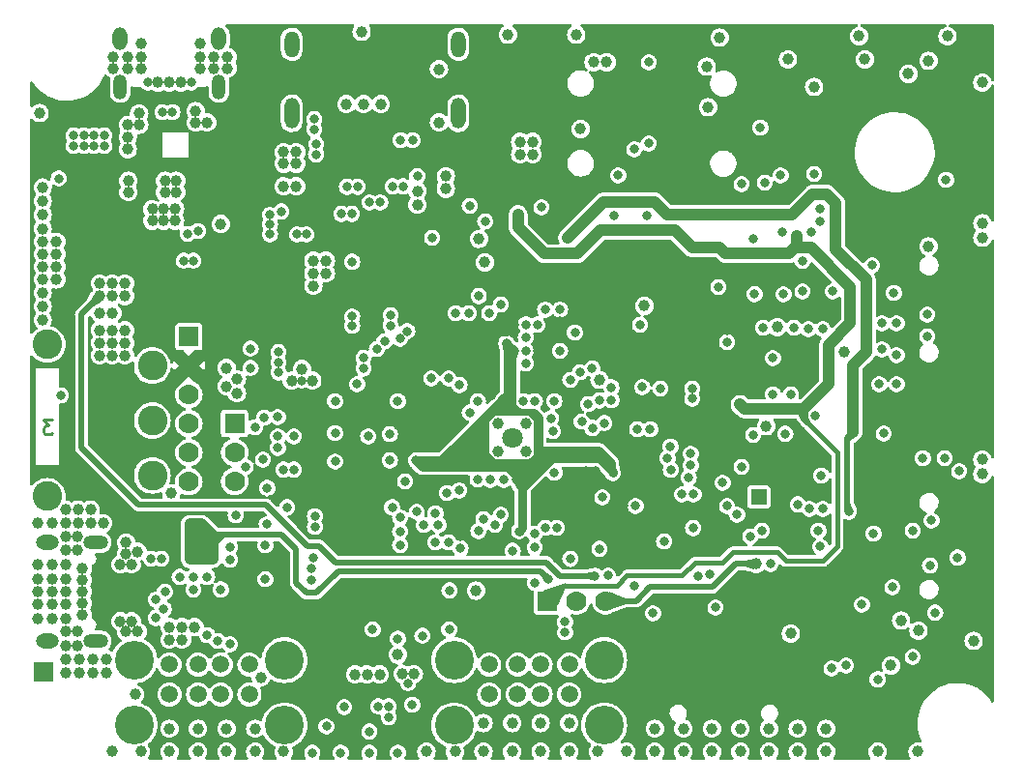
<source format=gbr>
%TF.GenerationSoftware,KiCad,Pcbnew,7.0.9-7.0.9~ubuntu22.04.1*%
%TF.CreationDate,2025-04-18T14:33:25+03:00*%
%TF.ProjectId,RP2350pc_Rev_A,52503233-3530-4706-935f-5265765f412e,A*%
%TF.SameCoordinates,PX68e7780PY7735940*%
%TF.FileFunction,Copper,L3,Inr*%
%TF.FilePolarity,Positive*%
%FSLAX46Y46*%
G04 Gerber Fmt 4.6, Leading zero omitted, Abs format (unit mm)*
G04 Created by KiCad (PCBNEW 7.0.9-7.0.9~ubuntu22.04.1) date 2025-04-18 14:33:25*
%MOMM*%
%LPD*%
G01*
G04 APERTURE LIST*
%ADD10C,0.254000*%
%TA.AperFunction,NonConductor*%
%ADD11C,0.254000*%
%TD*%
%TA.AperFunction,ComponentPad*%
%ADD12R,1.778000X1.778000*%
%TD*%
%TA.AperFunction,ComponentPad*%
%ADD13C,1.778000*%
%TD*%
%TA.AperFunction,ComponentPad*%
%ADD14O,1.300000X2.300000*%
%TD*%
%TA.AperFunction,ComponentPad*%
%ADD15O,1.300000X2.700000*%
%TD*%
%TA.AperFunction,ComponentPad*%
%ADD16C,3.400000*%
%TD*%
%TA.AperFunction,ComponentPad*%
%ADD17C,1.500000*%
%TD*%
%TA.AperFunction,ComponentPad*%
%ADD18O,2.200000X1.200000*%
%TD*%
%TA.AperFunction,ComponentPad*%
%ADD19O,2.000000X1.300000*%
%TD*%
%TA.AperFunction,ComponentPad*%
%ADD20C,2.600000*%
%TD*%
%TA.AperFunction,ComponentPad*%
%ADD21O,1.200000X2.200000*%
%TD*%
%TA.AperFunction,ComponentPad*%
%ADD22O,1.300000X2.000000*%
%TD*%
%TA.AperFunction,HeatsinkPad*%
%ADD23R,1.400000X1.400000*%
%TD*%
%TA.AperFunction,HeatsinkPad*%
%ADD24C,1.000000*%
%TD*%
%TA.AperFunction,HeatsinkPad*%
%ADD25C,1.800000*%
%TD*%
%TA.AperFunction,ViaPad*%
%ADD26C,1.000000*%
%TD*%
%TA.AperFunction,ViaPad*%
%ADD27C,0.800000*%
%TD*%
%TA.AperFunction,Conductor*%
%ADD28C,0.508000*%
%TD*%
%TA.AperFunction,Conductor*%
%ADD29C,0.762000*%
%TD*%
%TA.AperFunction,Conductor*%
%ADD30C,1.016000*%
%TD*%
%TA.AperFunction,Conductor*%
%ADD31C,0.406400*%
%TD*%
%TA.AperFunction,Conductor*%
%ADD32C,0.200000*%
%TD*%
G04 APERTURE END LIST*
D10*
D11*
X2245200Y30038631D02*
X1459009Y30038631D01*
X1459009Y30038631D02*
X1882343Y29554822D01*
X1882343Y29554822D02*
X1700914Y29554822D01*
X1700914Y29554822D02*
X1579962Y29494346D01*
X1579962Y29494346D02*
X1519486Y29433869D01*
X1519486Y29433869D02*
X1459009Y29312917D01*
X1459009Y29312917D02*
X1459009Y29010536D01*
X1459009Y29010536D02*
X1519486Y28889584D01*
X1519486Y28889584D02*
X1579962Y28829107D01*
X1579962Y28829107D02*
X1700914Y28768631D01*
X1700914Y28768631D02*
X2063771Y28768631D01*
X2063771Y28768631D02*
X2184724Y28829107D01*
X2184724Y28829107D02*
X2245200Y28889584D01*
D12*
%TO.N,/SWCLK*%
%TO.C,SWD1*%
X18200000Y29740000D03*
D13*
%TO.N,GND*%
X18200000Y27200000D03*
%TO.N,/SWDIO*%
X18200000Y24660000D03*
%TD*%
D14*
%TO.N,GND*%
%TO.C,DVI1*%
X23200000Y62950000D03*
D15*
X23200000Y56900000D03*
D14*
X37800000Y62950000D03*
D15*
X37800000Y56900000D03*
%TD*%
D16*
%TO.N,GND*%
%TO.C,USB_HOST1-2*%
X9430000Y9000000D03*
X9430000Y3300000D03*
X22570000Y9000000D03*
X22570000Y3300000D03*
D17*
%TO.N,/+5V_USB_HOST*%
X12500000Y8620000D03*
%TO.N,/USB_D1-*%
X15000000Y8620000D03*
%TO.N,/USB_D1+*%
X17000000Y8620000D03*
%TO.N,GND*%
X19500000Y8620000D03*
%TO.N,/+5V_USB_HOST*%
X12500000Y6000000D03*
%TO.N,/USB_D2-*%
X15000000Y6000000D03*
%TO.N,/USB_D2+*%
X17000000Y6000000D03*
%TO.N,GND*%
X19500000Y6000000D03*
%TD*%
D16*
%TO.N,GND*%
%TO.C,USB_HOST3-4*%
X37430000Y9000000D03*
X37430000Y3300000D03*
X50570000Y9000000D03*
X50570000Y3300000D03*
D17*
%TO.N,/+5V_USB_HOST*%
X40500000Y8620000D03*
%TO.N,/USB_D3-*%
X43000000Y8620000D03*
%TO.N,/USB_D3+*%
X45000000Y8620000D03*
%TO.N,GND*%
X47500000Y8620000D03*
%TO.N,/+5V_USB_HOST*%
X40500000Y6000000D03*
%TO.N,/USB_D4-*%
X43000000Y6000000D03*
%TO.N,/USB_D4+*%
X45000000Y6000000D03*
%TO.N,GND*%
X47500000Y6000000D03*
%TD*%
D12*
%TO.N,+5VA*%
%TO.C,POT1*%
X45600000Y14200000D03*
D13*
%TO.N,/AMP-VOL*%
X48140000Y14200000D03*
%TO.N,GNDA*%
X50680000Y14200000D03*
%TD*%
D12*
%TO.N,GND*%
%TO.C,GND1*%
X1500000Y8000000D03*
%TD*%
%TO.N,+5V*%
%TO.C,EXT1*%
X14200000Y37350000D03*
D13*
%TO.N,+3.3V*%
X14200000Y34810000D03*
%TO.N,GND*%
X14200000Y32270000D03*
%TO.N,/ADC_VREF*%
X14200000Y29730000D03*
%TO.N,/GPIO40\u005CADC0*%
X14200000Y27190000D03*
%TO.N,/GPIO41\u005CADC1\u005CSD_CD#*%
X14200000Y24650000D03*
%TD*%
D18*
%TO.N,GND*%
%TO.C,USB-PGM1*%
X6030000Y10680000D03*
X6030000Y19320000D03*
D19*
X1850000Y10680000D03*
X1850000Y19320000D03*
%TD*%
D20*
%TO.N,GND*%
%TO.C,PWR_ON/OFF1*%
X1800000Y23350000D03*
X1800000Y36650000D03*
%TO.N,/DCDC_VIN*%
X11000000Y25200000D03*
%TO.N,/PWR_SW*%
X11000000Y30000000D03*
X11000000Y34800000D03*
%TD*%
D21*
%TO.N,GND*%
%TO.C,USB-PWR1*%
X8180000Y59220000D03*
X16820000Y59220000D03*
D22*
X8180000Y63400000D03*
X16820000Y63400000D03*
%TD*%
D23*
%TO.N,GNDA*%
%TO.C,U8*%
X64100000Y23300000D03*
%TD*%
D24*
%TO.N,GND*%
%TO.C,U3*%
X43700000Y27300000D03*
X43700000Y29700000D03*
D25*
X42500000Y28500000D03*
D24*
X41300000Y27300000D03*
X41230000Y29700000D03*
%TD*%
D26*
%TO.N,GND*%
X78976000Y45244000D03*
X68943000Y59214000D03*
X59672000Y57436000D03*
X48496000Y55531000D03*
X42146000Y63786000D03*
X29319000Y64040000D03*
X1125000Y56928000D03*
X48115000Y63786000D03*
X60688000Y63532000D03*
X72880000Y63659000D03*
X80627000Y63659000D03*
X83675000Y59595000D03*
X66911000Y11335000D03*
X76563000Y12478000D03*
X82913000Y10700000D03*
X78087000Y11589000D03*
X75674000Y8541000D03*
D27*
X54846000Y13113000D03*
X69324000Y20352000D03*
D26*
X1000000Y21000000D03*
X3400000Y22200000D03*
X28000000Y57700000D03*
X4400000Y19800000D03*
X31000000Y57700000D03*
D27*
X17000000Y15200000D03*
X31700000Y4965000D03*
D26*
X42500000Y1000000D03*
X65000000Y1000000D03*
X47500000Y1000000D03*
D27*
X21300000Y47150000D03*
D26*
X7500000Y1000000D03*
D27*
X22300000Y48300000D03*
D26*
X17600000Y60850000D03*
X5800000Y7900000D03*
X24100000Y34500000D03*
D27*
X11800000Y17900000D03*
X23400000Y25700000D03*
X24100000Y33500000D03*
D26*
X1000000Y16150000D03*
X5600000Y21000000D03*
D27*
X22500000Y25700000D03*
D26*
X7000000Y7900000D03*
D27*
X61323000Y36862000D03*
X31800000Y26500000D03*
X21300000Y46300000D03*
D26*
X1000000Y13900000D03*
X10000000Y60850000D03*
X3400000Y11500000D03*
D27*
X59799000Y16542000D03*
X43700000Y38400000D03*
X27000000Y26400000D03*
D26*
X25000000Y33500000D03*
D27*
X12754011Y57000000D03*
X25000000Y900000D03*
D26*
X16400000Y60850000D03*
X9500000Y6000000D03*
X70000000Y3000000D03*
X2200000Y13900000D03*
X4600000Y7900000D03*
X67500000Y1000000D03*
X54084000Y40037000D03*
X4400000Y10300000D03*
X3400000Y18650000D03*
X62500000Y1000000D03*
X67500000Y3000000D03*
D27*
X11300000Y12700000D03*
D26*
X35000000Y1000000D03*
X2600000Y42350000D03*
X65000000Y3000000D03*
D27*
X43700000Y36100000D03*
X17800000Y10400000D03*
D26*
X6700000Y21000000D03*
X1400000Y38800000D03*
D27*
X24500000Y46300000D03*
D26*
X60000000Y3000000D03*
X2600000Y45650000D03*
X7550000Y60850000D03*
D27*
X32500000Y31700000D03*
X37000000Y11700000D03*
X58750000Y16361010D03*
X11300000Y14300000D03*
D26*
X5600000Y22200000D03*
X3400000Y21000000D03*
D27*
X30798586Y4965000D03*
X53322000Y22511000D03*
D26*
X83675000Y25305000D03*
X40000000Y1000000D03*
X15150000Y60850000D03*
D27*
X37015996Y15115996D03*
D26*
X1400000Y46800000D03*
X8800000Y61850000D03*
X1000000Y12650000D03*
X1400000Y45650000D03*
X55000000Y1000000D03*
X45000000Y3500000D03*
X22500000Y1000000D03*
D27*
X31700000Y4000000D03*
X43700000Y37300000D03*
D26*
X2200000Y12650000D03*
D27*
X32700000Y21500000D03*
D26*
X7550000Y61850000D03*
D27*
X11900008Y57000000D03*
D26*
X47500000Y3500000D03*
D27*
X32700000Y20300000D03*
D26*
X55000000Y3000000D03*
X1400000Y41200000D03*
X4500000Y21000000D03*
X16400000Y61850000D03*
D27*
X32000000Y22400000D03*
D26*
X74500000Y1000000D03*
X39350000Y15100000D03*
X18400000Y32400000D03*
X2200000Y15000000D03*
X3400000Y9100000D03*
X7000000Y9100000D03*
D27*
X12100000Y15000000D03*
D26*
X1400000Y44550000D03*
X1400000Y40000000D03*
X60000000Y1000000D03*
D27*
X23650000Y46300000D03*
D26*
X17500000Y33000000D03*
X1000000Y15000000D03*
X70000000Y1000000D03*
X8800000Y60850000D03*
D27*
X15000000Y46600000D03*
D26*
X1400000Y42350000D03*
D27*
X30000000Y900000D03*
D26*
X1400000Y50400000D03*
D27*
X27500000Y900000D03*
D26*
X34200000Y48900000D03*
X3400000Y7900000D03*
X12500000Y1000000D03*
X50000000Y1000000D03*
D27*
X32700000Y19100000D03*
D26*
X50147000Y33560000D03*
X12500000Y3000000D03*
X4600000Y9100000D03*
D27*
X50147000Y18751800D03*
D26*
X34200000Y50100000D03*
X10000000Y63000000D03*
X17500000Y34600000D03*
X1400000Y48000000D03*
X45000000Y1000000D03*
X57500000Y3000000D03*
X4400000Y18650000D03*
X3400000Y15000000D03*
X3400000Y13900000D03*
X4400000Y11500000D03*
X15150000Y61850000D03*
D27*
X27000000Y28900000D03*
D26*
X17000000Y47200000D03*
X17500000Y3000000D03*
X2600000Y43450000D03*
X15150000Y63000000D03*
D27*
X12000000Y13500000D03*
D26*
X17500000Y1000000D03*
D27*
X10900000Y17900000D03*
X22050000Y36000000D03*
X31800000Y28800000D03*
D26*
X83675000Y46006000D03*
X18400000Y33600000D03*
X57500000Y1000000D03*
D27*
X37988827Y18791073D03*
X22050000Y34200000D03*
D26*
X78000000Y1000000D03*
X2600000Y44550000D03*
X2200000Y17400000D03*
X3400000Y17400000D03*
D27*
X22050000Y35100000D03*
D26*
X32500000Y9500000D03*
D27*
X46210000Y25432000D03*
D26*
X29500000Y57700000D03*
D27*
X42550000Y18600000D03*
D26*
X3400000Y19800000D03*
X2200000Y21000000D03*
D27*
X50401000Y23273000D03*
D26*
X23200000Y33500000D03*
D27*
X28938000Y33179000D03*
D26*
X4500000Y22200000D03*
D27*
X23400000Y28600000D03*
X14100000Y46345847D03*
D26*
X37500000Y1000000D03*
D27*
X29900000Y28600000D03*
X47600000Y17900000D03*
D26*
X42500000Y3500000D03*
D27*
X14600000Y15200000D03*
D26*
X62500000Y3000000D03*
D27*
X13750000Y44000000D03*
D26*
X1400000Y49200000D03*
X1000000Y17400000D03*
D27*
X44700000Y38400000D03*
D26*
X15000000Y1000000D03*
X5800000Y9100000D03*
D27*
X32500000Y900000D03*
X60561000Y41688000D03*
D26*
X20000000Y1000000D03*
X3400000Y10300000D03*
X2200000Y16150000D03*
X3400000Y12650000D03*
D27*
X13400000Y16300000D03*
X22000000Y28600000D03*
X21300000Y48000000D03*
D26*
X10000000Y1000000D03*
D27*
X15800000Y16300000D03*
D26*
X40000000Y3500000D03*
D27*
X14600000Y16300000D03*
X53449000Y29242000D03*
D26*
X10000000Y61850000D03*
X20000000Y3000000D03*
X17600000Y61850000D03*
X3400000Y16150000D03*
X20500000Y7500000D03*
X83675000Y26575000D03*
X1400000Y43450000D03*
D27*
X14600000Y44000000D03*
D26*
X15000000Y3000000D03*
X83675000Y47276000D03*
X52500000Y1000000D03*
%TO.N,+5VA*%
X43035000Y48038000D03*
X62466000Y31401000D03*
D27*
X68054000Y30385000D03*
D26*
X60815000Y44990000D03*
D27*
X58275000Y45117000D03*
D26*
X67419000Y46133000D03*
X43035000Y46895000D03*
D27*
%TO.N,/USB_D-*%
X47141275Y12368275D03*
X25238051Y21623500D03*
%TO.N,/USB_D+*%
X25238051Y20696500D03*
X47141275Y11441275D03*
D26*
%TO.N,+3.3V*%
X31250000Y62200000D03*
D27*
X33600000Y23000002D03*
D26*
X77579000Y46260000D03*
X22700000Y38500000D03*
X23800000Y37400000D03*
X76563000Y26575000D03*
D27*
X51421364Y28988131D03*
D26*
X24900000Y37400000D03*
D27*
X34100000Y28800000D03*
X40300000Y18600000D03*
X49000000Y25600000D03*
D26*
X23800000Y39600000D03*
D27*
X49800000Y25600000D03*
D26*
X27400000Y36300000D03*
X24900000Y39600000D03*
D27*
X34100000Y31100000D03*
D26*
X27400000Y33000000D03*
X76436000Y46260000D03*
D27*
X42000000Y20300000D03*
D26*
X58402000Y19209000D03*
D27*
X42700000Y38400000D03*
D26*
X27400000Y34100000D03*
X76563000Y25305000D03*
D27*
X52306000Y29242000D03*
X67673000Y18955000D03*
D26*
X35300000Y42700000D03*
X26300000Y36300000D03*
X24100000Y36300000D03*
D27*
X40684500Y40926000D03*
X38000000Y19844000D03*
X42000000Y37800000D03*
D26*
X22700000Y37400000D03*
D27*
X49562800Y40500000D03*
X40700000Y32200000D03*
D26*
X26300000Y34100000D03*
D27*
X44700000Y36100000D03*
X54846000Y18828000D03*
D26*
X26300000Y35200000D03*
X51036000Y45244000D03*
D27*
X46464000Y17900000D03*
X52306000Y22511000D03*
D26*
X27400000Y35200000D03*
D27*
X61450000Y42831000D03*
D26*
X29700000Y62200000D03*
D27*
X61323000Y37878000D03*
D26*
X26300000Y33000000D03*
D27*
X34800000Y43500000D03*
D26*
X24900000Y38500000D03*
X23800000Y38500000D03*
D27*
X46700000Y38700000D03*
X34800000Y44400000D03*
%TO.N,/+1V1*%
X46184921Y26809524D03*
X42902500Y24802500D03*
X50800000Y26000000D03*
X42000000Y36800000D03*
X42700000Y36100000D03*
X34100000Y26500000D03*
X42300000Y32200000D03*
X39000000Y27900000D03*
X43100000Y20300000D03*
X51300000Y25400000D03*
%TO.N,+5V*%
X25350000Y53300000D03*
D26*
X26189000Y42900000D03*
D27*
X17800000Y17800000D03*
X25174998Y55500000D03*
X25350000Y54200000D03*
D26*
X36700000Y50300000D03*
X25100000Y41800000D03*
X44300000Y54400000D03*
X28750000Y7750000D03*
X26189000Y44000000D03*
X36700000Y51400000D03*
X43200000Y53300000D03*
X25100000Y42900000D03*
X25100000Y44000000D03*
X30900000Y7750000D03*
X29800000Y7750000D03*
D27*
X25174998Y56400000D03*
D26*
X39600000Y45900000D03*
D27*
X17800000Y18900000D03*
D26*
X44300000Y53300000D03*
X43200000Y54400000D03*
D27*
%TO.N,/AMP-SHDN#*%
X68435000Y38005000D03*
X62593000Y50705000D03*
X54465000Y61373000D03*
%TO.N,/RUN*%
X33129000Y24670000D03*
X74500000Y7325000D03*
%TO.N,/BOOTSEL#*%
X81643000Y25559000D03*
X53703000Y38386000D03*
X77579000Y9303000D03*
X69705000Y38005000D03*
D26*
%TO.N,VBAT*%
X13100000Y50000000D03*
X12100000Y51000000D03*
D27*
X49766000Y16389600D03*
D26*
X12100000Y50000000D03*
X7500000Y40900000D03*
X23600000Y53500000D03*
X6400000Y42000000D03*
X22500000Y52500000D03*
X8600000Y42000000D03*
X22500000Y50500000D03*
X8900000Y50000000D03*
X7500000Y42000000D03*
X13100000Y51000000D03*
X23600000Y50500000D03*
X22500000Y53500000D03*
X6400000Y40900000D03*
X8600000Y40900000D03*
X8900000Y51000000D03*
X23600000Y52500000D03*
%TO.N,/+5V_USB_HOST*%
X12500000Y11900000D03*
X33900000Y7800000D03*
D27*
X33400000Y7000000D03*
D26*
X13600000Y10800000D03*
X12500000Y10800000D03*
X14700000Y11900000D03*
X13600000Y11900000D03*
X32900000Y7800000D03*
%TO.N,/DCDC_VIN*%
X6400000Y35700000D03*
X7500000Y36800000D03*
X8600000Y37900000D03*
X6400000Y36800000D03*
D27*
X19600000Y36300000D03*
D26*
X7500000Y35700000D03*
X7500000Y37900000D03*
X6400000Y37900000D03*
D27*
X19600000Y34600000D03*
D26*
X8600000Y35700000D03*
X8600000Y36800000D03*
D27*
%TO.N,/HDMI_D2+*%
X31327744Y36927744D03*
X27558571Y48092404D03*
%TO.N,/HDMI_D2-*%
X28485571Y48092404D03*
X30672256Y36272256D03*
%TO.N,/HDMI_D1+*%
X28036500Y50463501D03*
X29500000Y35490501D03*
%TO.N,/HDMI_D1-*%
X29500000Y34563501D03*
X28963500Y50463501D03*
%TO.N,/HDMI_D0+*%
X30036500Y49100000D03*
X31863501Y39236499D03*
%TO.N,/HDMI_D0-*%
X31863501Y38309499D03*
X30963500Y49100000D03*
%TO.N,/HDMI_CK+*%
X33327744Y37827744D03*
X32036500Y50500000D03*
%TO.N,/HDMI_CK-*%
X32672256Y37172256D03*
X32963500Y50500000D03*
%TO.N,/HSDA*%
X33773343Y54550000D03*
%TO.N,/HUB_RST#*%
X21000000Y20900000D03*
X21064000Y24099500D03*
%TO.N,/OVCUR#*%
X25100000Y18000000D03*
X34649998Y11150002D03*
%TO.N,/PWREN#*%
X30300000Y11700000D03*
X24900000Y16000000D03*
D26*
%TO.N,+5V_USB*%
X14300000Y17900000D03*
X8850000Y54800000D03*
D27*
X6800000Y54050000D03*
X4100000Y54050000D03*
D26*
X13500000Y59600000D03*
X9850000Y55900000D03*
D27*
X5000000Y54950000D03*
X5000000Y54050000D03*
D26*
X14300000Y20900000D03*
X15300000Y17900000D03*
D27*
X5900000Y54950000D03*
D26*
X14300000Y19900000D03*
D27*
X45702000Y16084800D03*
D26*
X15800000Y56100000D03*
X8850000Y55900000D03*
D27*
X6800000Y54950000D03*
D26*
X12500000Y59600000D03*
X14300000Y18900000D03*
X14800000Y56100000D03*
D27*
X4100000Y54950000D03*
D26*
X8850000Y53750000D03*
D27*
X10600000Y59600000D03*
D26*
X14800000Y57100000D03*
X9850000Y56900000D03*
X15300000Y20900000D03*
X11500000Y59600000D03*
D27*
X14400000Y59600000D03*
D26*
X7500000Y39400000D03*
X16300000Y17900000D03*
X6400000Y39400000D03*
D27*
X5900000Y54050000D03*
D26*
%TO.N,/PWR_SW*%
X11000000Y48500000D03*
X12000000Y47500000D03*
X13000000Y47500000D03*
X12000000Y48500000D03*
X11000000Y47500000D03*
X13000000Y48500000D03*
D27*
%TO.N,/AUD-L*%
X75039000Y28861000D03*
X22000000Y30300000D03*
X51798000Y51467000D03*
%TO.N,/AUD-R*%
X22000000Y27600000D03*
X66022000Y51467000D03*
X70594000Y41307000D03*
%TO.N,+3.3VA*%
X71991000Y22003000D03*
D26*
X72372000Y28988000D03*
X64752000Y29496000D03*
X47353000Y46006000D03*
D27*
%TO.N,/HSCL*%
X32750000Y54560382D03*
%TO.N,/VD33_O*%
X32500000Y10900000D03*
X18300000Y21700000D03*
X20900000Y19076705D03*
X22800000Y22400000D03*
X20900000Y16100000D03*
D26*
%TO.N,GNDA*%
X78976000Y61500000D03*
X77198000Y60357000D03*
D27*
X65345000Y32290000D03*
D26*
X49639000Y61373000D03*
X71610000Y35973000D03*
X63863000Y17431000D03*
D27*
X63609000Y28734000D03*
X66427312Y28836688D03*
X80500000Y51086000D03*
D26*
X40114000Y43847000D03*
D27*
X62212000Y21749000D03*
D26*
X59545000Y60992000D03*
X66657000Y61627000D03*
X65717200Y38182800D03*
D27*
X69705000Y22257000D03*
X38800000Y48800000D03*
D26*
X36100000Y60770000D03*
D27*
X67927000Y43974000D03*
X68943000Y51594000D03*
X54338000Y47911000D03*
X58275000Y32798000D03*
X63609000Y45879000D03*
X58148000Y27083000D03*
X62593000Y25940000D03*
X40150000Y47450000D03*
D26*
X73388000Y61627000D03*
D27*
X74023000Y43593000D03*
X69070000Y30385000D03*
D26*
X50782000Y61373000D03*
D27*
X65345000Y35465000D03*
X58275000Y31909000D03*
D26*
X36100000Y56100000D03*
D27*
X69578000Y25178000D03*
%TO.N,Net-(U8-MIC1N)*%
X53195000Y53753000D03*
X68562000Y22257000D03*
%TO.N,/AMP-VOL*%
X64244000Y55658000D03*
D26*
%TO.N,VBUS*%
X9200000Y17400000D03*
X9700000Y18500000D03*
X4900000Y15000000D03*
X8700000Y18300000D03*
X9700000Y11500000D03*
X12660627Y23616000D03*
X8700000Y11500000D03*
X4900000Y13000000D03*
X8200000Y17400000D03*
X4900000Y14000000D03*
X8200000Y12400000D03*
X8700000Y19300000D03*
X9200000Y12400000D03*
X4900000Y16000000D03*
X4900000Y17000000D03*
D27*
%TO.N,/HPWR_I2C*%
X28500000Y43900000D03*
X28500000Y38300000D03*
X28500000Y39100000D03*
%TO.N,Net-(U11-+OUTL)*%
X67165000Y38132000D03*
X66149000Y46514000D03*
%TO.N,/HCEC*%
X35500000Y46011947D03*
X34200000Y51400000D03*
%TO.N,/HHPD*%
X39577975Y40903141D03*
X35415000Y33687000D03*
%TO.N,/GPIO41\u005CADC1\u005CSD_CD#*%
X19159000Y25940000D03*
X44500000Y15800000D03*
X53200012Y15500000D03*
%TO.N,/GPIO40\u005CADC0*%
X41765000Y24797000D03*
X20683000Y26575000D03*
%TO.N,/ADC_VREF*%
X19975463Y29414781D03*
X50909000Y16415000D03*
%TO.N,Net-(U11--OUTL)*%
X64498000Y38132000D03*
X68689000Y46514000D03*
%TO.N,Net-(U11-+OUTR)*%
X66276000Y41053000D03*
X69451000Y48546000D03*
%TO.N,Net-(U11--OUTR)*%
X63736924Y41067519D03*
X69451000Y47403000D03*
%TO.N,/GPIO32\u005CI2C0_SDA*%
X37574000Y39402000D03*
X36812000Y23654000D03*
X70467000Y8287000D03*
X35796000Y19336000D03*
%TO.N,/GPIO33\u005CI2C0_SCL*%
X71737000Y8541000D03*
X37867999Y23868001D03*
X40495000Y39402000D03*
X36939000Y19336000D03*
%TO.N,/GPIO20\u005CHDMI_CEC*%
X38717000Y39402000D03*
X36939000Y33687000D03*
%TO.N,Net-(LED_HOST1-K)*%
X27800000Y4900000D03*
X15800000Y11200000D03*
%TO.N,/HUB_DRV*%
X33762000Y5100000D03*
X26238000Y3200000D03*
X24900000Y17000000D03*
%TO.N,Net-(LED_HOST2-K)*%
X16700000Y10700000D03*
X30000000Y2750000D03*
%TO.N,Net-(MICRO_SD1-CLK{slash}SCLK)*%
X60307000Y13621000D03*
X55811200Y19412200D03*
%TO.N,/GPIO2\u005CI2C1_SDA*%
X51200000Y31800000D03*
X76182000Y38513000D03*
%TO.N,/GPIO3\u005CI2C1_SCL*%
X51200002Y32900000D03*
X74912000Y38513000D03*
%TO.N,/GPIO36\u005CI2C0_SDA*%
X39553308Y20318146D03*
X81516000Y18000000D03*
%TO.N,/GPIO37\u005CI2C0_SCL*%
X74150000Y20098000D03*
X39987000Y21368000D03*
%TO.N,/QSPI_CSn*%
X47600000Y33560000D03*
X46200000Y31700000D03*
%TO.N,/GPIO22\u005CCODEC_PWR_DIS#*%
X41511000Y40164000D03*
X37900000Y33100000D03*
%TO.N,Net-(U8-DSDIN)*%
X60942000Y24543000D03*
X61323000Y22511000D03*
%TO.N,/GPIO23\u005CGPOUT1\u005CCODEC_MCLK*%
X66911000Y32290000D03*
X39500000Y31700000D03*
%TO.N,/GPIO25\u005CUser_Led*%
X3000000Y32200000D03*
X2800000Y51200000D03*
X27000000Y31700002D03*
X20810000Y30258000D03*
%TO.N,/GPIO9\u005CSPI1_CSn\u005CSD_DAT0*%
X44500000Y31700000D03*
X58351200Y20580600D03*
X69500000Y18955000D03*
%TO.N,/GPIO11\u005CSPI1_TX\u005CSD_CMD*%
X43699996Y35000000D03*
X80373000Y26702000D03*
X74658000Y33179000D03*
X65133000Y17431000D03*
%TO.N,/GPIO10\u005CSPI1_SCK\u005CSD_CLK*%
X56116000Y26702000D03*
X43500000Y31700000D03*
%TO.N,/GPIO24\u005CSPI1_RX\u005CSD_DAT0*%
X38800000Y30700000D03*
X56398000Y25686000D03*
%TO.N,/GPIO5\u005CSPI0_CSn(CS#)*%
X46700000Y36100000D03*
X76182000Y33179000D03*
%TO.N,/GPIO45\u005CSPI1_CSn*%
X44482800Y18878800D03*
X79547500Y13176500D03*
%TO.N,/GPIO31\u005CSPI1_TX\u005CCODEC_DSDIN*%
X57386000Y23527000D03*
X36050000Y20860000D03*
%TO.N,/GPIO29\u005CSPI1_CSn\u005CCODEC_LRCK*%
X34780000Y20860000D03*
X58402000Y23527000D03*
%TO.N,/GPIO28\u005CSPI1_RX\u005CCODEC_ASDOUT*%
X34145000Y22003000D03*
X57970200Y25000200D03*
%TO.N,/GPIO30\u005CSPI1_SCK\u005CCODEC_SCLK*%
X35796000Y21876000D03*
X58148000Y26067000D03*
%TO.N,/GPIO34\u005CPWM9_A\u005CAMP_VOL*%
X51417000Y47911000D03*
X39479000Y24847800D03*
%TO.N,/GPIO35\u005CAMP_SHDN*%
X56370000Y27718000D03*
X40622000Y24797000D03*
%TO.N,/QSPI_SD1*%
X45905025Y30205025D03*
X48445200Y34220400D03*
%TO.N,/QSPI_SD2*%
X49512000Y34554500D03*
X46057600Y29089600D03*
%TO.N,/QSPI_SD0*%
X55481000Y32798000D03*
X48600000Y29902400D03*
%TO.N,/QSPI_CLK*%
X49537400Y29343600D03*
X54592000Y29242000D03*
%TO.N,/QSPI_SD3*%
X50578800Y29775400D03*
X53900000Y32925000D03*
%TO.N,/GPIO4\u005CSPI0_RX(MISO)*%
X48000000Y37700000D03*
X74912000Y36227000D03*
%TO.N,/GPIO6\u005CSPI0_SCK(SCK)*%
X46700004Y39700000D03*
X76182000Y35719000D03*
%TO.N,/GPIO7\u005CSPI0_TX(MOSI)*%
X78849000Y37370000D03*
X45399996Y39700000D03*
%TO.N,/GPIO38\u005CUART1_TX*%
X41003000Y20860000D03*
X77579000Y20352000D03*
%TO.N,/GPIO39\u005CUART1_RX*%
X79230000Y21241000D03*
X41511000Y21749000D03*
%TO.N,/GPIO42\u005CSPI1_SCK*%
X44482800Y20072600D03*
X73134000Y13875000D03*
%TO.N,/GPIO43\u005CSPI1_TX*%
X79100006Y17300000D03*
X45400000Y20600000D03*
%TO.N,/GPIO44\u005CSPI1_RX*%
X75801000Y15399000D03*
X46400000Y20600000D03*
%TO.N,/GPIO0\u005CUART0_TX*%
X75928000Y41180000D03*
X49156400Y31426400D03*
%TO.N,/GPIO1\u005CUART0_RX*%
X50147000Y31754000D03*
X78849000Y39275000D03*
%TO.N,Net-(U8-MIC1P{slash}DMIC_SDA)*%
X45067000Y48673000D03*
X67516313Y22650723D03*
%TO.N,Net-(U8-OUTP)*%
X63355000Y19844000D03*
X78468000Y26702000D03*
X54465000Y54261000D03*
%TO.N,Net-(U8-OUTN)*%
X64371000Y20352000D03*
X67927000Y41307000D03*
X64625000Y50832000D03*
%TD*%
D28*
%TO.N,/+1V1*%
X51300000Y25400000D02*
X51300000Y26311000D01*
X51300000Y26311000D02*
X50147000Y27464000D01*
X50147000Y27464000D02*
X45194000Y27464000D01*
X45194000Y27464000D02*
X45165000Y27435000D01*
X44950000Y27650000D02*
X45165000Y27435000D01*
X45165000Y27435000D02*
X45500000Y27100000D01*
D29*
X50800000Y26000000D02*
X49900000Y26900000D01*
D30*
%TO.N,+3.3VA*%
X72372000Y28988000D02*
X72372000Y34830000D01*
X70848000Y49054000D02*
X70086000Y49816000D01*
X72372000Y34830000D02*
X73515000Y35973000D01*
X73515000Y35973000D02*
X73515000Y42323000D01*
X70848000Y44990000D02*
X70848000Y49054000D01*
X50493000Y49146000D02*
X47353000Y46006000D01*
X73515000Y42323000D02*
X70848000Y44990000D01*
X68816000Y49816000D02*
X67038000Y48038000D01*
X56116000Y48038000D02*
X55008000Y49146000D01*
X70086000Y49816000D02*
X68816000Y49816000D01*
X67038000Y48038000D02*
X56116000Y48038000D01*
X55008000Y49146000D02*
X50493000Y49146000D01*
D28*
X72372000Y28988000D02*
X71864000Y28480000D01*
X71864000Y28480000D02*
X71864000Y22130000D01*
X71864000Y22130000D02*
X71991000Y22003000D01*
D31*
%TO.N,+5VA*%
X70975000Y27210000D02*
X68054000Y30131000D01*
X70975000Y18955000D02*
X70975000Y27210000D01*
X60942000Y17558000D02*
X61831000Y18447000D01*
X58529000Y17558000D02*
X60942000Y17558000D01*
X65704500Y18447000D02*
X66466500Y17685000D01*
X57386000Y16415000D02*
X58529000Y17558000D01*
X52560000Y16415000D02*
X57386000Y16415000D01*
X61831000Y18447000D02*
X65704500Y18447000D01*
X51696400Y15551400D02*
X52560000Y16415000D01*
X69705000Y17685000D02*
X70975000Y18955000D01*
X66466500Y17685000D02*
X69705000Y17685000D01*
X46951400Y15551400D02*
X51696400Y15551400D01*
X45600000Y14200000D02*
X46951400Y15551400D01*
X68054000Y30131000D02*
X68054000Y30385000D01*
D30*
X67292000Y45117000D02*
X68689000Y45117000D01*
X72118000Y38513000D02*
X70213000Y36608000D01*
X70213000Y33179000D02*
X68054000Y31020000D01*
X68689000Y45117000D02*
X72118000Y41688000D01*
X72118000Y41688000D02*
X72118000Y38513000D01*
X70213000Y36608000D02*
X70213000Y33179000D01*
D29*
X68054000Y30385000D02*
X68054000Y31020000D01*
D30*
X68054000Y31020000D02*
X62847000Y31020000D01*
X62847000Y31020000D02*
X62466000Y31401000D01*
D28*
%TO.N,GNDA*%
X63863000Y17431000D02*
X62085000Y17431000D01*
X62085000Y17431000D02*
X60053000Y15399000D01*
X60053000Y15399000D02*
X54592000Y15399000D01*
X54592000Y15399000D02*
X53393000Y14200000D01*
X53393000Y14200000D02*
X50680000Y14200000D01*
%TO.N,VBAT*%
X49766000Y16389600D02*
X46692600Y16389600D01*
X27058400Y17558000D02*
X25610600Y19005800D01*
X46692600Y16389600D02*
X45524200Y17558000D01*
X45524200Y17558000D02*
X27058400Y17558000D01*
X25610600Y19005800D02*
X24569200Y19005800D01*
X24569200Y19005800D02*
X20975000Y22600000D01*
X20975000Y22600000D02*
X9800000Y22600000D01*
X9800000Y22600000D02*
X4782600Y27617400D01*
X4782600Y27617400D02*
X4782600Y39282600D01*
X4782600Y39282600D02*
X6400000Y40900000D01*
%TO.N,+5V_USB*%
X45702000Y16084800D02*
X44990800Y16796000D01*
X24493000Y14891000D02*
X23604000Y15780000D01*
X44990800Y16796000D02*
X27287000Y16796000D01*
X27287000Y16796000D02*
X25382000Y14891000D01*
X25382000Y14891000D02*
X24493000Y14891000D01*
X23604000Y15780000D02*
X23604000Y18701000D01*
X23604000Y18701000D02*
X22305000Y20000000D01*
X22305000Y20000000D02*
X17500000Y20000000D01*
D30*
%TO.N,+5VA*%
X66784000Y44609000D02*
X61196000Y44609000D01*
X58275000Y45117000D02*
X60688000Y45117000D01*
X43035000Y46895000D02*
X45321000Y44609000D01*
X67419000Y46133000D02*
X67419000Y45244000D01*
X43035000Y48038000D02*
X43035000Y46895000D01*
X60688000Y45117000D02*
X60815000Y44990000D01*
X61196000Y44609000D02*
X60815000Y44990000D01*
X48242000Y44609000D02*
X50274000Y46641000D01*
X67419000Y45244000D02*
X67292000Y45117000D01*
X50274000Y46641000D02*
X56751000Y46641000D01*
X56751000Y46641000D02*
X58275000Y45117000D01*
X45321000Y44609000D02*
X48242000Y44609000D01*
X67292000Y45117000D02*
X66784000Y44609000D01*
D29*
%TO.N,+3.3V*%
X41200000Y37800000D02*
X40700000Y37300000D01*
X40700000Y37300000D02*
X40700000Y32200000D01*
X42000000Y37800000D02*
X41200000Y37800000D01*
%TO.N,/+1V1*%
X43416000Y20616000D02*
X43416000Y24084000D01*
X39000000Y26500000D02*
X40250000Y26500000D01*
D28*
X39000000Y26500000D02*
X39550000Y26500000D01*
X42000000Y31500000D02*
X42300000Y31200000D01*
X42000000Y32000000D02*
X42000000Y31500000D01*
X41250000Y30750000D02*
X42000000Y31500000D01*
D29*
X43100000Y24400000D02*
X45200000Y26500000D01*
D28*
X44654000Y28200000D02*
X44654000Y27746000D01*
D29*
X46200000Y26900000D02*
X45500000Y26900000D01*
X37850000Y26750000D02*
X38650000Y26750000D01*
D28*
X43100000Y25600000D02*
X43100000Y25746000D01*
X43700000Y26346000D02*
X44095160Y26346000D01*
X40250000Y27200000D02*
X40250000Y26500000D01*
D29*
X34696130Y25903870D02*
X34100000Y26500000D01*
D28*
X43100000Y25600000D02*
X43100000Y26192000D01*
X44950000Y28150000D02*
X44950000Y29800000D01*
X42300000Y31200000D02*
X42750000Y30750000D01*
X41707739Y32000000D02*
X42000000Y32000000D01*
X45500000Y27100000D02*
X45500000Y26900000D01*
D29*
X40000000Y29998765D02*
X40400618Y30399382D01*
D28*
X44654000Y29700000D02*
X44654000Y28200000D01*
X41400000Y26346000D02*
X42354000Y26346000D01*
X44654000Y27500000D02*
X44654000Y26900000D01*
X42500000Y26346000D02*
X43254000Y26346000D01*
X40750000Y30900000D02*
X40900000Y30900000D01*
D29*
X43100000Y20300000D02*
X43416000Y20616000D01*
D28*
X44654000Y26900000D02*
X44654000Y26654000D01*
X43400000Y30750000D02*
X44450000Y30750000D01*
D32*
X43408000Y26500000D02*
X44500000Y26500000D01*
D29*
X43100000Y25000000D02*
X43100000Y25746000D01*
X45500000Y26900000D02*
X45000000Y26900000D01*
D28*
X41761739Y26346000D02*
X42203870Y25903870D01*
X45829000Y26500000D02*
X50300000Y26500000D01*
X43100000Y26192000D02*
X43254000Y26346000D01*
X43100000Y25746000D02*
X43700000Y26346000D01*
X42750000Y30750000D02*
X43200000Y30750000D01*
D29*
X50800000Y26000000D02*
X51300000Y25500000D01*
X43416000Y24084000D02*
X45829000Y26497000D01*
X40000000Y29500000D02*
X40000000Y29998765D01*
D28*
X40750000Y31042261D02*
X36207739Y26500000D01*
X50300000Y26500000D02*
X50800000Y26000000D01*
D32*
X43254000Y26346000D02*
X43408000Y26500000D01*
D28*
X43100000Y25746000D02*
X42500000Y26346000D01*
X44654000Y27746000D02*
X45500000Y26900000D01*
X44095160Y26346000D02*
X44654000Y26904840D01*
X39800000Y30092261D02*
X39800000Y29800000D01*
X42354000Y26346000D02*
X43100000Y25600000D01*
X42203870Y25882130D02*
X42203870Y25903870D01*
D29*
X40000000Y28900000D02*
X40000000Y29500000D01*
D28*
X44654000Y30096000D02*
X44654000Y28446000D01*
D29*
X35996130Y25903870D02*
X34696130Y25903870D01*
D28*
X43254000Y26346000D02*
X43700000Y26346000D01*
X42300000Y32200000D02*
X42300000Y36500000D01*
D29*
X39000000Y26500000D02*
X39000000Y27100000D01*
D28*
X40904840Y26346000D02*
X40250000Y27000840D01*
D29*
X42902500Y25183500D02*
X42203870Y25882130D01*
D28*
X42646000Y36046000D02*
X42646000Y31304000D01*
X40900000Y30900000D02*
X42000000Y32000000D01*
D29*
X40400618Y30399382D02*
X40782235Y30781000D01*
D28*
X40000000Y30000000D02*
X39800000Y29800000D01*
X44450000Y30750000D02*
X44546000Y30654000D01*
X40250000Y30250000D02*
X40250000Y27200000D01*
D29*
X43416000Y24289000D02*
X42902500Y24802500D01*
D28*
X41400000Y26346000D02*
X40904840Y26346000D01*
X50300000Y26500000D02*
X49900000Y26900000D01*
X41250000Y30750000D02*
X40750000Y30750000D01*
D29*
X43416000Y24084000D02*
X43100000Y24400000D01*
D28*
X40904840Y26346000D02*
X41761739Y26346000D01*
X44950000Y29800000D02*
X44654000Y30096000D01*
D29*
X38650000Y26750000D02*
X39000000Y27100000D01*
D28*
X42902500Y24802500D02*
X42902500Y24902500D01*
X42000000Y32800000D02*
X42000000Y32000000D01*
D29*
X37500000Y26500000D02*
X39000000Y26500000D01*
X42902500Y24802500D02*
X43100000Y25000000D01*
X36501236Y26500000D02*
X34100000Y26500000D01*
D28*
X40654000Y30654000D02*
X44546000Y30654000D01*
D29*
X49900000Y26900000D02*
X46200000Y26900000D01*
D28*
X40750000Y30750000D02*
X40500000Y30500000D01*
X42000000Y31500000D02*
X42000000Y30750000D01*
D29*
X42203870Y25903870D02*
X35996130Y25903870D01*
X37600000Y26500000D02*
X37500000Y26500000D01*
D28*
X44346000Y26346000D02*
X44500000Y26500000D01*
X42646000Y31304000D02*
X43200000Y30750000D01*
X40750000Y31042261D02*
X41707739Y32000000D01*
X40750000Y30750000D02*
X40750000Y30900000D01*
X43400000Y30750000D02*
X44000000Y30750000D01*
D29*
X40000000Y30000000D02*
X36750000Y26750000D01*
X40000000Y29500000D02*
X40000000Y30000000D01*
X40400618Y30399382D02*
X36501236Y26500000D01*
X43416000Y24084000D02*
X43416000Y24289000D01*
X37850000Y26750000D02*
X37600000Y26500000D01*
X45829000Y26497000D02*
X45829000Y26500000D01*
X36750000Y26750000D02*
X36500000Y26500000D01*
D28*
X44950000Y28150000D02*
X44950000Y27650000D01*
X40250000Y27000840D02*
X40250000Y27200000D01*
X40750000Y30900000D02*
X40750000Y31042261D01*
X45200000Y26500000D02*
X45829000Y26500000D01*
D29*
X39000000Y27900000D02*
X39800000Y27900000D01*
D28*
X41707739Y32000000D02*
X42000000Y32292261D01*
D29*
X36750000Y26750000D02*
X37250000Y26750000D01*
X35400000Y26500000D02*
X35996130Y25903870D01*
X37250000Y26750000D02*
X40000000Y29500000D01*
D28*
X40500000Y30500000D02*
X40250000Y30250000D01*
D29*
X39000000Y27100000D02*
X39800000Y27900000D01*
D28*
X42700000Y36100000D02*
X42646000Y36046000D01*
X36207739Y26500000D02*
X35400000Y26500000D01*
D29*
X39000000Y27900000D02*
X37850000Y26750000D01*
D28*
X44000000Y30750000D02*
X44654000Y30096000D01*
X44654000Y30096000D02*
X44654000Y29700000D01*
X45000000Y26900000D02*
X44654000Y26900000D01*
D32*
X43100000Y26500000D02*
X43254000Y26346000D01*
D28*
X44654000Y26904840D02*
X44654000Y27500000D01*
X44654000Y28446000D02*
X44950000Y28150000D01*
D29*
X43100000Y25000000D02*
X43100000Y25600000D01*
D28*
X42000000Y36800000D02*
X42000000Y32800000D01*
X42300000Y36500000D02*
X42000000Y36800000D01*
D29*
X36500000Y26500000D02*
X35400000Y26500000D01*
D28*
X44500000Y26500000D02*
X45200000Y26500000D01*
X40500000Y30500000D02*
X40654000Y30654000D01*
X40250000Y26500000D02*
X40404000Y26346000D01*
X42000000Y30750000D02*
X41250000Y30750000D01*
D29*
X39000000Y27900000D02*
X40000000Y28900000D01*
D28*
X40250000Y30250000D02*
X40000000Y30000000D01*
X39800000Y29800000D02*
X39800000Y27900000D01*
X39800000Y27900000D02*
X39800000Y27300000D01*
D29*
X51300000Y25500000D02*
X51300000Y25400000D01*
D28*
X44654000Y26654000D02*
X44500000Y26500000D01*
X44546000Y30654000D02*
X44950000Y30250000D01*
X41400000Y26346000D02*
X42500000Y26346000D01*
X39550000Y26500000D02*
X40250000Y27200000D01*
X42902500Y24802500D02*
X42902500Y25183500D01*
D29*
X34100000Y26500000D02*
X37500000Y26500000D01*
D28*
X42000000Y36800000D02*
X42700000Y36100000D01*
X42902500Y24902500D02*
X44500000Y26500000D01*
X42300000Y31200000D02*
X42300000Y32200000D01*
X43200000Y30750000D02*
X43400000Y30750000D01*
X42000000Y30750000D02*
X42750000Y30750000D01*
X39800000Y27300000D02*
X39000000Y26500000D01*
X40404000Y26346000D02*
X41400000Y26346000D01*
X44950000Y30250000D02*
X44950000Y29800000D01*
X40750000Y31042261D02*
X39800000Y30092261D01*
D32*
X40250000Y26500000D02*
X43100000Y26500000D01*
D28*
X42000000Y32292261D02*
X42000000Y32800000D01*
X44654000Y28200000D02*
X44654000Y27500000D01*
X43700000Y26346000D02*
X44346000Y26346000D01*
D29*
X39000000Y27900000D02*
X39000000Y26500000D01*
D30*
%TO.N,+5V_USB*%
X15300000Y20900000D02*
X14300000Y20900000D01*
X14300000Y17900000D02*
X16300000Y17900000D01*
X14300000Y20900000D02*
X14300000Y17900000D01*
X16300000Y19100000D02*
X16300000Y19900000D01*
X15300000Y20900000D02*
X15300000Y17900000D01*
X16300000Y17900000D02*
X16300000Y19100000D01*
D28*
X17500000Y20000000D02*
X17200000Y20000000D01*
X14400000Y20000000D02*
X14300000Y19900000D01*
X17500000Y20000000D02*
X14400000Y20000000D01*
X17200000Y20000000D02*
X16300000Y19100000D01*
D30*
X16300000Y19900000D02*
X15300000Y20900000D01*
%TD*%
%TA.AperFunction,Conductor*%
%TO.N,+3.3V*%
G36*
X28619439Y64674698D02*
G01*
X28665932Y64621042D01*
X28676036Y64550768D01*
X28658006Y64501666D01*
X28637520Y64469063D01*
X28588857Y64391618D01*
X28528921Y64220329D01*
X28508604Y64040000D01*
X28528921Y63859672D01*
X28588857Y63688383D01*
X28588858Y63688382D01*
X28685407Y63534726D01*
X28685410Y63534723D01*
X28685410Y63534722D01*
X28813721Y63406411D01*
X28813723Y63406410D01*
X28813726Y63406407D01*
X28967382Y63309858D01*
X29138670Y63249922D01*
X29138669Y63249922D01*
X29156929Y63247865D01*
X29319000Y63229604D01*
X29499330Y63249922D01*
X29670618Y63309858D01*
X29824274Y63406407D01*
X29952593Y63534726D01*
X30049142Y63688382D01*
X30109078Y63859670D01*
X30129396Y64040000D01*
X30109078Y64220330D01*
X30049142Y64391618D01*
X29979994Y64501666D01*
X29960689Y64569984D01*
X29981384Y64637898D01*
X30035511Y64683841D01*
X30086682Y64694700D01*
X41641200Y64694700D01*
X41709321Y64674698D01*
X41755814Y64621042D01*
X41765918Y64550768D01*
X41736424Y64486188D01*
X41708237Y64462013D01*
X41640722Y64419591D01*
X41512410Y64291279D01*
X41512410Y64291278D01*
X41512408Y64291276D01*
X41512407Y64291274D01*
X41494103Y64262143D01*
X41415857Y64137618D01*
X41355921Y63966329D01*
X41335604Y63786000D01*
X41355921Y63605672D01*
X41415857Y63434383D01*
X41415858Y63434382D01*
X41512407Y63280726D01*
X41512410Y63280723D01*
X41512410Y63280722D01*
X41640721Y63152411D01*
X41640723Y63152410D01*
X41640726Y63152407D01*
X41794382Y63055858D01*
X41965670Y62995922D01*
X41965669Y62995922D01*
X41983929Y62993865D01*
X42146000Y62975604D01*
X42326330Y62995922D01*
X42497618Y63055858D01*
X42651274Y63152407D01*
X42779593Y63280726D01*
X42876142Y63434382D01*
X42936078Y63605670D01*
X42956396Y63786000D01*
X42936078Y63966330D01*
X42876142Y64137618D01*
X42779593Y64291274D01*
X42779589Y64291278D01*
X42779589Y64291279D01*
X42651277Y64419591D01*
X42603246Y64449771D01*
X42583762Y64462014D01*
X42536726Y64515192D01*
X42525906Y64585359D01*
X42554739Y64650237D01*
X42614071Y64689228D01*
X42650800Y64694700D01*
X47610200Y64694700D01*
X47678321Y64674698D01*
X47724814Y64621042D01*
X47734918Y64550768D01*
X47705424Y64486188D01*
X47677237Y64462013D01*
X47609722Y64419591D01*
X47481410Y64291279D01*
X47481410Y64291278D01*
X47481408Y64291276D01*
X47481407Y64291274D01*
X47463103Y64262143D01*
X47384857Y64137618D01*
X47324921Y63966329D01*
X47304604Y63786000D01*
X47324921Y63605672D01*
X47384857Y63434383D01*
X47384858Y63434382D01*
X47481407Y63280726D01*
X47481410Y63280723D01*
X47481410Y63280722D01*
X47609721Y63152411D01*
X47609723Y63152410D01*
X47609726Y63152407D01*
X47763382Y63055858D01*
X47934670Y62995922D01*
X47934669Y62995922D01*
X47952929Y62993865D01*
X48115000Y62975604D01*
X48295330Y62995922D01*
X48466618Y63055858D01*
X48620274Y63152407D01*
X48748593Y63280726D01*
X48845142Y63434382D01*
X48879300Y63532000D01*
X59877604Y63532000D01*
X59897921Y63351672D01*
X59957857Y63180383D01*
X59957891Y63180329D01*
X60054407Y63026726D01*
X60054410Y63026723D01*
X60054410Y63026722D01*
X60182721Y62898411D01*
X60182723Y62898410D01*
X60182726Y62898407D01*
X60336382Y62801858D01*
X60507670Y62741922D01*
X60507669Y62741922D01*
X60525929Y62739865D01*
X60688000Y62721604D01*
X60868330Y62741922D01*
X61039618Y62801858D01*
X61193274Y62898407D01*
X61321593Y63026726D01*
X61418142Y63180382D01*
X61478078Y63351670D01*
X61498396Y63532000D01*
X61478078Y63712330D01*
X61418142Y63883618D01*
X61321593Y64037274D01*
X61321589Y64037278D01*
X61321589Y64037279D01*
X61193278Y64165590D01*
X61193275Y64165592D01*
X61193274Y64165593D01*
X61106156Y64220334D01*
X61039617Y64262143D01*
X60868327Y64322079D01*
X60868330Y64322079D01*
X60688000Y64342396D01*
X60507671Y64322079D01*
X60336382Y64262143D01*
X60235302Y64198629D01*
X60182726Y64165593D01*
X60182724Y64165592D01*
X60182722Y64165590D01*
X60182721Y64165590D01*
X60054410Y64037279D01*
X60054410Y64037278D01*
X59957857Y63883618D01*
X59897921Y63712329D01*
X59877604Y63532000D01*
X48879300Y63532000D01*
X48905078Y63605670D01*
X48925396Y63786000D01*
X48905078Y63966330D01*
X48845142Y64137618D01*
X48748593Y64291274D01*
X48748589Y64291278D01*
X48748589Y64291279D01*
X48620277Y64419591D01*
X48572246Y64449771D01*
X48552762Y64462014D01*
X48505726Y64515192D01*
X48494906Y64585359D01*
X48523739Y64650237D01*
X48583071Y64689228D01*
X48619800Y64694700D01*
X72660036Y64694700D01*
X72728157Y64674698D01*
X72774650Y64621042D01*
X72784754Y64550768D01*
X72755260Y64486188D01*
X72701651Y64449771D01*
X72699670Y64449079D01*
X72699670Y64449078D01*
X72675365Y64440574D01*
X72528382Y64389143D01*
X72425019Y64324195D01*
X72374726Y64292593D01*
X72374724Y64292592D01*
X72374722Y64292590D01*
X72374721Y64292590D01*
X72246410Y64164279D01*
X72246410Y64164278D01*
X72246408Y64164276D01*
X72246407Y64164274D01*
X72214805Y64113981D01*
X72149857Y64010618D01*
X72089921Y63839329D01*
X72069604Y63659000D01*
X72089921Y63478672D01*
X72149857Y63307383D01*
X72149858Y63307382D01*
X72246407Y63153726D01*
X72246410Y63153723D01*
X72246410Y63153722D01*
X72374721Y63025411D01*
X72374723Y63025410D01*
X72374726Y63025407D01*
X72528382Y62928858D01*
X72699670Y62868922D01*
X72699669Y62868922D01*
X72717929Y62866865D01*
X72880000Y62848604D01*
X73060330Y62868922D01*
X73231618Y62928858D01*
X73385274Y63025407D01*
X73513593Y63153726D01*
X73610142Y63307382D01*
X73670078Y63478670D01*
X73690396Y63659000D01*
X73670078Y63839330D01*
X73610142Y64010618D01*
X73513593Y64164274D01*
X73513589Y64164278D01*
X73513589Y64164279D01*
X73385278Y64292590D01*
X73385275Y64292592D01*
X73385274Y64292593D01*
X73293188Y64350455D01*
X73231617Y64389143D01*
X73095730Y64436691D01*
X73060330Y64449078D01*
X73060329Y64449079D01*
X73058349Y64449771D01*
X73000657Y64491149D01*
X72974495Y64557149D01*
X72988168Y64626817D01*
X73037335Y64678033D01*
X73099964Y64694700D01*
X80407036Y64694700D01*
X80475157Y64674698D01*
X80521650Y64621042D01*
X80531754Y64550768D01*
X80502260Y64486188D01*
X80448651Y64449771D01*
X80446670Y64449079D01*
X80446670Y64449078D01*
X80422365Y64440574D01*
X80275382Y64389143D01*
X80172019Y64324195D01*
X80121726Y64292593D01*
X80121724Y64292592D01*
X80121722Y64292590D01*
X80121721Y64292590D01*
X79993410Y64164279D01*
X79993410Y64164278D01*
X79993408Y64164276D01*
X79993407Y64164274D01*
X79961805Y64113981D01*
X79896857Y64010618D01*
X79836921Y63839329D01*
X79816604Y63659000D01*
X79836921Y63478672D01*
X79896857Y63307383D01*
X79896858Y63307382D01*
X79993407Y63153726D01*
X79993410Y63153723D01*
X79993410Y63153722D01*
X80121721Y63025411D01*
X80121723Y63025410D01*
X80121726Y63025407D01*
X80275382Y62928858D01*
X80446670Y62868922D01*
X80446669Y62868922D01*
X80464929Y62866865D01*
X80627000Y62848604D01*
X80807330Y62868922D01*
X80978618Y62928858D01*
X81132274Y63025407D01*
X81260593Y63153726D01*
X81357142Y63307382D01*
X81417078Y63478670D01*
X81437396Y63659000D01*
X81417078Y63839330D01*
X81357142Y64010618D01*
X81260593Y64164274D01*
X81260589Y64164278D01*
X81260589Y64164279D01*
X81132278Y64292590D01*
X81132275Y64292592D01*
X81132274Y64292593D01*
X81040188Y64350455D01*
X80978617Y64389143D01*
X80842730Y64436691D01*
X80807330Y64449078D01*
X80807329Y64449079D01*
X80805349Y64449771D01*
X80747657Y64491149D01*
X80721495Y64557149D01*
X80735168Y64626817D01*
X80784335Y64678033D01*
X80846964Y64694700D01*
X84568700Y64694700D01*
X84636821Y64674698D01*
X84683314Y64621042D01*
X84694700Y64568700D01*
X84694700Y59860690D01*
X84674698Y59792569D01*
X84621042Y59746076D01*
X84550768Y59735972D01*
X84486188Y59765466D01*
X84449771Y59819075D01*
X84405142Y59946618D01*
X84385735Y59977504D01*
X84308593Y60100274D01*
X84308589Y60100278D01*
X84308589Y60100279D01*
X84180278Y60228590D01*
X84180275Y60228592D01*
X84180274Y60228593D01*
X84087908Y60286631D01*
X84026617Y60325143D01*
X83855327Y60385079D01*
X83855330Y60385079D01*
X83675000Y60405396D01*
X83494671Y60385079D01*
X83323382Y60325143D01*
X83226569Y60264310D01*
X83169726Y60228593D01*
X83169724Y60228592D01*
X83169722Y60228590D01*
X83169721Y60228590D01*
X83041410Y60100279D01*
X83041410Y60100278D01*
X83041408Y60100276D01*
X83041407Y60100274D01*
X83016052Y60059922D01*
X82944857Y59946618D01*
X82884921Y59775329D01*
X82864604Y59595000D01*
X82884921Y59414672D01*
X82944857Y59243383D01*
X82944858Y59243382D01*
X83041407Y59089726D01*
X83041410Y59089723D01*
X83041410Y59089722D01*
X83169721Y58961411D01*
X83169723Y58961410D01*
X83169726Y58961407D01*
X83323382Y58864858D01*
X83494670Y58804922D01*
X83494669Y58804922D01*
X83512929Y58802865D01*
X83675000Y58784604D01*
X83855330Y58804922D01*
X84026618Y58864858D01*
X84180274Y58961407D01*
X84308593Y59089726D01*
X84405142Y59243382D01*
X84449771Y59370928D01*
X84491149Y59428618D01*
X84557149Y59454780D01*
X84626816Y59441108D01*
X84678032Y59391940D01*
X84694700Y59329311D01*
X84694700Y47541690D01*
X84674698Y47473569D01*
X84621042Y47427076D01*
X84550768Y47416972D01*
X84486188Y47446466D01*
X84449771Y47500075D01*
X84405142Y47627618D01*
X84383028Y47662812D01*
X84308593Y47781274D01*
X84308589Y47781278D01*
X84308589Y47781279D01*
X84180278Y47909590D01*
X84180275Y47909592D01*
X84180274Y47909593D01*
X84052182Y47990079D01*
X84026617Y48006143D01*
X83855327Y48066079D01*
X83855330Y48066079D01*
X83675000Y48086396D01*
X83494671Y48066079D01*
X83323382Y48006143D01*
X83262202Y47967700D01*
X83169726Y47909593D01*
X83169724Y47909592D01*
X83169722Y47909590D01*
X83169721Y47909590D01*
X83041410Y47781279D01*
X83041410Y47781278D01*
X83041408Y47781276D01*
X83041407Y47781274D01*
X83011183Y47733173D01*
X82944857Y47627618D01*
X82884921Y47456329D01*
X82864604Y47276000D01*
X82884921Y47095672D01*
X82944857Y46924383D01*
X82944858Y46924382D01*
X83041407Y46770726D01*
X83041410Y46770723D01*
X83041410Y46770722D01*
X83082037Y46730095D01*
X83116063Y46667783D01*
X83110998Y46596968D01*
X83082037Y46551905D01*
X83041410Y46511279D01*
X83041410Y46511278D01*
X83041408Y46511276D01*
X83041407Y46511274D01*
X83011524Y46463715D01*
X82944857Y46357618D01*
X82884921Y46186329D01*
X82864604Y46006000D01*
X82884921Y45825672D01*
X82944857Y45654383D01*
X82953551Y45640547D01*
X83041407Y45500726D01*
X83041410Y45500723D01*
X83041410Y45500722D01*
X83169721Y45372411D01*
X83169723Y45372410D01*
X83169726Y45372407D01*
X83323382Y45275858D01*
X83494670Y45215922D01*
X83494669Y45215922D01*
X83512929Y45213865D01*
X83675000Y45195604D01*
X83855330Y45215922D01*
X84026618Y45275858D01*
X84180274Y45372407D01*
X84308593Y45500726D01*
X84405142Y45654382D01*
X84449771Y45781928D01*
X84491149Y45839618D01*
X84557149Y45865780D01*
X84626816Y45852108D01*
X84678032Y45802940D01*
X84694700Y45740311D01*
X84694700Y26840690D01*
X84674698Y26772569D01*
X84621042Y26726076D01*
X84550768Y26715972D01*
X84486188Y26745466D01*
X84449771Y26799075D01*
X84405142Y26926618D01*
X84392221Y26947182D01*
X84308593Y27080274D01*
X84308589Y27080278D01*
X84308589Y27080279D01*
X84180278Y27208590D01*
X84180275Y27208592D01*
X84180274Y27208593D01*
X84077184Y27273369D01*
X84026617Y27305143D01*
X83855327Y27365079D01*
X83855330Y27365079D01*
X83675000Y27385396D01*
X83494671Y27365079D01*
X83323382Y27305143D01*
X83230635Y27246865D01*
X83169726Y27208593D01*
X83169724Y27208592D01*
X83169722Y27208590D01*
X83169721Y27208590D01*
X83041410Y27080279D01*
X83041410Y27080278D01*
X83041408Y27080276D01*
X83041407Y27080274D01*
X83011183Y27032173D01*
X82944857Y26926618D01*
X82884921Y26755329D01*
X82864604Y26575000D01*
X82884921Y26394672D01*
X82944857Y26223383D01*
X82944903Y26223310D01*
X83041407Y26069726D01*
X83041410Y26069723D01*
X83041410Y26069722D01*
X83082037Y26029095D01*
X83116063Y25966783D01*
X83110998Y25895968D01*
X83082037Y25850905D01*
X83041410Y25810279D01*
X83041410Y25810278D01*
X83041408Y25810276D01*
X83041407Y25810274D01*
X83009805Y25759981D01*
X82944857Y25656618D01*
X82884921Y25485329D01*
X82864604Y25305000D01*
X82884921Y25124672D01*
X82944857Y24953383D01*
X82960263Y24928865D01*
X83041407Y24799726D01*
X83041410Y24799723D01*
X83041410Y24799722D01*
X83169721Y24671411D01*
X83169723Y24671410D01*
X83169726Y24671407D01*
X83323382Y24574858D01*
X83494670Y24514922D01*
X83494669Y24514922D01*
X83505604Y24513690D01*
X83675000Y24494604D01*
X83855330Y24514922D01*
X84026618Y24574858D01*
X84180274Y24671407D01*
X84308593Y24799726D01*
X84405142Y24953382D01*
X84449771Y25080928D01*
X84491149Y25138618D01*
X84557149Y25164780D01*
X84626816Y25151108D01*
X84678032Y25101940D01*
X84694700Y25039311D01*
X84694700Y5440500D01*
X84674698Y5372379D01*
X84621042Y5325886D01*
X84550768Y5315782D01*
X84486188Y5345276D01*
X84465594Y5368076D01*
X84376633Y5494725D01*
X84257231Y5664713D01*
X84144871Y5793122D01*
X84011516Y5945526D01*
X84011514Y5945528D01*
X83737344Y6198629D01*
X83531420Y6351618D01*
X83437827Y6421152D01*
X83437827Y6421153D01*
X83152754Y6589130D01*
X83116345Y6610584D01*
X82776553Y6764769D01*
X82422298Y6881963D01*
X82422297Y6881964D01*
X82422288Y6881966D01*
X82057585Y6960840D01*
X81686581Y7000500D01*
X81686569Y7000500D01*
X81406787Y7000500D01*
X81406781Y7000500D01*
X81127404Y6985611D01*
X81127386Y6985609D01*
X80759000Y6926256D01*
X80399012Y6828083D01*
X80399009Y6828082D01*
X80051515Y6692208D01*
X80051508Y6692206D01*
X80051498Y6692201D01*
X80051489Y6692197D01*
X80051486Y6692195D01*
X79720400Y6520154D01*
X79720397Y6520152D01*
X79409452Y6313880D01*
X79409445Y6313875D01*
X79122193Y6075722D01*
X79122192Y6075721D01*
X78861889Y5808394D01*
X78861887Y5808392D01*
X78631465Y5514900D01*
X78433544Y5198575D01*
X78270371Y4863014D01*
X78270370Y4863013D01*
X78143789Y4512007D01*
X78143787Y4512001D01*
X78055233Y4149532D01*
X78055229Y4149509D01*
X78005707Y3779696D01*
X78005706Y3779687D01*
X77995773Y3406690D01*
X77995773Y3406684D01*
X78025543Y3034741D01*
X78094684Y2668057D01*
X78094687Y2668048D01*
X78202400Y2310820D01*
X78202404Y2310811D01*
X78347485Y1967044D01*
X78347484Y1967044D01*
X78347489Y1967034D01*
X78347490Y1967033D01*
X78349094Y1964137D01*
X78364605Y1894857D01*
X78340198Y1828188D01*
X78283621Y1785297D01*
X78212838Y1779803D01*
X78197265Y1784152D01*
X78180330Y1790078D01*
X78180326Y1790079D01*
X78180325Y1790079D01*
X78000000Y1810396D01*
X77819671Y1790079D01*
X77648382Y1730143D01*
X77559216Y1674115D01*
X77494726Y1633593D01*
X77494724Y1633592D01*
X77494722Y1633590D01*
X77494721Y1633590D01*
X77366410Y1505279D01*
X77366410Y1505278D01*
X77366408Y1505276D01*
X77366407Y1505274D01*
X77345033Y1471257D01*
X77269857Y1351618D01*
X77209921Y1180329D01*
X77189604Y1000000D01*
X77209921Y819672D01*
X77269857Y648383D01*
X77269858Y648382D01*
X77364139Y498335D01*
X77383445Y430016D01*
X77362750Y362102D01*
X77308623Y316159D01*
X77257452Y305300D01*
X75242548Y305300D01*
X75174427Y325302D01*
X75127934Y378958D01*
X75117830Y449232D01*
X75135859Y498334D01*
X75230142Y648382D01*
X75290078Y819670D01*
X75310396Y1000000D01*
X75290078Y1180330D01*
X75230142Y1351618D01*
X75133593Y1505274D01*
X75133589Y1505278D01*
X75133589Y1505279D01*
X75005278Y1633590D01*
X75005275Y1633592D01*
X75005274Y1633593D01*
X74911700Y1692390D01*
X74851617Y1730143D01*
X74680327Y1790079D01*
X74680330Y1790079D01*
X74500000Y1810396D01*
X74319671Y1790079D01*
X74148382Y1730143D01*
X74059216Y1674115D01*
X73994726Y1633593D01*
X73994724Y1633592D01*
X73994722Y1633590D01*
X73994721Y1633590D01*
X73866410Y1505279D01*
X73866410Y1505278D01*
X73866408Y1505276D01*
X73866407Y1505274D01*
X73845033Y1471257D01*
X73769857Y1351618D01*
X73709921Y1180329D01*
X73689604Y1000000D01*
X73709921Y819672D01*
X73769857Y648383D01*
X73769858Y648382D01*
X73864139Y498335D01*
X73883445Y430016D01*
X73862750Y362102D01*
X73808623Y316159D01*
X73757452Y305300D01*
X70742548Y305300D01*
X70674427Y325302D01*
X70627934Y378958D01*
X70617830Y449232D01*
X70635859Y498334D01*
X70730142Y648382D01*
X70790078Y819670D01*
X70810396Y1000000D01*
X70790078Y1180330D01*
X70730142Y1351618D01*
X70633593Y1505274D01*
X70633589Y1505278D01*
X70633589Y1505279D01*
X70505278Y1633590D01*
X70505275Y1633592D01*
X70505274Y1633593D01*
X70411700Y1692390D01*
X70351617Y1730143D01*
X70180327Y1790079D01*
X70180330Y1790079D01*
X70000000Y1810396D01*
X69819671Y1790079D01*
X69648382Y1730143D01*
X69559216Y1674115D01*
X69494726Y1633593D01*
X69494724Y1633592D01*
X69494722Y1633590D01*
X69494721Y1633590D01*
X69366410Y1505279D01*
X69366410Y1505278D01*
X69366408Y1505276D01*
X69366407Y1505274D01*
X69345033Y1471257D01*
X69269857Y1351618D01*
X69209921Y1180329D01*
X69189604Y1000000D01*
X69209921Y819672D01*
X69269857Y648383D01*
X69269858Y648382D01*
X69364139Y498335D01*
X69383445Y430016D01*
X69362750Y362102D01*
X69308623Y316159D01*
X69257452Y305300D01*
X68242548Y305300D01*
X68174427Y325302D01*
X68127934Y378958D01*
X68117830Y449232D01*
X68135859Y498334D01*
X68230142Y648382D01*
X68290078Y819670D01*
X68310396Y1000000D01*
X68290078Y1180330D01*
X68230142Y1351618D01*
X68133593Y1505274D01*
X68133589Y1505278D01*
X68133589Y1505279D01*
X68005278Y1633590D01*
X68005275Y1633592D01*
X68005274Y1633593D01*
X67911700Y1692390D01*
X67851617Y1730143D01*
X67680327Y1790079D01*
X67680330Y1790079D01*
X67500000Y1810396D01*
X67319671Y1790079D01*
X67148382Y1730143D01*
X67059216Y1674115D01*
X66994726Y1633593D01*
X66994724Y1633592D01*
X66994722Y1633590D01*
X66994721Y1633590D01*
X66866410Y1505279D01*
X66866410Y1505278D01*
X66866408Y1505276D01*
X66866407Y1505274D01*
X66845033Y1471257D01*
X66769857Y1351618D01*
X66709921Y1180329D01*
X66689604Y1000000D01*
X66709921Y819672D01*
X66769857Y648383D01*
X66769858Y648382D01*
X66864139Y498335D01*
X66883445Y430016D01*
X66862750Y362102D01*
X66808623Y316159D01*
X66757452Y305300D01*
X65742548Y305300D01*
X65674427Y325302D01*
X65627934Y378958D01*
X65617830Y449232D01*
X65635859Y498334D01*
X65730142Y648382D01*
X65790078Y819670D01*
X65810396Y1000000D01*
X65790078Y1180330D01*
X65730142Y1351618D01*
X65633593Y1505274D01*
X65633589Y1505278D01*
X65633589Y1505279D01*
X65505278Y1633590D01*
X65505275Y1633592D01*
X65505274Y1633593D01*
X65411700Y1692390D01*
X65351617Y1730143D01*
X65180327Y1790079D01*
X65180330Y1790079D01*
X65000000Y1810396D01*
X64819671Y1790079D01*
X64648382Y1730143D01*
X64559216Y1674115D01*
X64494726Y1633593D01*
X64494724Y1633592D01*
X64494722Y1633590D01*
X64494721Y1633590D01*
X64366410Y1505279D01*
X64366410Y1505278D01*
X64366408Y1505276D01*
X64366407Y1505274D01*
X64345033Y1471257D01*
X64269857Y1351618D01*
X64209921Y1180329D01*
X64189604Y1000000D01*
X64209921Y819672D01*
X64269857Y648383D01*
X64269858Y648382D01*
X64364139Y498335D01*
X64383445Y430016D01*
X64362750Y362102D01*
X64308623Y316159D01*
X64257452Y305300D01*
X63242548Y305300D01*
X63174427Y325302D01*
X63127934Y378958D01*
X63117830Y449232D01*
X63135859Y498334D01*
X63230142Y648382D01*
X63290078Y819670D01*
X63310396Y1000000D01*
X63290078Y1180330D01*
X63230142Y1351618D01*
X63133593Y1505274D01*
X63133589Y1505278D01*
X63133589Y1505279D01*
X63005278Y1633590D01*
X63005275Y1633592D01*
X63005274Y1633593D01*
X62911700Y1692390D01*
X62851617Y1730143D01*
X62680327Y1790079D01*
X62680330Y1790079D01*
X62500000Y1810396D01*
X62319671Y1790079D01*
X62148382Y1730143D01*
X62059216Y1674115D01*
X61994726Y1633593D01*
X61994724Y1633592D01*
X61994722Y1633590D01*
X61994721Y1633590D01*
X61866410Y1505279D01*
X61866410Y1505278D01*
X61866408Y1505276D01*
X61866407Y1505274D01*
X61845033Y1471257D01*
X61769857Y1351618D01*
X61709921Y1180329D01*
X61689604Y1000000D01*
X61709921Y819672D01*
X61769857Y648383D01*
X61769858Y648382D01*
X61864139Y498335D01*
X61883445Y430016D01*
X61862750Y362102D01*
X61808623Y316159D01*
X61757452Y305300D01*
X60742548Y305300D01*
X60674427Y325302D01*
X60627934Y378958D01*
X60617830Y449232D01*
X60635859Y498334D01*
X60730142Y648382D01*
X60790078Y819670D01*
X60810396Y1000000D01*
X60790078Y1180330D01*
X60730142Y1351618D01*
X60633593Y1505274D01*
X60633589Y1505278D01*
X60633589Y1505279D01*
X60505278Y1633590D01*
X60505275Y1633592D01*
X60505274Y1633593D01*
X60411700Y1692390D01*
X60351617Y1730143D01*
X60180327Y1790079D01*
X60180330Y1790079D01*
X60000000Y1810396D01*
X59819671Y1790079D01*
X59648382Y1730143D01*
X59559216Y1674115D01*
X59494726Y1633593D01*
X59494724Y1633592D01*
X59494722Y1633590D01*
X59494721Y1633590D01*
X59366410Y1505279D01*
X59366410Y1505278D01*
X59366408Y1505276D01*
X59366407Y1505274D01*
X59345033Y1471257D01*
X59269857Y1351618D01*
X59209921Y1180329D01*
X59189604Y1000000D01*
X59209921Y819672D01*
X59269857Y648383D01*
X59269858Y648382D01*
X59364139Y498335D01*
X59383445Y430016D01*
X59362750Y362102D01*
X59308623Y316159D01*
X59257452Y305300D01*
X58242548Y305300D01*
X58174427Y325302D01*
X58127934Y378958D01*
X58117830Y449232D01*
X58135859Y498334D01*
X58230142Y648382D01*
X58290078Y819670D01*
X58310396Y1000000D01*
X58290078Y1180330D01*
X58230142Y1351618D01*
X58133593Y1505274D01*
X58133589Y1505278D01*
X58133589Y1505279D01*
X58005278Y1633590D01*
X58005275Y1633592D01*
X58005274Y1633593D01*
X57911700Y1692390D01*
X57851617Y1730143D01*
X57680327Y1790079D01*
X57680330Y1790079D01*
X57500000Y1810396D01*
X57319671Y1790079D01*
X57148382Y1730143D01*
X57059216Y1674115D01*
X56994726Y1633593D01*
X56994724Y1633592D01*
X56994722Y1633590D01*
X56994721Y1633590D01*
X56866410Y1505279D01*
X56866410Y1505278D01*
X56866408Y1505276D01*
X56866407Y1505274D01*
X56845033Y1471257D01*
X56769857Y1351618D01*
X56709921Y1180329D01*
X56689604Y1000000D01*
X56709921Y819672D01*
X56769857Y648383D01*
X56769858Y648382D01*
X56864139Y498335D01*
X56883445Y430016D01*
X56862750Y362102D01*
X56808623Y316159D01*
X56757452Y305300D01*
X55742548Y305300D01*
X55674427Y325302D01*
X55627934Y378958D01*
X55617830Y449232D01*
X55635859Y498334D01*
X55730142Y648382D01*
X55790078Y819670D01*
X55810396Y1000000D01*
X55790078Y1180330D01*
X55730142Y1351618D01*
X55633593Y1505274D01*
X55633589Y1505278D01*
X55633589Y1505279D01*
X55505278Y1633590D01*
X55505275Y1633592D01*
X55505274Y1633593D01*
X55411700Y1692390D01*
X55351617Y1730143D01*
X55180327Y1790079D01*
X55180330Y1790079D01*
X55000000Y1810396D01*
X54819671Y1790079D01*
X54648382Y1730143D01*
X54559216Y1674115D01*
X54494726Y1633593D01*
X54494724Y1633592D01*
X54494722Y1633590D01*
X54494721Y1633590D01*
X54366410Y1505279D01*
X54366410Y1505278D01*
X54366408Y1505276D01*
X54366407Y1505274D01*
X54345033Y1471257D01*
X54269857Y1351618D01*
X54209921Y1180329D01*
X54189604Y1000000D01*
X54209921Y819672D01*
X54269857Y648383D01*
X54269858Y648382D01*
X54364139Y498335D01*
X54383445Y430016D01*
X54362750Y362102D01*
X54308623Y316159D01*
X54257452Y305300D01*
X53242548Y305300D01*
X53174427Y325302D01*
X53127934Y378958D01*
X53117830Y449232D01*
X53135859Y498334D01*
X53230142Y648382D01*
X53290078Y819670D01*
X53310396Y1000000D01*
X53290078Y1180330D01*
X53230142Y1351618D01*
X53133593Y1505274D01*
X53133589Y1505278D01*
X53133589Y1505279D01*
X53005278Y1633590D01*
X53005275Y1633592D01*
X53005274Y1633593D01*
X52911700Y1692390D01*
X52851617Y1730143D01*
X52680327Y1790079D01*
X52680330Y1790079D01*
X52500000Y1810396D01*
X52319674Y1790079D01*
X52319671Y1790079D01*
X52319670Y1790078D01*
X52189018Y1744361D01*
X52189015Y1744360D01*
X52118111Y1740742D01*
X52056506Y1776031D01*
X52023760Y1839025D01*
X52030268Y1909722D01*
X52058303Y1952382D01*
X52089376Y1983454D01*
X52261275Y2213084D01*
X52398744Y2464841D01*
X52498986Y2733599D01*
X52556938Y3000000D01*
X54189604Y3000000D01*
X54209921Y2819672D01*
X54269857Y2648383D01*
X54269858Y2648382D01*
X54366407Y2494726D01*
X54366410Y2494723D01*
X54366410Y2494722D01*
X54494721Y2366411D01*
X54494723Y2366410D01*
X54494726Y2366407D01*
X54648382Y2269858D01*
X54819670Y2209922D01*
X54819669Y2209922D01*
X54837929Y2207865D01*
X55000000Y2189604D01*
X55180330Y2209922D01*
X55351618Y2269858D01*
X55505274Y2366407D01*
X55633593Y2494726D01*
X55730142Y2648382D01*
X55790078Y2819670D01*
X55810396Y3000000D01*
X55790078Y3180330D01*
X55730142Y3351618D01*
X55633593Y3505274D01*
X55633589Y3505278D01*
X55633589Y3505279D01*
X55505278Y3633590D01*
X55505275Y3633592D01*
X55505274Y3633593D01*
X55356883Y3726834D01*
X55351617Y3730143D01*
X55180327Y3790079D01*
X55180330Y3790079D01*
X55000000Y3810396D01*
X54819671Y3790079D01*
X54648382Y3730143D01*
X54554475Y3671136D01*
X54494726Y3633593D01*
X54494724Y3633592D01*
X54494722Y3633590D01*
X54494721Y3633590D01*
X54366410Y3505279D01*
X54366410Y3505278D01*
X54366408Y3505276D01*
X54366407Y3505274D01*
X54335006Y3455300D01*
X54269857Y3351618D01*
X54209921Y3180329D01*
X54189604Y3000000D01*
X52556938Y3000000D01*
X52559959Y3013887D01*
X52580422Y3300000D01*
X52559959Y3586113D01*
X52498986Y3866401D01*
X52398744Y4135159D01*
X52295831Y4323631D01*
X56288649Y4323631D01*
X56315734Y4170025D01*
X56319278Y4149930D01*
X56319278Y4149929D01*
X56389134Y3987985D01*
X56389136Y3987981D01*
X56494460Y3846507D01*
X56629571Y3733134D01*
X56629573Y3733133D01*
X56787189Y3653976D01*
X56787190Y3653976D01*
X56793747Y3650683D01*
X56792349Y3647901D01*
X56838239Y3614160D01*
X56863622Y3547856D01*
X56849129Y3478355D01*
X56844712Y3470749D01*
X56769859Y3351622D01*
X56769858Y3351619D01*
X56709921Y3180329D01*
X56689604Y3000000D01*
X56709921Y2819672D01*
X56769857Y2648383D01*
X56769858Y2648382D01*
X56866407Y2494726D01*
X56866410Y2494723D01*
X56866410Y2494722D01*
X56994721Y2366411D01*
X56994723Y2366410D01*
X56994726Y2366407D01*
X57148382Y2269858D01*
X57319670Y2209922D01*
X57319669Y2209922D01*
X57337929Y2207865D01*
X57500000Y2189604D01*
X57680330Y2209922D01*
X57851618Y2269858D01*
X58005274Y2366407D01*
X58133593Y2494726D01*
X58230142Y2648382D01*
X58290078Y2819670D01*
X58310396Y3000000D01*
X59189604Y3000000D01*
X59209921Y2819672D01*
X59269857Y2648383D01*
X59269858Y2648382D01*
X59366407Y2494726D01*
X59366410Y2494723D01*
X59366410Y2494722D01*
X59494721Y2366411D01*
X59494723Y2366410D01*
X59494726Y2366407D01*
X59648382Y2269858D01*
X59819670Y2209922D01*
X59819669Y2209922D01*
X59837929Y2207865D01*
X60000000Y2189604D01*
X60180330Y2209922D01*
X60351618Y2269858D01*
X60505274Y2366407D01*
X60633593Y2494726D01*
X60730142Y2648382D01*
X60790078Y2819670D01*
X60810396Y3000000D01*
X61689604Y3000000D01*
X61709921Y2819672D01*
X61769857Y2648383D01*
X61769858Y2648382D01*
X61866407Y2494726D01*
X61866410Y2494723D01*
X61866410Y2494722D01*
X61994721Y2366411D01*
X61994723Y2366410D01*
X61994726Y2366407D01*
X62148382Y2269858D01*
X62319670Y2209922D01*
X62319669Y2209922D01*
X62337929Y2207865D01*
X62500000Y2189604D01*
X62680330Y2209922D01*
X62851618Y2269858D01*
X63005274Y2366407D01*
X63133593Y2494726D01*
X63230142Y2648382D01*
X63290078Y2819670D01*
X63310396Y3000000D01*
X64189604Y3000000D01*
X64209921Y2819672D01*
X64269857Y2648383D01*
X64269858Y2648382D01*
X64366407Y2494726D01*
X64366410Y2494723D01*
X64366410Y2494722D01*
X64494721Y2366411D01*
X64494723Y2366410D01*
X64494726Y2366407D01*
X64648382Y2269858D01*
X64819670Y2209922D01*
X64819669Y2209922D01*
X64837929Y2207865D01*
X65000000Y2189604D01*
X65180330Y2209922D01*
X65351618Y2269858D01*
X65505274Y2366407D01*
X65633593Y2494726D01*
X65730142Y2648382D01*
X65790078Y2819670D01*
X65810396Y3000000D01*
X66689604Y3000000D01*
X66709921Y2819672D01*
X66769857Y2648383D01*
X66769858Y2648382D01*
X66866407Y2494726D01*
X66866410Y2494723D01*
X66866410Y2494722D01*
X66994721Y2366411D01*
X66994723Y2366410D01*
X66994726Y2366407D01*
X67148382Y2269858D01*
X67319670Y2209922D01*
X67319669Y2209922D01*
X67337929Y2207865D01*
X67500000Y2189604D01*
X67680330Y2209922D01*
X67851618Y2269858D01*
X68005274Y2366407D01*
X68133593Y2494726D01*
X68230142Y2648382D01*
X68290078Y2819670D01*
X68310396Y3000000D01*
X69189604Y3000000D01*
X69209921Y2819672D01*
X69269857Y2648383D01*
X69269858Y2648382D01*
X69366407Y2494726D01*
X69366410Y2494723D01*
X69366410Y2494722D01*
X69494721Y2366411D01*
X69494723Y2366410D01*
X69494726Y2366407D01*
X69648382Y2269858D01*
X69819670Y2209922D01*
X69819669Y2209922D01*
X69837929Y2207865D01*
X70000000Y2189604D01*
X70180330Y2209922D01*
X70351618Y2269858D01*
X70505274Y2366407D01*
X70633593Y2494726D01*
X70730142Y2648382D01*
X70790078Y2819670D01*
X70810396Y3000000D01*
X70790078Y3180330D01*
X70730142Y3351618D01*
X70633593Y3505274D01*
X70633589Y3505278D01*
X70633589Y3505279D01*
X70505278Y3633590D01*
X70505275Y3633592D01*
X70505274Y3633593D01*
X70356883Y3726834D01*
X70351617Y3730143D01*
X70180327Y3790079D01*
X70180330Y3790079D01*
X70000000Y3810396D01*
X69819671Y3790079D01*
X69648382Y3730143D01*
X69554475Y3671136D01*
X69494726Y3633593D01*
X69494724Y3633592D01*
X69494722Y3633590D01*
X69494721Y3633590D01*
X69366410Y3505279D01*
X69366410Y3505278D01*
X69366408Y3505276D01*
X69366407Y3505274D01*
X69335006Y3455300D01*
X69269857Y3351618D01*
X69209921Y3180329D01*
X69189604Y3000000D01*
X68310396Y3000000D01*
X68290078Y3180330D01*
X68230142Y3351618D01*
X68133593Y3505274D01*
X68133589Y3505278D01*
X68133589Y3505279D01*
X68005278Y3633590D01*
X68005275Y3633592D01*
X68005274Y3633593D01*
X67856883Y3726834D01*
X67851617Y3730143D01*
X67680327Y3790079D01*
X67680330Y3790079D01*
X67500000Y3810396D01*
X67319671Y3790079D01*
X67148382Y3730143D01*
X67054475Y3671136D01*
X66994726Y3633593D01*
X66994724Y3633592D01*
X66994722Y3633590D01*
X66994721Y3633590D01*
X66866410Y3505279D01*
X66866410Y3505278D01*
X66866408Y3505276D01*
X66866407Y3505274D01*
X66835006Y3455300D01*
X66769857Y3351618D01*
X66709921Y3180329D01*
X66689604Y3000000D01*
X65810396Y3000000D01*
X65790078Y3180330D01*
X65730142Y3351618D01*
X65633593Y3505274D01*
X65633589Y3505278D01*
X65633589Y3505279D01*
X65533841Y3605027D01*
X65499815Y3667339D01*
X65504880Y3738154D01*
X65531287Y3780588D01*
X65536283Y3785885D01*
X65536285Y3785885D01*
X65657322Y3914177D01*
X65745510Y4066924D01*
X65796095Y4235891D01*
X65806351Y4411969D01*
X65775723Y4585666D01*
X65775721Y4585671D01*
X65775721Y4585672D01*
X65705865Y4747616D01*
X65705863Y4747620D01*
X65600539Y4889094D01*
X65465428Y5002467D01*
X65307811Y5081624D01*
X65136188Y5122300D01*
X65004059Y5122300D01*
X65004056Y5122300D01*
X64872816Y5106961D01*
X64872814Y5106960D01*
X64707080Y5046638D01*
X64707073Y5046635D01*
X64559714Y4949715D01*
X64438679Y4821425D01*
X64438676Y4821421D01*
X64350492Y4668682D01*
X64350490Y4668676D01*
X64304569Y4515286D01*
X64299905Y4499708D01*
X64290031Y4330182D01*
X64289649Y4323631D01*
X64316734Y4170025D01*
X64320278Y4149930D01*
X64320278Y4149929D01*
X64390134Y3987985D01*
X64390136Y3987981D01*
X64495460Y3846507D01*
X64507735Y3836207D01*
X64547061Y3777097D01*
X64548187Y3706109D01*
X64510755Y3645782D01*
X64497362Y3635696D01*
X64494721Y3633590D01*
X64366410Y3505279D01*
X64366410Y3505278D01*
X64366408Y3505276D01*
X64366407Y3505274D01*
X64335006Y3455300D01*
X64269857Y3351618D01*
X64209921Y3180329D01*
X64189604Y3000000D01*
X63310396Y3000000D01*
X63290078Y3180330D01*
X63230142Y3351618D01*
X63133593Y3505274D01*
X63133589Y3505278D01*
X63133589Y3505279D01*
X63005278Y3633590D01*
X63005275Y3633592D01*
X63005274Y3633593D01*
X62856883Y3726834D01*
X62851617Y3730143D01*
X62680327Y3790079D01*
X62680330Y3790079D01*
X62500000Y3810396D01*
X62319671Y3790079D01*
X62148382Y3730143D01*
X62054475Y3671136D01*
X61994726Y3633593D01*
X61994724Y3633592D01*
X61994722Y3633590D01*
X61994721Y3633590D01*
X61866410Y3505279D01*
X61866410Y3505278D01*
X61866408Y3505276D01*
X61866407Y3505274D01*
X61835006Y3455300D01*
X61769857Y3351618D01*
X61709921Y3180329D01*
X61689604Y3000000D01*
X60810396Y3000000D01*
X60790078Y3180330D01*
X60730142Y3351618D01*
X60633593Y3505274D01*
X60633589Y3505278D01*
X60633589Y3505279D01*
X60505278Y3633590D01*
X60505275Y3633592D01*
X60505274Y3633593D01*
X60356883Y3726834D01*
X60351617Y3730143D01*
X60180327Y3790079D01*
X60180330Y3790079D01*
X60000000Y3810396D01*
X59819671Y3790079D01*
X59648382Y3730143D01*
X59554475Y3671136D01*
X59494726Y3633593D01*
X59494724Y3633592D01*
X59494722Y3633590D01*
X59494721Y3633590D01*
X59366410Y3505279D01*
X59366410Y3505278D01*
X59366408Y3505276D01*
X59366407Y3505274D01*
X59335006Y3455300D01*
X59269857Y3351618D01*
X59209921Y3180329D01*
X59189604Y3000000D01*
X58310396Y3000000D01*
X58290078Y3180330D01*
X58230142Y3351618D01*
X58133593Y3505274D01*
X58133589Y3505278D01*
X58133589Y3505279D01*
X58005278Y3633590D01*
X58005275Y3633592D01*
X58005274Y3633593D01*
X57856883Y3726834D01*
X57851617Y3730143D01*
X57744292Y3767697D01*
X57686600Y3809075D01*
X57660438Y3875075D01*
X57674111Y3944743D01*
X57676788Y3949626D01*
X57685815Y3965260D01*
X57744510Y4066924D01*
X57795095Y4235891D01*
X57805351Y4411969D01*
X57774723Y4585666D01*
X57774721Y4585671D01*
X57774721Y4585672D01*
X57704865Y4747616D01*
X57704863Y4747620D01*
X57599539Y4889094D01*
X57464428Y5002467D01*
X57306811Y5081624D01*
X57135188Y5122300D01*
X57003059Y5122300D01*
X57003056Y5122300D01*
X56871816Y5106961D01*
X56871814Y5106960D01*
X56706080Y5046638D01*
X56706073Y5046635D01*
X56558714Y4949715D01*
X56437679Y4821425D01*
X56437676Y4821421D01*
X56349492Y4668682D01*
X56349490Y4668676D01*
X56303569Y4515286D01*
X56298905Y4499708D01*
X56289031Y4330182D01*
X56288649Y4323631D01*
X52295831Y4323631D01*
X52261275Y4386916D01*
X52124349Y4569828D01*
X52089380Y4616541D01*
X52089372Y4616550D01*
X51886549Y4819373D01*
X51886540Y4819381D01*
X51738808Y4929971D01*
X51656916Y4991275D01*
X51531037Y5060010D01*
X51405160Y5128744D01*
X51226472Y5195391D01*
X51136401Y5228986D01*
X51136397Y5228987D01*
X50856109Y5289960D01*
X50570000Y5310422D01*
X50283890Y5289960D01*
X50003602Y5228987D01*
X49734839Y5128744D01*
X49483084Y4991275D01*
X49253459Y4819381D01*
X49253450Y4819373D01*
X49050627Y4616550D01*
X49050619Y4616541D01*
X48878725Y4386916D01*
X48741256Y4135161D01*
X48641013Y3866398D01*
X48580040Y3586110D01*
X48559578Y3300000D01*
X48580040Y3013891D01*
X48637434Y2750058D01*
X48641014Y2733599D01*
X48685143Y2615286D01*
X48741256Y2464840D01*
X48795004Y2366409D01*
X48878725Y2213084D01*
X48935689Y2136989D01*
X49050619Y1983460D01*
X49050621Y1983458D01*
X49050624Y1983454D01*
X49253454Y1780624D01*
X49359112Y1701530D01*
X49401659Y1644694D01*
X49406724Y1573879D01*
X49372702Y1511570D01*
X49366404Y1505273D01*
X49269859Y1351621D01*
X49269858Y1351619D01*
X49209921Y1180329D01*
X49189604Y1000000D01*
X49209921Y819672D01*
X49269857Y648383D01*
X49269858Y648382D01*
X49364139Y498335D01*
X49383445Y430016D01*
X49362750Y362102D01*
X49308623Y316159D01*
X49257452Y305300D01*
X48242548Y305300D01*
X48174427Y325302D01*
X48127934Y378958D01*
X48117830Y449232D01*
X48135859Y498334D01*
X48230142Y648382D01*
X48290078Y819670D01*
X48310396Y1000000D01*
X48290078Y1180330D01*
X48230142Y1351618D01*
X48133593Y1505274D01*
X48133589Y1505278D01*
X48133589Y1505279D01*
X48005278Y1633590D01*
X48005275Y1633592D01*
X48005274Y1633593D01*
X47911700Y1692390D01*
X47851617Y1730143D01*
X47680327Y1790079D01*
X47680330Y1790079D01*
X47500000Y1810396D01*
X47319671Y1790079D01*
X47148382Y1730143D01*
X47059216Y1674115D01*
X46994726Y1633593D01*
X46994724Y1633592D01*
X46994722Y1633590D01*
X46994721Y1633590D01*
X46866410Y1505279D01*
X46866410Y1505278D01*
X46866408Y1505276D01*
X46866407Y1505274D01*
X46845033Y1471257D01*
X46769857Y1351618D01*
X46709921Y1180329D01*
X46689604Y1000000D01*
X46709921Y819672D01*
X46769857Y648383D01*
X46769858Y648382D01*
X46864139Y498335D01*
X46883445Y430016D01*
X46862750Y362102D01*
X46808623Y316159D01*
X46757452Y305300D01*
X45742548Y305300D01*
X45674427Y325302D01*
X45627934Y378958D01*
X45617830Y449232D01*
X45635859Y498334D01*
X45730142Y648382D01*
X45790078Y819670D01*
X45810396Y1000000D01*
X45790078Y1180330D01*
X45730142Y1351618D01*
X45633593Y1505274D01*
X45633589Y1505278D01*
X45633589Y1505279D01*
X45505278Y1633590D01*
X45505275Y1633592D01*
X45505274Y1633593D01*
X45411700Y1692390D01*
X45351617Y1730143D01*
X45180327Y1790079D01*
X45180330Y1790079D01*
X45000000Y1810396D01*
X44819671Y1790079D01*
X44648382Y1730143D01*
X44559216Y1674115D01*
X44494726Y1633593D01*
X44494724Y1633592D01*
X44494722Y1633590D01*
X44494721Y1633590D01*
X44366410Y1505279D01*
X44366410Y1505278D01*
X44366408Y1505276D01*
X44366407Y1505274D01*
X44345033Y1471257D01*
X44269857Y1351618D01*
X44209921Y1180329D01*
X44189604Y1000000D01*
X44209921Y819672D01*
X44269857Y648383D01*
X44269858Y648382D01*
X44364139Y498335D01*
X44383445Y430016D01*
X44362750Y362102D01*
X44308623Y316159D01*
X44257452Y305300D01*
X43242548Y305300D01*
X43174427Y325302D01*
X43127934Y378958D01*
X43117830Y449232D01*
X43135859Y498334D01*
X43230142Y648382D01*
X43290078Y819670D01*
X43310396Y1000000D01*
X43290078Y1180330D01*
X43230142Y1351618D01*
X43133593Y1505274D01*
X43133589Y1505278D01*
X43133589Y1505279D01*
X43005278Y1633590D01*
X43005275Y1633592D01*
X43005274Y1633593D01*
X42911700Y1692390D01*
X42851617Y1730143D01*
X42680327Y1790079D01*
X42680330Y1790079D01*
X42500000Y1810396D01*
X42319671Y1790079D01*
X42148382Y1730143D01*
X42059216Y1674115D01*
X41994726Y1633593D01*
X41994724Y1633592D01*
X41994722Y1633590D01*
X41994721Y1633590D01*
X41866410Y1505279D01*
X41866410Y1505278D01*
X41866408Y1505276D01*
X41866407Y1505274D01*
X41845033Y1471257D01*
X41769857Y1351618D01*
X41709921Y1180329D01*
X41689604Y1000000D01*
X41709921Y819672D01*
X41769857Y648383D01*
X41769858Y648382D01*
X41864139Y498335D01*
X41883445Y430016D01*
X41862750Y362102D01*
X41808623Y316159D01*
X41757452Y305300D01*
X40742548Y305300D01*
X40674427Y325302D01*
X40627934Y378958D01*
X40617830Y449232D01*
X40635859Y498334D01*
X40730142Y648382D01*
X40790078Y819670D01*
X40810396Y1000000D01*
X40790078Y1180330D01*
X40730142Y1351618D01*
X40633593Y1505274D01*
X40633589Y1505278D01*
X40633589Y1505279D01*
X40505278Y1633590D01*
X40505275Y1633592D01*
X40505274Y1633593D01*
X40411700Y1692390D01*
X40351617Y1730143D01*
X40180327Y1790079D01*
X40180330Y1790079D01*
X40000000Y1810396D01*
X39819671Y1790079D01*
X39648382Y1730143D01*
X39559216Y1674115D01*
X39494726Y1633593D01*
X39494724Y1633592D01*
X39494722Y1633590D01*
X39494721Y1633590D01*
X39366410Y1505279D01*
X39366410Y1505278D01*
X39366408Y1505276D01*
X39366407Y1505274D01*
X39345033Y1471257D01*
X39269857Y1351618D01*
X39209921Y1180329D01*
X39189604Y1000000D01*
X39209921Y819672D01*
X39269857Y648383D01*
X39269858Y648382D01*
X39364139Y498335D01*
X39383445Y430016D01*
X39362750Y362102D01*
X39308623Y316159D01*
X39257452Y305300D01*
X38242548Y305300D01*
X38174427Y325302D01*
X38127934Y378958D01*
X38117830Y449232D01*
X38135859Y498334D01*
X38230142Y648382D01*
X38290078Y819670D01*
X38310396Y1000000D01*
X38290078Y1180330D01*
X38235933Y1335066D01*
X38232314Y1405968D01*
X38267603Y1467573D01*
X38294468Y1487261D01*
X38516916Y1608725D01*
X38746546Y1780624D01*
X38949376Y1983454D01*
X39121275Y2213084D01*
X39258744Y2464841D01*
X39358986Y2733599D01*
X39362566Y2750060D01*
X39396589Y2812371D01*
X39458900Y2846398D01*
X39529716Y2841335D01*
X39552718Y2829968D01*
X39648382Y2769858D01*
X39819670Y2709922D01*
X39819669Y2709922D01*
X39837929Y2707865D01*
X40000000Y2689604D01*
X40180330Y2709922D01*
X40351618Y2769858D01*
X40505274Y2866407D01*
X40633593Y2994726D01*
X40730142Y3148382D01*
X40790078Y3319670D01*
X40810396Y3500000D01*
X41689604Y3500000D01*
X41709921Y3319672D01*
X41769857Y3148383D01*
X41769858Y3148382D01*
X41866407Y2994726D01*
X41866410Y2994723D01*
X41866410Y2994722D01*
X41994721Y2866411D01*
X41994723Y2866410D01*
X41994726Y2866407D01*
X42148382Y2769858D01*
X42319670Y2709922D01*
X42319669Y2709922D01*
X42337929Y2707865D01*
X42500000Y2689604D01*
X42680330Y2709922D01*
X42851618Y2769858D01*
X43005274Y2866407D01*
X43133593Y2994726D01*
X43230142Y3148382D01*
X43290078Y3319670D01*
X43310396Y3500000D01*
X44189604Y3500000D01*
X44209921Y3319672D01*
X44269857Y3148383D01*
X44269858Y3148382D01*
X44366407Y2994726D01*
X44366410Y2994723D01*
X44366410Y2994722D01*
X44494721Y2866411D01*
X44494723Y2866410D01*
X44494726Y2866407D01*
X44648382Y2769858D01*
X44819670Y2709922D01*
X44819669Y2709922D01*
X44837929Y2707865D01*
X45000000Y2689604D01*
X45180330Y2709922D01*
X45351618Y2769858D01*
X45505274Y2866407D01*
X45633593Y2994726D01*
X45730142Y3148382D01*
X45790078Y3319670D01*
X45810396Y3500000D01*
X46689604Y3500000D01*
X46709921Y3319672D01*
X46769857Y3148383D01*
X46769858Y3148382D01*
X46866407Y2994726D01*
X46866410Y2994723D01*
X46866410Y2994722D01*
X46994721Y2866411D01*
X46994723Y2866410D01*
X46994726Y2866407D01*
X47148382Y2769858D01*
X47319670Y2709922D01*
X47319669Y2709922D01*
X47337929Y2707865D01*
X47500000Y2689604D01*
X47680330Y2709922D01*
X47851618Y2769858D01*
X48005274Y2866407D01*
X48133593Y2994726D01*
X48230142Y3148382D01*
X48290078Y3319670D01*
X48310396Y3500000D01*
X48290078Y3680330D01*
X48230142Y3851618D01*
X48133593Y4005274D01*
X48133589Y4005278D01*
X48133589Y4005279D01*
X48005278Y4133590D01*
X48005275Y4133592D01*
X48005274Y4133593D01*
X47908022Y4194701D01*
X47851617Y4230143D01*
X47680327Y4290079D01*
X47680330Y4290079D01*
X47500000Y4310396D01*
X47319671Y4290079D01*
X47148382Y4230143D01*
X47052718Y4170032D01*
X46994726Y4133593D01*
X46994724Y4133592D01*
X46994722Y4133590D01*
X46994721Y4133590D01*
X46866410Y4005279D01*
X46866410Y4005278D01*
X46866408Y4005276D01*
X46866407Y4005274D01*
X46855544Y3987985D01*
X46769857Y3851618D01*
X46709921Y3680329D01*
X46689604Y3500000D01*
X45810396Y3500000D01*
X45790078Y3680330D01*
X45730142Y3851618D01*
X45633593Y4005274D01*
X45633589Y4005278D01*
X45633589Y4005279D01*
X45505278Y4133590D01*
X45505275Y4133592D01*
X45505274Y4133593D01*
X45408022Y4194701D01*
X45351617Y4230143D01*
X45180327Y4290079D01*
X45180330Y4290079D01*
X45000000Y4310396D01*
X44819671Y4290079D01*
X44648382Y4230143D01*
X44552718Y4170032D01*
X44494726Y4133593D01*
X44494724Y4133592D01*
X44494722Y4133590D01*
X44494721Y4133590D01*
X44366410Y4005279D01*
X44366410Y4005278D01*
X44366408Y4005276D01*
X44366407Y4005274D01*
X44355544Y3987985D01*
X44269857Y3851618D01*
X44209921Y3680329D01*
X44189604Y3500000D01*
X43310396Y3500000D01*
X43290078Y3680330D01*
X43230142Y3851618D01*
X43133593Y4005274D01*
X43133589Y4005278D01*
X43133589Y4005279D01*
X43005278Y4133590D01*
X43005275Y4133592D01*
X43005274Y4133593D01*
X42908022Y4194701D01*
X42851617Y4230143D01*
X42680327Y4290079D01*
X42680330Y4290079D01*
X42500000Y4310396D01*
X42319671Y4290079D01*
X42148382Y4230143D01*
X42052718Y4170032D01*
X41994726Y4133593D01*
X41994724Y4133592D01*
X41994722Y4133590D01*
X41994721Y4133590D01*
X41866410Y4005279D01*
X41866410Y4005278D01*
X41866408Y4005276D01*
X41866407Y4005274D01*
X41855544Y3987985D01*
X41769857Y3851618D01*
X41709921Y3680329D01*
X41689604Y3500000D01*
X40810396Y3500000D01*
X40790078Y3680330D01*
X40730142Y3851618D01*
X40633593Y4005274D01*
X40633589Y4005278D01*
X40633589Y4005279D01*
X40505278Y4133590D01*
X40505275Y4133592D01*
X40505274Y4133593D01*
X40408022Y4194701D01*
X40351617Y4230143D01*
X40180327Y4290079D01*
X40180330Y4290079D01*
X40000000Y4310396D01*
X39819671Y4290079D01*
X39648382Y4230143D01*
X39494724Y4133592D01*
X39461537Y4100405D01*
X39399225Y4066381D01*
X39328409Y4071447D01*
X39271574Y4113994D01*
X39261250Y4131402D01*
X39260900Y4131210D01*
X39250900Y4149524D01*
X39121275Y4386916D01*
X38984349Y4569828D01*
X38949380Y4616541D01*
X38949372Y4616550D01*
X38746549Y4819373D01*
X38746540Y4819381D01*
X38598808Y4929971D01*
X38516916Y4991275D01*
X38391037Y5060010D01*
X38265160Y5128744D01*
X38086472Y5195391D01*
X37996401Y5228986D01*
X37996397Y5228987D01*
X37716109Y5289960D01*
X37430000Y5310422D01*
X37143890Y5289960D01*
X36863602Y5228987D01*
X36594839Y5128744D01*
X36343084Y4991275D01*
X36113459Y4819381D01*
X36113450Y4819373D01*
X35910627Y4616550D01*
X35910619Y4616541D01*
X35738725Y4386916D01*
X35601256Y4135161D01*
X35501013Y3866398D01*
X35440040Y3586110D01*
X35419578Y3300000D01*
X35440040Y3013891D01*
X35497434Y2750058D01*
X35501014Y2733599D01*
X35545143Y2615286D01*
X35601256Y2464840D01*
X35655004Y2366409D01*
X35738725Y2213084D01*
X35795689Y2136989D01*
X35910619Y1983460D01*
X35910621Y1983458D01*
X35910624Y1983454D01*
X36113454Y1780624D01*
X36113457Y1780622D01*
X36113459Y1780620D01*
X36137769Y1762422D01*
X36343084Y1608725D01*
X36594841Y1471256D01*
X36671013Y1442846D01*
X36727847Y1400299D01*
X36752658Y1333778D01*
X36745908Y1283176D01*
X36724070Y1220761D01*
X36709921Y1180326D01*
X36689604Y1000000D01*
X36709921Y819672D01*
X36769857Y648383D01*
X36769858Y648382D01*
X36864139Y498335D01*
X36883445Y430016D01*
X36862750Y362102D01*
X36808623Y316159D01*
X36757452Y305300D01*
X35742548Y305300D01*
X35674427Y325302D01*
X35627934Y378958D01*
X35617830Y449232D01*
X35635859Y498334D01*
X35730142Y648382D01*
X35790078Y819670D01*
X35810396Y1000000D01*
X35790078Y1180330D01*
X35730142Y1351618D01*
X35633593Y1505274D01*
X35633589Y1505278D01*
X35633589Y1505279D01*
X35505278Y1633590D01*
X35505275Y1633592D01*
X35505274Y1633593D01*
X35411700Y1692390D01*
X35351617Y1730143D01*
X35180327Y1790079D01*
X35180330Y1790079D01*
X35000000Y1810396D01*
X34819671Y1790079D01*
X34648382Y1730143D01*
X34559216Y1674115D01*
X34494726Y1633593D01*
X34494724Y1633592D01*
X34494722Y1633590D01*
X34494721Y1633590D01*
X34366410Y1505279D01*
X34366410Y1505278D01*
X34366408Y1505276D01*
X34366407Y1505274D01*
X34345033Y1471257D01*
X34269857Y1351618D01*
X34209921Y1180329D01*
X34189604Y1000000D01*
X34209921Y819672D01*
X34269857Y648383D01*
X34269858Y648382D01*
X34364139Y498335D01*
X34383445Y430016D01*
X34362750Y362102D01*
X34308623Y316159D01*
X34257452Y305300D01*
X33186584Y305300D01*
X33118463Y325302D01*
X33071970Y378958D01*
X33061866Y449232D01*
X33082886Y502874D01*
X33129099Y569823D01*
X33189835Y729971D01*
X33200727Y819670D01*
X33210480Y899997D01*
X33210480Y900004D01*
X33189836Y1070025D01*
X33189834Y1070032D01*
X33148003Y1180330D01*
X33129099Y1230177D01*
X33031802Y1371135D01*
X32903599Y1484714D01*
X32903598Y1484715D01*
X32751939Y1564311D01*
X32585640Y1605300D01*
X32585639Y1605300D01*
X32414361Y1605300D01*
X32414359Y1605300D01*
X32248060Y1564311D01*
X32096402Y1484715D01*
X32096401Y1484715D01*
X31968198Y1371136D01*
X31870903Y1230181D01*
X31870899Y1230173D01*
X31810165Y1070032D01*
X31810163Y1070025D01*
X31789520Y900004D01*
X31789520Y899997D01*
X31810163Y729976D01*
X31810165Y729969D01*
X31867478Y578848D01*
X31870901Y569823D01*
X31917113Y502874D01*
X31939348Y435452D01*
X31921601Y366709D01*
X31869507Y318473D01*
X31813416Y305300D01*
X30686584Y305300D01*
X30618463Y325302D01*
X30571970Y378958D01*
X30561866Y449232D01*
X30582886Y502874D01*
X30629099Y569823D01*
X30689835Y729971D01*
X30700727Y819670D01*
X30710480Y899997D01*
X30710480Y900004D01*
X30689836Y1070025D01*
X30689834Y1070032D01*
X30648003Y1180330D01*
X30629099Y1230177D01*
X30531802Y1371135D01*
X30403599Y1484714D01*
X30403598Y1484715D01*
X30251939Y1564311D01*
X30085640Y1605300D01*
X30085639Y1605300D01*
X29914361Y1605300D01*
X29914359Y1605300D01*
X29748060Y1564311D01*
X29596402Y1484715D01*
X29596401Y1484715D01*
X29468198Y1371136D01*
X29370903Y1230181D01*
X29370899Y1230173D01*
X29310165Y1070032D01*
X29310163Y1070025D01*
X29289520Y900004D01*
X29289520Y899997D01*
X29310163Y729976D01*
X29310165Y729969D01*
X29367478Y578848D01*
X29370901Y569823D01*
X29417113Y502874D01*
X29439348Y435452D01*
X29421601Y366709D01*
X29369507Y318473D01*
X29313416Y305300D01*
X28186584Y305300D01*
X28118463Y325302D01*
X28071970Y378958D01*
X28061866Y449232D01*
X28082886Y502874D01*
X28129099Y569823D01*
X28189835Y729971D01*
X28200727Y819670D01*
X28210480Y899997D01*
X28210480Y900004D01*
X28189836Y1070025D01*
X28189834Y1070032D01*
X28148003Y1180330D01*
X28129099Y1230177D01*
X28031802Y1371135D01*
X27903599Y1484714D01*
X27903598Y1484715D01*
X27751939Y1564311D01*
X27585640Y1605300D01*
X27585639Y1605300D01*
X27414361Y1605300D01*
X27414359Y1605300D01*
X27248060Y1564311D01*
X27096402Y1484715D01*
X27096401Y1484715D01*
X26968198Y1371136D01*
X26870903Y1230181D01*
X26870899Y1230173D01*
X26810165Y1070032D01*
X26810163Y1070025D01*
X26789520Y900004D01*
X26789520Y899997D01*
X26810163Y729976D01*
X26810165Y729969D01*
X26867478Y578848D01*
X26870901Y569823D01*
X26917113Y502874D01*
X26939348Y435452D01*
X26921601Y366709D01*
X26869507Y318473D01*
X26813416Y305300D01*
X25686584Y305300D01*
X25618463Y325302D01*
X25571970Y378958D01*
X25561866Y449232D01*
X25582886Y502874D01*
X25629099Y569823D01*
X25689835Y729971D01*
X25700727Y819670D01*
X25710480Y899997D01*
X25710480Y900004D01*
X25689836Y1070025D01*
X25689834Y1070032D01*
X25648003Y1180330D01*
X25629099Y1230177D01*
X25531802Y1371135D01*
X25403599Y1484714D01*
X25403598Y1484715D01*
X25251939Y1564311D01*
X25085640Y1605300D01*
X25085639Y1605300D01*
X24914361Y1605300D01*
X24914359Y1605300D01*
X24748060Y1564311D01*
X24596402Y1484715D01*
X24596401Y1484715D01*
X24468198Y1371136D01*
X24370903Y1230181D01*
X24370899Y1230173D01*
X24310165Y1070032D01*
X24310163Y1070025D01*
X24289520Y900004D01*
X24289520Y899997D01*
X24310163Y729976D01*
X24310165Y729969D01*
X24367478Y578848D01*
X24370901Y569823D01*
X24417113Y502874D01*
X24439348Y435452D01*
X24421601Y366709D01*
X24369507Y318473D01*
X24313416Y305300D01*
X23242548Y305300D01*
X23174427Y325302D01*
X23127934Y378958D01*
X23117830Y449232D01*
X23135859Y498334D01*
X23230142Y648382D01*
X23290078Y819670D01*
X23310396Y1000000D01*
X23290078Y1180330D01*
X23254090Y1283176D01*
X23250471Y1354079D01*
X23285761Y1415684D01*
X23328986Y1442846D01*
X23405159Y1471256D01*
X23656916Y1608725D01*
X23886546Y1780624D01*
X24089376Y1983454D01*
X24261275Y2213084D01*
X24398744Y2464841D01*
X24498986Y2733599D01*
X24559959Y3013887D01*
X24573270Y3199997D01*
X25527520Y3199997D01*
X25548163Y3029976D01*
X25548165Y3029969D01*
X25561533Y2994722D01*
X25608901Y2869823D01*
X25706198Y2728865D01*
X25834401Y2615286D01*
X25986060Y2535690D01*
X26152361Y2494700D01*
X26152362Y2494700D01*
X26323638Y2494700D01*
X26323639Y2494700D01*
X26489940Y2535690D01*
X26641599Y2615286D01*
X26769802Y2728865D01*
X26784388Y2749997D01*
X29289520Y2749997D01*
X29310163Y2579976D01*
X29310165Y2579969D01*
X29342504Y2494700D01*
X29370901Y2419823D01*
X29468198Y2278865D01*
X29596401Y2165286D01*
X29748060Y2085690D01*
X29914361Y2044700D01*
X29914362Y2044700D01*
X30085638Y2044700D01*
X30085639Y2044700D01*
X30251940Y2085690D01*
X30403599Y2165286D01*
X30531802Y2278865D01*
X30629099Y2419823D01*
X30689835Y2579971D01*
X30691189Y2591115D01*
X30710480Y2749997D01*
X30710480Y2750004D01*
X30689836Y2920025D01*
X30689834Y2920032D01*
X30648140Y3029969D01*
X30629099Y3080177D01*
X30531802Y3221135D01*
X30403599Y3334714D01*
X30403598Y3334715D01*
X30251939Y3414311D01*
X30085640Y3455300D01*
X30085639Y3455300D01*
X29914361Y3455300D01*
X29914359Y3455300D01*
X29748060Y3414311D01*
X29596402Y3334715D01*
X29596401Y3334715D01*
X29468198Y3221136D01*
X29370903Y3080181D01*
X29370899Y3080173D01*
X29310165Y2920032D01*
X29310163Y2920025D01*
X29289520Y2750004D01*
X29289520Y2749997D01*
X26784388Y2749997D01*
X26867099Y2869823D01*
X26927835Y3029971D01*
X26928414Y3034735D01*
X26948480Y3199997D01*
X26948480Y3200004D01*
X26927836Y3370025D01*
X26927834Y3370032D01*
X26886752Y3478355D01*
X26867099Y3530177D01*
X26769802Y3671135D01*
X26739439Y3698035D01*
X26641598Y3784715D01*
X26489939Y3864311D01*
X26323640Y3905300D01*
X26323639Y3905300D01*
X26152361Y3905300D01*
X26152359Y3905300D01*
X25986060Y3864311D01*
X25834402Y3784715D01*
X25834401Y3784715D01*
X25706198Y3671136D01*
X25608903Y3530181D01*
X25608899Y3530173D01*
X25548165Y3370032D01*
X25548163Y3370025D01*
X25527520Y3200004D01*
X25527520Y3199997D01*
X24573270Y3199997D01*
X24580422Y3300000D01*
X24559959Y3586113D01*
X24498986Y3866401D01*
X24398744Y4135159D01*
X24261275Y4386916D01*
X24124349Y4569828D01*
X24089380Y4616541D01*
X24089372Y4616550D01*
X23886549Y4819373D01*
X23886540Y4819381D01*
X23778849Y4899997D01*
X27089520Y4899997D01*
X27110163Y4729976D01*
X27110165Y4729969D01*
X27170899Y4569828D01*
X27170901Y4569823D01*
X27268198Y4428865D01*
X27396401Y4315286D01*
X27548060Y4235690D01*
X27714361Y4194700D01*
X27714362Y4194700D01*
X27885638Y4194700D01*
X27885639Y4194700D01*
X28051940Y4235690D01*
X28203599Y4315286D01*
X28331802Y4428865D01*
X28429099Y4569823D01*
X28489835Y4729971D01*
X28491978Y4747616D01*
X28510480Y4899997D01*
X28510480Y4900004D01*
X28502589Y4964997D01*
X30088106Y4964997D01*
X30108749Y4794976D01*
X30108751Y4794969D01*
X30169485Y4634828D01*
X30169489Y4634820D01*
X30182100Y4616550D01*
X30266784Y4493865D01*
X30394987Y4380286D01*
X30546646Y4300690D01*
X30712947Y4259700D01*
X30712948Y4259700D01*
X30878828Y4259700D01*
X30946949Y4239698D01*
X30993442Y4186042D01*
X31003909Y4118513D01*
X30989520Y4000004D01*
X30989520Y3999997D01*
X31010163Y3829976D01*
X31010165Y3829969D01*
X31070403Y3671136D01*
X31070901Y3669823D01*
X31168198Y3528865D01*
X31296401Y3415286D01*
X31448060Y3335690D01*
X31614361Y3294700D01*
X31614362Y3294700D01*
X31785638Y3294700D01*
X31785639Y3294700D01*
X31951940Y3335690D01*
X32103599Y3415286D01*
X32231802Y3528865D01*
X32329099Y3669823D01*
X32389835Y3829971D01*
X32390593Y3836207D01*
X32410480Y3999997D01*
X32410480Y4000004D01*
X32389836Y4170025D01*
X32389834Y4170032D01*
X32355827Y4259701D01*
X32329099Y4330177D01*
X32273362Y4410925D01*
X32251126Y4478347D01*
X32268873Y4547090D01*
X32273354Y4554064D01*
X32329099Y4634823D01*
X32389835Y4794971D01*
X32392799Y4819376D01*
X32410480Y4964997D01*
X32410480Y4965004D01*
X32394089Y5099997D01*
X33051520Y5099997D01*
X33072163Y4929976D01*
X33072165Y4929969D01*
X33123364Y4794969D01*
X33132901Y4769823D01*
X33230198Y4628865D01*
X33358401Y4515286D01*
X33510060Y4435690D01*
X33676361Y4394700D01*
X33676362Y4394700D01*
X33847638Y4394700D01*
X33847639Y4394700D01*
X34013940Y4435690D01*
X34165599Y4515286D01*
X34293802Y4628865D01*
X34391099Y4769823D01*
X34451835Y4929971D01*
X34453004Y4939594D01*
X34472480Y5099997D01*
X34472480Y5100004D01*
X34451836Y5270025D01*
X34451834Y5270032D01*
X34426694Y5336320D01*
X34391099Y5430177D01*
X34293802Y5571135D01*
X34228136Y5629311D01*
X34165598Y5684715D01*
X34013939Y5764311D01*
X33847640Y5805300D01*
X33847639Y5805300D01*
X33676361Y5805300D01*
X33676359Y5805300D01*
X33510060Y5764311D01*
X33358402Y5684715D01*
X33358401Y5684715D01*
X33230198Y5571136D01*
X33132903Y5430181D01*
X33132899Y5430173D01*
X33072165Y5270032D01*
X33072163Y5270025D01*
X33051520Y5100004D01*
X33051520Y5099997D01*
X32394089Y5099997D01*
X32389836Y5135025D01*
X32389834Y5135032D01*
X32354202Y5228986D01*
X32329099Y5295177D01*
X32231802Y5436135D01*
X32197582Y5466452D01*
X32103598Y5549715D01*
X31951939Y5629311D01*
X31785640Y5670300D01*
X31785639Y5670300D01*
X31614361Y5670300D01*
X31614359Y5670300D01*
X31448058Y5629310D01*
X31307847Y5555722D01*
X31238234Y5541776D01*
X31190739Y5555722D01*
X31050527Y5629310D01*
X30884226Y5670300D01*
X30884225Y5670300D01*
X30712947Y5670300D01*
X30712945Y5670300D01*
X30546646Y5629311D01*
X30394988Y5549715D01*
X30394987Y5549715D01*
X30266784Y5436136D01*
X30169489Y5295181D01*
X30169485Y5295173D01*
X30108751Y5135032D01*
X30108749Y5135025D01*
X30088106Y4965004D01*
X30088106Y4964997D01*
X28502589Y4964997D01*
X28489836Y5070025D01*
X28489834Y5070032D01*
X28465183Y5135032D01*
X28429099Y5230177D01*
X28331802Y5371135D01*
X28265163Y5430173D01*
X28203598Y5484715D01*
X28051939Y5564311D01*
X27885640Y5605300D01*
X27885639Y5605300D01*
X27714361Y5605300D01*
X27714359Y5605300D01*
X27548060Y5564311D01*
X27396402Y5484715D01*
X27396401Y5484715D01*
X27268198Y5371136D01*
X27170903Y5230181D01*
X27170899Y5230173D01*
X27110165Y5070032D01*
X27110163Y5070025D01*
X27089520Y4900004D01*
X27089520Y4899997D01*
X23778849Y4899997D01*
X23738808Y4929971D01*
X23656916Y4991275D01*
X23531037Y5060010D01*
X23405160Y5128744D01*
X23226472Y5195391D01*
X23136401Y5228986D01*
X23136397Y5228987D01*
X22856109Y5289960D01*
X22570000Y5310422D01*
X22283890Y5289960D01*
X22003602Y5228987D01*
X21734839Y5128744D01*
X21483084Y4991275D01*
X21253459Y4819381D01*
X21253450Y4819373D01*
X21050627Y4616550D01*
X21050619Y4616541D01*
X20878725Y4386916D01*
X20741256Y4135161D01*
X20641011Y3866393D01*
X20618294Y3761964D01*
X20584269Y3699652D01*
X20521957Y3665627D01*
X20451141Y3670693D01*
X20428141Y3682059D01*
X20356883Y3726834D01*
X20351617Y3730143D01*
X20180327Y3790079D01*
X20180330Y3790079D01*
X20000000Y3810396D01*
X19819671Y3790079D01*
X19648382Y3730143D01*
X19554475Y3671136D01*
X19494726Y3633593D01*
X19494724Y3633592D01*
X19494722Y3633590D01*
X19494721Y3633590D01*
X19366410Y3505279D01*
X19366410Y3505278D01*
X19366408Y3505276D01*
X19366407Y3505274D01*
X19335006Y3455300D01*
X19269857Y3351618D01*
X19209921Y3180329D01*
X19189604Y3000000D01*
X19209921Y2819672D01*
X19269857Y2648383D01*
X19269858Y2648382D01*
X19366407Y2494726D01*
X19366410Y2494723D01*
X19366410Y2494722D01*
X19494721Y2366411D01*
X19494723Y2366410D01*
X19494726Y2366407D01*
X19648382Y2269858D01*
X19819670Y2209922D01*
X19819669Y2209922D01*
X19837929Y2207865D01*
X20000000Y2189604D01*
X20180330Y2209922D01*
X20351618Y2269858D01*
X20505274Y2366407D01*
X20573659Y2434793D01*
X20635969Y2468816D01*
X20706785Y2463752D01*
X20763621Y2421206D01*
X20773341Y2406081D01*
X20878725Y2213084D01*
X20935689Y2136989D01*
X21050619Y1983460D01*
X21050621Y1983458D01*
X21050624Y1983454D01*
X21253454Y1780624D01*
X21253457Y1780622D01*
X21253459Y1780620D01*
X21277769Y1762422D01*
X21483084Y1608725D01*
X21705523Y1487265D01*
X21755723Y1437065D01*
X21770815Y1367691D01*
X21764065Y1335064D01*
X21709921Y1180329D01*
X21689604Y1000000D01*
X21709921Y819672D01*
X21769857Y648383D01*
X21769858Y648382D01*
X21864139Y498335D01*
X21883445Y430016D01*
X21862750Y362102D01*
X21808623Y316159D01*
X21757452Y305300D01*
X20742548Y305300D01*
X20674427Y325302D01*
X20627934Y378958D01*
X20617830Y449232D01*
X20635859Y498334D01*
X20730142Y648382D01*
X20790078Y819670D01*
X20810396Y1000000D01*
X20790078Y1180330D01*
X20730142Y1351618D01*
X20633593Y1505274D01*
X20633589Y1505278D01*
X20633589Y1505279D01*
X20505278Y1633590D01*
X20505275Y1633592D01*
X20505274Y1633593D01*
X20411700Y1692390D01*
X20351617Y1730143D01*
X20180327Y1790079D01*
X20180330Y1790079D01*
X20000000Y1810396D01*
X19819671Y1790079D01*
X19648382Y1730143D01*
X19559216Y1674115D01*
X19494726Y1633593D01*
X19494724Y1633592D01*
X19494722Y1633590D01*
X19494721Y1633590D01*
X19366410Y1505279D01*
X19366410Y1505278D01*
X19366408Y1505276D01*
X19366407Y1505274D01*
X19345033Y1471257D01*
X19269857Y1351618D01*
X19209921Y1180329D01*
X19189604Y1000000D01*
X19209921Y819672D01*
X19269857Y648383D01*
X19269858Y648382D01*
X19364139Y498335D01*
X19383445Y430016D01*
X19362750Y362102D01*
X19308623Y316159D01*
X19257452Y305300D01*
X18242548Y305300D01*
X18174427Y325302D01*
X18127934Y378958D01*
X18117830Y449232D01*
X18135859Y498334D01*
X18230142Y648382D01*
X18290078Y819670D01*
X18310396Y1000000D01*
X18290078Y1180330D01*
X18230142Y1351618D01*
X18133593Y1505274D01*
X18133589Y1505278D01*
X18133589Y1505279D01*
X18005278Y1633590D01*
X18005275Y1633592D01*
X18005274Y1633593D01*
X17911700Y1692390D01*
X17851617Y1730143D01*
X17680327Y1790079D01*
X17680330Y1790079D01*
X17500000Y1810396D01*
X17319671Y1790079D01*
X17148382Y1730143D01*
X17059216Y1674115D01*
X16994726Y1633593D01*
X16994724Y1633592D01*
X16994722Y1633590D01*
X16994721Y1633590D01*
X16866410Y1505279D01*
X16866410Y1505278D01*
X16866408Y1505276D01*
X16866407Y1505274D01*
X16845033Y1471257D01*
X16769857Y1351618D01*
X16709921Y1180329D01*
X16689604Y1000000D01*
X16709921Y819672D01*
X16769857Y648383D01*
X16769858Y648382D01*
X16864139Y498335D01*
X16883445Y430016D01*
X16862750Y362102D01*
X16808623Y316159D01*
X16757452Y305300D01*
X15742548Y305300D01*
X15674427Y325302D01*
X15627934Y378958D01*
X15617830Y449232D01*
X15635859Y498334D01*
X15730142Y648382D01*
X15790078Y819670D01*
X15810396Y1000000D01*
X15790078Y1180330D01*
X15730142Y1351618D01*
X15633593Y1505274D01*
X15633589Y1505278D01*
X15633589Y1505279D01*
X15505278Y1633590D01*
X15505275Y1633592D01*
X15505274Y1633593D01*
X15411700Y1692390D01*
X15351617Y1730143D01*
X15180327Y1790079D01*
X15180330Y1790079D01*
X15000000Y1810396D01*
X14819671Y1790079D01*
X14648382Y1730143D01*
X14559216Y1674115D01*
X14494726Y1633593D01*
X14494724Y1633592D01*
X14494722Y1633590D01*
X14494721Y1633590D01*
X14366410Y1505279D01*
X14366410Y1505278D01*
X14366408Y1505276D01*
X14366407Y1505274D01*
X14345033Y1471257D01*
X14269857Y1351618D01*
X14209921Y1180329D01*
X14189604Y1000000D01*
X14209921Y819672D01*
X14269857Y648383D01*
X14269858Y648382D01*
X14364139Y498335D01*
X14383445Y430016D01*
X14362750Y362102D01*
X14308623Y316159D01*
X14257452Y305300D01*
X13242548Y305300D01*
X13174427Y325302D01*
X13127934Y378958D01*
X13117830Y449232D01*
X13135859Y498334D01*
X13230142Y648382D01*
X13290078Y819670D01*
X13310396Y1000000D01*
X13290078Y1180330D01*
X13230142Y1351618D01*
X13133593Y1505274D01*
X13133589Y1505278D01*
X13133589Y1505279D01*
X13005278Y1633590D01*
X13005275Y1633592D01*
X13005274Y1633593D01*
X12911700Y1692390D01*
X12851617Y1730143D01*
X12680327Y1790079D01*
X12680330Y1790079D01*
X12500000Y1810396D01*
X12319671Y1790079D01*
X12148382Y1730143D01*
X12059216Y1674115D01*
X11994726Y1633593D01*
X11994724Y1633592D01*
X11994722Y1633590D01*
X11994721Y1633590D01*
X11866410Y1505279D01*
X11866410Y1505278D01*
X11866408Y1505276D01*
X11866407Y1505274D01*
X11845033Y1471257D01*
X11769857Y1351618D01*
X11709921Y1180329D01*
X11689604Y1000000D01*
X11709921Y819672D01*
X11769857Y648383D01*
X11769858Y648382D01*
X11864139Y498335D01*
X11883445Y430016D01*
X11862750Y362102D01*
X11808623Y316159D01*
X11757452Y305300D01*
X10742548Y305300D01*
X10674427Y325302D01*
X10627934Y378958D01*
X10617830Y449232D01*
X10635859Y498334D01*
X10730142Y648382D01*
X10790078Y819670D01*
X10810396Y1000000D01*
X10790078Y1180330D01*
X10730142Y1351618D01*
X10633593Y1505274D01*
X10633589Y1505278D01*
X10633589Y1505279D01*
X10627301Y1511567D01*
X10593275Y1573879D01*
X10598340Y1644694D01*
X10640885Y1701529D01*
X10746546Y1780624D01*
X10949376Y1983454D01*
X11121275Y2213084D01*
X11258744Y2464841D01*
X11358986Y2733599D01*
X11416938Y3000000D01*
X11689604Y3000000D01*
X11709921Y2819672D01*
X11769857Y2648383D01*
X11769858Y2648382D01*
X11866407Y2494726D01*
X11866410Y2494723D01*
X11866410Y2494722D01*
X11994721Y2366411D01*
X11994723Y2366410D01*
X11994726Y2366407D01*
X12148382Y2269858D01*
X12319670Y2209922D01*
X12319669Y2209922D01*
X12337929Y2207865D01*
X12500000Y2189604D01*
X12680330Y2209922D01*
X12851618Y2269858D01*
X13005274Y2366407D01*
X13133593Y2494726D01*
X13230142Y2648382D01*
X13290078Y2819670D01*
X13310396Y3000000D01*
X14189604Y3000000D01*
X14209921Y2819672D01*
X14269857Y2648383D01*
X14269858Y2648382D01*
X14366407Y2494726D01*
X14366410Y2494723D01*
X14366410Y2494722D01*
X14494721Y2366411D01*
X14494723Y2366410D01*
X14494726Y2366407D01*
X14648382Y2269858D01*
X14819670Y2209922D01*
X14819669Y2209922D01*
X14837929Y2207865D01*
X15000000Y2189604D01*
X15180330Y2209922D01*
X15351618Y2269858D01*
X15505274Y2366407D01*
X15633593Y2494726D01*
X15730142Y2648382D01*
X15790078Y2819670D01*
X15810396Y3000000D01*
X16689604Y3000000D01*
X16709921Y2819672D01*
X16769857Y2648383D01*
X16769858Y2648382D01*
X16866407Y2494726D01*
X16866410Y2494723D01*
X16866410Y2494722D01*
X16994721Y2366411D01*
X16994723Y2366410D01*
X16994726Y2366407D01*
X17148382Y2269858D01*
X17319670Y2209922D01*
X17319669Y2209922D01*
X17337929Y2207865D01*
X17500000Y2189604D01*
X17680330Y2209922D01*
X17851618Y2269858D01*
X18005274Y2366407D01*
X18133593Y2494726D01*
X18230142Y2648382D01*
X18290078Y2819670D01*
X18310396Y3000000D01*
X18290078Y3180330D01*
X18230142Y3351618D01*
X18133593Y3505274D01*
X18133589Y3505278D01*
X18133589Y3505279D01*
X18005278Y3633590D01*
X18005275Y3633592D01*
X18005274Y3633593D01*
X17856883Y3726834D01*
X17851617Y3730143D01*
X17680327Y3790079D01*
X17680330Y3790079D01*
X17500000Y3810396D01*
X17319671Y3790079D01*
X17148382Y3730143D01*
X17054475Y3671136D01*
X16994726Y3633593D01*
X16994724Y3633592D01*
X16994722Y3633590D01*
X16994721Y3633590D01*
X16866410Y3505279D01*
X16866410Y3505278D01*
X16866408Y3505276D01*
X16866407Y3505274D01*
X16835006Y3455300D01*
X16769857Y3351618D01*
X16709921Y3180329D01*
X16689604Y3000000D01*
X15810396Y3000000D01*
X15790078Y3180330D01*
X15730142Y3351618D01*
X15633593Y3505274D01*
X15633589Y3505278D01*
X15633589Y3505279D01*
X15505278Y3633590D01*
X15505275Y3633592D01*
X15505274Y3633593D01*
X15356883Y3726834D01*
X15351617Y3730143D01*
X15180327Y3790079D01*
X15180330Y3790079D01*
X15000000Y3810396D01*
X14819671Y3790079D01*
X14648382Y3730143D01*
X14554475Y3671136D01*
X14494726Y3633593D01*
X14494724Y3633592D01*
X14494722Y3633590D01*
X14494721Y3633590D01*
X14366410Y3505279D01*
X14366410Y3505278D01*
X14366408Y3505276D01*
X14366407Y3505274D01*
X14335006Y3455300D01*
X14269857Y3351618D01*
X14209921Y3180329D01*
X14189604Y3000000D01*
X13310396Y3000000D01*
X13290078Y3180330D01*
X13230142Y3351618D01*
X13133593Y3505274D01*
X13133589Y3505278D01*
X13133589Y3505279D01*
X13005278Y3633590D01*
X13005275Y3633592D01*
X13005274Y3633593D01*
X12856883Y3726834D01*
X12851617Y3730143D01*
X12680327Y3790079D01*
X12680330Y3790079D01*
X12500000Y3810396D01*
X12319671Y3790079D01*
X12148382Y3730143D01*
X12054475Y3671136D01*
X11994726Y3633593D01*
X11994724Y3633592D01*
X11994722Y3633590D01*
X11994721Y3633590D01*
X11866410Y3505279D01*
X11866410Y3505278D01*
X11866408Y3505276D01*
X11866407Y3505274D01*
X11835006Y3455300D01*
X11769857Y3351618D01*
X11709921Y3180329D01*
X11689604Y3000000D01*
X11416938Y3000000D01*
X11419959Y3013887D01*
X11440422Y3300000D01*
X11419959Y3586113D01*
X11358986Y3866401D01*
X11258744Y4135159D01*
X11121275Y4386916D01*
X10984349Y4569828D01*
X10949380Y4616541D01*
X10949372Y4616550D01*
X10746549Y4819373D01*
X10746540Y4819381D01*
X10598808Y4929971D01*
X10516916Y4991275D01*
X10391037Y5060010D01*
X10265160Y5128744D01*
X10186705Y5158006D01*
X10086469Y5195392D01*
X10029636Y5237938D01*
X10004825Y5304458D01*
X10019917Y5373833D01*
X10041406Y5402540D01*
X10133593Y5494726D01*
X10230142Y5648382D01*
X10290078Y5819670D01*
X10310396Y5999997D01*
X11439594Y5999997D01*
X11459967Y5793133D01*
X11459969Y5793122D01*
X11520308Y5594212D01*
X11520314Y5594197D01*
X11606724Y5432536D01*
X11618305Y5410870D01*
X11750180Y5250180D01*
X11910870Y5118305D01*
X12094200Y5020313D01*
X12094204Y5020312D01*
X12094211Y5020309D01*
X12293121Y4959970D01*
X12293122Y4959970D01*
X12293125Y4959969D01*
X12293128Y4959969D01*
X12293132Y4959968D01*
X12499997Y4939594D01*
X12500000Y4939594D01*
X12500003Y4939594D01*
X12706867Y4959968D01*
X12706869Y4959969D01*
X12706875Y4959969D01*
X12810076Y4991275D01*
X12905788Y5020309D01*
X12905791Y5020311D01*
X12905800Y5020313D01*
X13089130Y5118305D01*
X13249820Y5250180D01*
X13381695Y5410870D01*
X13479687Y5594200D01*
X13483055Y5605300D01*
X13540030Y5793122D01*
X13540032Y5793133D01*
X13560406Y5999997D01*
X13939594Y5999997D01*
X13959967Y5793133D01*
X13959969Y5793122D01*
X14020308Y5594212D01*
X14020314Y5594197D01*
X14106724Y5432536D01*
X14118305Y5410870D01*
X14250180Y5250180D01*
X14410870Y5118305D01*
X14594200Y5020313D01*
X14594204Y5020312D01*
X14594211Y5020309D01*
X14793121Y4959970D01*
X14793122Y4959970D01*
X14793125Y4959969D01*
X14793128Y4959969D01*
X14793132Y4959968D01*
X14999997Y4939594D01*
X15000000Y4939594D01*
X15000003Y4939594D01*
X15206867Y4959968D01*
X15206869Y4959969D01*
X15206875Y4959969D01*
X15310076Y4991275D01*
X15405788Y5020309D01*
X15405791Y5020311D01*
X15405800Y5020313D01*
X15589130Y5118305D01*
X15749820Y5250180D01*
X15881695Y5410870D01*
X15888878Y5424310D01*
X15938629Y5474957D01*
X16007866Y5490667D01*
X16074605Y5466452D01*
X16111121Y5424311D01*
X16117712Y5411979D01*
X16118306Y5410868D01*
X16172137Y5345276D01*
X16250180Y5250180D01*
X16410870Y5118305D01*
X16594200Y5020313D01*
X16594204Y5020312D01*
X16594211Y5020309D01*
X16793121Y4959970D01*
X16793122Y4959970D01*
X16793125Y4959969D01*
X16793128Y4959969D01*
X16793132Y4959968D01*
X16999997Y4939594D01*
X17000000Y4939594D01*
X17000003Y4939594D01*
X17206867Y4959968D01*
X17206869Y4959969D01*
X17206875Y4959969D01*
X17310076Y4991275D01*
X17405788Y5020309D01*
X17405791Y5020311D01*
X17405800Y5020313D01*
X17589130Y5118305D01*
X17749820Y5250180D01*
X17881695Y5410870D01*
X17979687Y5594200D01*
X17983055Y5605300D01*
X18040030Y5793122D01*
X18040032Y5793133D01*
X18060406Y5999997D01*
X18439594Y5999997D01*
X18459967Y5793133D01*
X18459969Y5793122D01*
X18520308Y5594212D01*
X18520314Y5594197D01*
X18606724Y5432536D01*
X18618305Y5410870D01*
X18750180Y5250180D01*
X18910870Y5118305D01*
X19094200Y5020313D01*
X19094204Y5020312D01*
X19094211Y5020309D01*
X19293121Y4959970D01*
X19293122Y4959970D01*
X19293125Y4959969D01*
X19293128Y4959969D01*
X19293132Y4959968D01*
X19499997Y4939594D01*
X19500000Y4939594D01*
X19500003Y4939594D01*
X19706867Y4959968D01*
X19706869Y4959969D01*
X19706875Y4959969D01*
X19810076Y4991275D01*
X19905788Y5020309D01*
X19905791Y5020311D01*
X19905800Y5020313D01*
X20089130Y5118305D01*
X20249820Y5250180D01*
X20381695Y5410870D01*
X20479687Y5594200D01*
X20483055Y5605300D01*
X20540030Y5793122D01*
X20540032Y5793133D01*
X20560406Y5999997D01*
X39439594Y5999997D01*
X39459967Y5793133D01*
X39459969Y5793122D01*
X39520308Y5594212D01*
X39520314Y5594197D01*
X39606724Y5432536D01*
X39618305Y5410870D01*
X39750180Y5250180D01*
X39910870Y5118305D01*
X40094200Y5020313D01*
X40094204Y5020312D01*
X40094211Y5020309D01*
X40293121Y4959970D01*
X40293122Y4959970D01*
X40293125Y4959969D01*
X40293128Y4959969D01*
X40293132Y4959968D01*
X40499997Y4939594D01*
X40500000Y4939594D01*
X40500003Y4939594D01*
X40706867Y4959968D01*
X40706869Y4959969D01*
X40706875Y4959969D01*
X40810076Y4991275D01*
X40905788Y5020309D01*
X40905791Y5020311D01*
X40905800Y5020313D01*
X41089130Y5118305D01*
X41249820Y5250180D01*
X41381695Y5410870D01*
X41479687Y5594200D01*
X41483055Y5605300D01*
X41540030Y5793122D01*
X41540032Y5793133D01*
X41560406Y5999997D01*
X41939594Y5999997D01*
X41959967Y5793133D01*
X41959969Y5793122D01*
X42020308Y5594212D01*
X42020314Y5594197D01*
X42106724Y5432536D01*
X42118305Y5410870D01*
X42250180Y5250180D01*
X42410870Y5118305D01*
X42594200Y5020313D01*
X42594204Y5020312D01*
X42594211Y5020309D01*
X42793121Y4959970D01*
X42793122Y4959970D01*
X42793125Y4959969D01*
X42793128Y4959969D01*
X42793132Y4959968D01*
X42999997Y4939594D01*
X43000000Y4939594D01*
X43000003Y4939594D01*
X43206867Y4959968D01*
X43206869Y4959969D01*
X43206875Y4959969D01*
X43310076Y4991275D01*
X43405788Y5020309D01*
X43405791Y5020311D01*
X43405800Y5020313D01*
X43589130Y5118305D01*
X43749820Y5250180D01*
X43881695Y5410870D01*
X43888878Y5424310D01*
X43938629Y5474957D01*
X44007866Y5490667D01*
X44074605Y5466452D01*
X44111121Y5424311D01*
X44117712Y5411979D01*
X44118306Y5410868D01*
X44172137Y5345276D01*
X44250180Y5250180D01*
X44410870Y5118305D01*
X44594200Y5020313D01*
X44594204Y5020312D01*
X44594211Y5020309D01*
X44793121Y4959970D01*
X44793122Y4959970D01*
X44793125Y4959969D01*
X44793128Y4959969D01*
X44793132Y4959968D01*
X44999997Y4939594D01*
X45000000Y4939594D01*
X45000003Y4939594D01*
X45206867Y4959968D01*
X45206869Y4959969D01*
X45206875Y4959969D01*
X45310076Y4991275D01*
X45405788Y5020309D01*
X45405791Y5020311D01*
X45405800Y5020313D01*
X45589130Y5118305D01*
X45749820Y5250180D01*
X45881695Y5410870D01*
X45979687Y5594200D01*
X45983055Y5605300D01*
X46040030Y5793122D01*
X46040032Y5793133D01*
X46060406Y5999997D01*
X46439594Y5999997D01*
X46459967Y5793133D01*
X46459969Y5793122D01*
X46520308Y5594212D01*
X46520314Y5594197D01*
X46606724Y5432536D01*
X46618305Y5410870D01*
X46750180Y5250180D01*
X46910870Y5118305D01*
X47094200Y5020313D01*
X47094204Y5020312D01*
X47094211Y5020309D01*
X47293121Y4959970D01*
X47293122Y4959970D01*
X47293125Y4959969D01*
X47293128Y4959969D01*
X47293132Y4959968D01*
X47499997Y4939594D01*
X47500000Y4939594D01*
X47500003Y4939594D01*
X47706867Y4959968D01*
X47706869Y4959969D01*
X47706875Y4959969D01*
X47810076Y4991275D01*
X47905788Y5020309D01*
X47905791Y5020311D01*
X47905800Y5020313D01*
X48089130Y5118305D01*
X48249820Y5250180D01*
X48381695Y5410870D01*
X48479687Y5594200D01*
X48483055Y5605300D01*
X48540030Y5793122D01*
X48540032Y5793133D01*
X48560406Y5999997D01*
X48560406Y6000004D01*
X48540032Y6206868D01*
X48540030Y6206879D01*
X48479691Y6405789D01*
X48479685Y6405804D01*
X48424347Y6509334D01*
X48381695Y6589130D01*
X48249820Y6749820D01*
X48089130Y6881695D01*
X48078943Y6887140D01*
X47905803Y6979686D01*
X47905788Y6979692D01*
X47706878Y7040031D01*
X47706867Y7040033D01*
X47500003Y7060406D01*
X47499997Y7060406D01*
X47293132Y7040033D01*
X47293121Y7040031D01*
X47094211Y6979692D01*
X47094196Y6979686D01*
X46910869Y6881695D01*
X46750180Y6749820D01*
X46618305Y6589131D01*
X46520314Y6405804D01*
X46520308Y6405789D01*
X46459969Y6206879D01*
X46459967Y6206868D01*
X46439594Y6000004D01*
X46439594Y5999997D01*
X46060406Y5999997D01*
X46060406Y6000004D01*
X46040032Y6206868D01*
X46040030Y6206879D01*
X45979691Y6405789D01*
X45979685Y6405804D01*
X45924347Y6509334D01*
X45881695Y6589130D01*
X45749820Y6749820D01*
X45589130Y6881695D01*
X45578943Y6887140D01*
X45405803Y6979686D01*
X45405788Y6979692D01*
X45206878Y7040031D01*
X45206867Y7040033D01*
X45000003Y7060406D01*
X44999997Y7060406D01*
X44793132Y7040033D01*
X44793121Y7040031D01*
X44594211Y6979692D01*
X44594196Y6979686D01*
X44410869Y6881695D01*
X44250180Y6749820D01*
X44118305Y6589131D01*
X44111121Y6575690D01*
X44061368Y6525043D01*
X43992132Y6509334D01*
X43925393Y6533551D01*
X43888879Y6575690D01*
X43881694Y6589131D01*
X43864088Y6610584D01*
X43749820Y6749820D01*
X43589130Y6881695D01*
X43578943Y6887140D01*
X43405803Y6979686D01*
X43405788Y6979692D01*
X43206878Y7040031D01*
X43206867Y7040033D01*
X43000003Y7060406D01*
X42999997Y7060406D01*
X42793132Y7040033D01*
X42793121Y7040031D01*
X42594211Y6979692D01*
X42594196Y6979686D01*
X42410869Y6881695D01*
X42250180Y6749820D01*
X42118305Y6589131D01*
X42020314Y6405804D01*
X42020308Y6405789D01*
X41959969Y6206879D01*
X41959967Y6206868D01*
X41939594Y6000004D01*
X41939594Y5999997D01*
X41560406Y5999997D01*
X41560406Y6000004D01*
X41540032Y6206868D01*
X41540030Y6206879D01*
X41479691Y6405789D01*
X41479685Y6405804D01*
X41424347Y6509334D01*
X41381695Y6589130D01*
X41249820Y6749820D01*
X41089130Y6881695D01*
X41078943Y6887140D01*
X40905803Y6979686D01*
X40905788Y6979692D01*
X40706878Y7040031D01*
X40706867Y7040033D01*
X40500003Y7060406D01*
X40499997Y7060406D01*
X40293132Y7040033D01*
X40293121Y7040031D01*
X40094211Y6979692D01*
X40094196Y6979686D01*
X39910869Y6881695D01*
X39750180Y6749820D01*
X39618305Y6589131D01*
X39520314Y6405804D01*
X39520308Y6405789D01*
X39459969Y6206879D01*
X39459967Y6206868D01*
X39439594Y6000004D01*
X39439594Y5999997D01*
X20560406Y5999997D01*
X20560406Y6000004D01*
X20540032Y6206868D01*
X20540030Y6206879D01*
X20479691Y6405789D01*
X20479685Y6405804D01*
X20425318Y6507517D01*
X20410846Y6577023D01*
X20436250Y6643319D01*
X20493463Y6685357D01*
X20522327Y6692120D01*
X20680330Y6709922D01*
X20851618Y6769858D01*
X21005274Y6866407D01*
X21133593Y6994726D01*
X21230142Y7148382D01*
X21270316Y7263195D01*
X21311694Y7320886D01*
X21377694Y7347048D01*
X21447362Y7333376D01*
X21464751Y7322449D01*
X21483084Y7308725D01*
X21734841Y7171256D01*
X22003599Y7071014D01*
X22283887Y7010041D01*
X22570000Y6989578D01*
X22856113Y7010041D01*
X23136401Y7071014D01*
X23405159Y7171256D01*
X23656916Y7308725D01*
X23886546Y7480624D01*
X24089376Y7683454D01*
X24139192Y7750000D01*
X27939604Y7750000D01*
X27959921Y7569672D01*
X28019857Y7398383D01*
X28043263Y7361133D01*
X28116407Y7244726D01*
X28116410Y7244723D01*
X28116410Y7244722D01*
X28244721Y7116411D01*
X28244723Y7116410D01*
X28244726Y7116407D01*
X28398382Y7019858D01*
X28569670Y6959922D01*
X28569669Y6959922D01*
X28587929Y6957865D01*
X28750000Y6939604D01*
X28930330Y6959922D01*
X29101618Y7019858D01*
X29207964Y7086681D01*
X29276284Y7105986D01*
X29342035Y7086681D01*
X29448382Y7019858D01*
X29619670Y6959922D01*
X29619669Y6959922D01*
X29637929Y6957865D01*
X29800000Y6939604D01*
X29980330Y6959922D01*
X30151618Y7019858D01*
X30282965Y7102390D01*
X30351284Y7121695D01*
X30417033Y7102390D01*
X30548382Y7019858D01*
X30719670Y6959922D01*
X30719669Y6959922D01*
X30737929Y6957865D01*
X30900000Y6939604D01*
X31080330Y6959922D01*
X31251618Y7019858D01*
X31405274Y7116407D01*
X31533593Y7244726D01*
X31630142Y7398382D01*
X31690078Y7569670D01*
X31710396Y7750000D01*
X31690078Y7930330D01*
X31630142Y8101618D01*
X31533593Y8255274D01*
X31533589Y8255278D01*
X31533589Y8255279D01*
X31405278Y8383590D01*
X31405275Y8383592D01*
X31405274Y8383593D01*
X31317306Y8438867D01*
X31251617Y8480143D01*
X31080327Y8540079D01*
X31080330Y8540079D01*
X30900000Y8560396D01*
X30719671Y8540079D01*
X30548381Y8480142D01*
X30548379Y8480141D01*
X30417036Y8397612D01*
X30348715Y8378306D01*
X30282964Y8397612D01*
X30151620Y8480141D01*
X30151618Y8480142D01*
X30094867Y8500000D01*
X29980330Y8540078D01*
X29980329Y8540079D01*
X29980330Y8540079D01*
X29800000Y8560396D01*
X29619671Y8540079D01*
X29448381Y8480142D01*
X29448379Y8480141D01*
X29342036Y8413321D01*
X29273715Y8394015D01*
X29207964Y8413321D01*
X29101620Y8480141D01*
X29101618Y8480142D01*
X29044867Y8500000D01*
X28930330Y8540078D01*
X28930329Y8540079D01*
X28930330Y8540079D01*
X28750000Y8560396D01*
X28569671Y8540079D01*
X28398382Y8480143D01*
X28324300Y8433593D01*
X28244726Y8383593D01*
X28244724Y8383592D01*
X28244722Y8383590D01*
X28244721Y8383590D01*
X28116410Y8255279D01*
X28116410Y8255278D01*
X28116408Y8255276D01*
X28116407Y8255274D01*
X28088480Y8210828D01*
X28019857Y8101618D01*
X27959921Y7930329D01*
X27939604Y7750000D01*
X24139192Y7750000D01*
X24261275Y7913084D01*
X24398744Y8164841D01*
X24498986Y8433599D01*
X24559959Y8713887D01*
X24580422Y9000000D01*
X24559959Y9286113D01*
X24513431Y9500000D01*
X31689604Y9500000D01*
X31709921Y9319672D01*
X31769857Y9148383D01*
X31781827Y9129334D01*
X31866407Y8994726D01*
X31866410Y8994723D01*
X31866410Y8994722D01*
X31994721Y8866411D01*
X31994723Y8866410D01*
X31994726Y8866407D01*
X32148382Y8769858D01*
X32319670Y8709922D01*
X32319669Y8709922D01*
X32398395Y8701052D01*
X32463848Y8673549D01*
X32504041Y8615025D01*
X32506214Y8544062D01*
X32469676Y8483189D01*
X32451325Y8469158D01*
X32394728Y8433596D01*
X32394721Y8433590D01*
X32266410Y8305279D01*
X32266410Y8305278D01*
X32266408Y8305276D01*
X32266407Y8305274D01*
X32234993Y8255279D01*
X32169857Y8151618D01*
X32109921Y7980329D01*
X32089604Y7800000D01*
X32109921Y7619672D01*
X32169857Y7448383D01*
X32169858Y7448382D01*
X32266407Y7294726D01*
X32266410Y7294723D01*
X32266410Y7294722D01*
X32394721Y7166411D01*
X32394723Y7166410D01*
X32394726Y7166407D01*
X32548382Y7069858D01*
X32612911Y7047279D01*
X32670600Y7005903D01*
X32696375Y6943538D01*
X32710163Y6829976D01*
X32710165Y6829969D01*
X32770899Y6669828D01*
X32770903Y6669820D01*
X32795909Y6633593D01*
X32868198Y6528865D01*
X32996401Y6415286D01*
X33148060Y6335690D01*
X33314361Y6294700D01*
X33314362Y6294700D01*
X33485638Y6294700D01*
X33485639Y6294700D01*
X33651940Y6335690D01*
X33803599Y6415286D01*
X33931802Y6528865D01*
X34029099Y6669823D01*
X34089835Y6829971D01*
X34089835Y6829973D01*
X34089836Y6829975D01*
X34099282Y6907781D01*
X34103624Y6943538D01*
X34131690Y7008750D01*
X34187087Y7047279D01*
X34251618Y7069858D01*
X34405274Y7166407D01*
X34533593Y7294726D01*
X34630142Y7448382D01*
X34690078Y7619670D01*
X34710396Y7800000D01*
X34690078Y7980330D01*
X34630142Y8151618D01*
X34533593Y8305274D01*
X34533589Y8305278D01*
X34533589Y8305279D01*
X34405278Y8433590D01*
X34405275Y8433592D01*
X34405274Y8433593D01*
X34318156Y8488334D01*
X34251617Y8530143D01*
X34080327Y8590079D01*
X34080330Y8590079D01*
X33900000Y8610396D01*
X33719671Y8590079D01*
X33548382Y8530143D01*
X33500411Y8500000D01*
X33467036Y8479029D01*
X33398715Y8459723D01*
X33332963Y8479029D01*
X33295069Y8502840D01*
X33251617Y8530143D01*
X33080327Y8590079D01*
X33080330Y8590079D01*
X33001603Y8598949D01*
X32936150Y8626453D01*
X32895957Y8684977D01*
X32893786Y8755940D01*
X32930324Y8816813D01*
X32948668Y8830839D01*
X33005274Y8866407D01*
X33133593Y8994726D01*
X33136907Y9000000D01*
X35419578Y9000000D01*
X35440040Y8713891D01*
X35493279Y8469158D01*
X35501014Y8433599D01*
X35548877Y8305274D01*
X35601256Y8164840D01*
X35654058Y8068140D01*
X35738725Y7913084D01*
X35823379Y7800000D01*
X35910619Y7683460D01*
X35910622Y7683457D01*
X35910624Y7683454D01*
X36113454Y7480624D01*
X36343084Y7308725D01*
X36594841Y7171256D01*
X36863599Y7071014D01*
X37143887Y7010041D01*
X37430000Y6989578D01*
X37716113Y7010041D01*
X37996401Y7071014D01*
X38265159Y7171256D01*
X38516916Y7308725D01*
X38746546Y7480624D01*
X38949376Y7683454D01*
X39121275Y7913084D01*
X39258744Y8164841D01*
X39280899Y8224243D01*
X39323444Y8281076D01*
X39389964Y8305887D01*
X39459339Y8290796D01*
X39509541Y8240594D01*
X39519528Y8216786D01*
X39520310Y8214208D01*
X39520314Y8214197D01*
X39580489Y8101618D01*
X39618305Y8030870D01*
X39750180Y7870180D01*
X39910870Y7738305D01*
X40094200Y7640313D01*
X40094204Y7640312D01*
X40094211Y7640309D01*
X40293121Y7579970D01*
X40293122Y7579970D01*
X40293125Y7579969D01*
X40293128Y7579969D01*
X40293132Y7579968D01*
X40499997Y7559594D01*
X40500000Y7559594D01*
X40500003Y7559594D01*
X40706867Y7579968D01*
X40706869Y7579969D01*
X40706875Y7579969D01*
X40749387Y7592865D01*
X40905788Y7640309D01*
X40905791Y7640311D01*
X40905800Y7640313D01*
X41089130Y7738305D01*
X41249820Y7870180D01*
X41381695Y8030870D01*
X41479687Y8214200D01*
X41480472Y8216786D01*
X41540030Y8413122D01*
X41540032Y8413133D01*
X41560406Y8619997D01*
X41939594Y8619997D01*
X41959967Y8413133D01*
X41959969Y8413122D01*
X42020308Y8214212D01*
X42020314Y8214197D01*
X42080489Y8101618D01*
X42118305Y8030870D01*
X42250180Y7870180D01*
X42410870Y7738305D01*
X42594200Y7640313D01*
X42594204Y7640312D01*
X42594211Y7640309D01*
X42793121Y7579970D01*
X42793122Y7579970D01*
X42793125Y7579969D01*
X42793128Y7579969D01*
X42793132Y7579968D01*
X42999997Y7559594D01*
X43000000Y7559594D01*
X43000003Y7559594D01*
X43206867Y7579968D01*
X43206869Y7579969D01*
X43206875Y7579969D01*
X43249387Y7592865D01*
X43405788Y7640309D01*
X43405791Y7640311D01*
X43405800Y7640313D01*
X43589130Y7738305D01*
X43749820Y7870180D01*
X43881695Y8030870D01*
X43888878Y8044310D01*
X43938629Y8094957D01*
X44007866Y8110667D01*
X44074605Y8086452D01*
X44111121Y8044311D01*
X44115711Y8035723D01*
X44118306Y8030868D01*
X44152412Y7989310D01*
X44250180Y7870180D01*
X44410870Y7738305D01*
X44594200Y7640313D01*
X44594204Y7640312D01*
X44594211Y7640309D01*
X44793121Y7579970D01*
X44793122Y7579970D01*
X44793125Y7579969D01*
X44793128Y7579969D01*
X44793132Y7579968D01*
X44999997Y7559594D01*
X45000000Y7559594D01*
X45000003Y7559594D01*
X45206867Y7579968D01*
X45206869Y7579969D01*
X45206875Y7579969D01*
X45249387Y7592865D01*
X45405788Y7640309D01*
X45405791Y7640311D01*
X45405800Y7640313D01*
X45589130Y7738305D01*
X45749820Y7870180D01*
X45881695Y8030870D01*
X45979687Y8214200D01*
X45980472Y8216786D01*
X46040030Y8413122D01*
X46040032Y8413133D01*
X46060406Y8619997D01*
X46439594Y8619997D01*
X46459967Y8413133D01*
X46459969Y8413122D01*
X46520308Y8214212D01*
X46520314Y8214197D01*
X46580489Y8101618D01*
X46618305Y8030870D01*
X46750180Y7870180D01*
X46910870Y7738305D01*
X47094200Y7640313D01*
X47094204Y7640312D01*
X47094211Y7640309D01*
X47293121Y7579970D01*
X47293122Y7579970D01*
X47293125Y7579969D01*
X47293128Y7579969D01*
X47293132Y7579968D01*
X47499997Y7559594D01*
X47500000Y7559594D01*
X47500003Y7559594D01*
X47706867Y7579968D01*
X47706869Y7579969D01*
X47706875Y7579969D01*
X47749387Y7592865D01*
X47905788Y7640309D01*
X47905791Y7640311D01*
X47905800Y7640313D01*
X48089130Y7738305D01*
X48249820Y7870180D01*
X48381695Y8030870D01*
X48479687Y8214200D01*
X48480467Y8216775D01*
X48481243Y8217959D01*
X48482058Y8219924D01*
X48482430Y8219770D01*
X48519377Y8276157D01*
X48584215Y8305079D01*
X48654397Y8294355D01*
X48707640Y8247390D01*
X48719100Y8224241D01*
X48741252Y8164850D01*
X48741255Y8164843D01*
X48741256Y8164841D01*
X48878725Y7913084D01*
X48963379Y7800000D01*
X49050619Y7683460D01*
X49050622Y7683457D01*
X49050624Y7683454D01*
X49253454Y7480624D01*
X49483084Y7308725D01*
X49734841Y7171256D01*
X50003599Y7071014D01*
X50283887Y7010041D01*
X50570000Y6989578D01*
X50856113Y7010041D01*
X51136401Y7071014D01*
X51405159Y7171256D01*
X51656916Y7308725D01*
X51678653Y7324997D01*
X73789520Y7324997D01*
X73810163Y7154976D01*
X73810165Y7154969D01*
X73870899Y6994828D01*
X73870903Y6994820D01*
X73909016Y6939604D01*
X73968198Y6853865D01*
X74096401Y6740286D01*
X74248060Y6660690D01*
X74414361Y6619700D01*
X74414362Y6619700D01*
X74585638Y6619700D01*
X74585639Y6619700D01*
X74751940Y6660690D01*
X74903599Y6740286D01*
X75031802Y6853865D01*
X75129099Y6994823D01*
X75189835Y7154971D01*
X75190584Y7161133D01*
X75210480Y7324997D01*
X75210480Y7325004D01*
X75189836Y7495025D01*
X75189834Y7495032D01*
X75130851Y7650557D01*
X75129099Y7655177D01*
X75129098Y7655178D01*
X75126396Y7662304D01*
X75127733Y7662812D01*
X75115416Y7724281D01*
X75141316Y7790385D01*
X75198843Y7831992D01*
X75269732Y7835893D01*
X75307967Y7819916D01*
X75322382Y7810858D01*
X75493670Y7750922D01*
X75493669Y7750922D01*
X75501853Y7750000D01*
X75674000Y7730604D01*
X75854330Y7750922D01*
X76025618Y7810858D01*
X76179274Y7907407D01*
X76307593Y8035726D01*
X76404142Y8189382D01*
X76464078Y8360670D01*
X76484396Y8541000D01*
X76464078Y8721330D01*
X76404142Y8892618D01*
X76307593Y9046274D01*
X76307589Y9046278D01*
X76307589Y9046279D01*
X76179278Y9174590D01*
X76179275Y9174592D01*
X76179274Y9174593D01*
X76063793Y9247155D01*
X76025617Y9271143D01*
X75934582Y9302997D01*
X76868520Y9302997D01*
X76889163Y9132976D01*
X76889165Y9132969D01*
X76934992Y9012135D01*
X76949901Y8972823D01*
X77047198Y8831865D01*
X77175401Y8718286D01*
X77327060Y8638690D01*
X77493361Y8597700D01*
X77493362Y8597700D01*
X77664638Y8597700D01*
X77664639Y8597700D01*
X77830940Y8638690D01*
X77982599Y8718286D01*
X78110802Y8831865D01*
X78208099Y8972823D01*
X78268835Y9132971D01*
X78270707Y9148382D01*
X78289480Y9302997D01*
X78289480Y9303004D01*
X78268836Y9473025D01*
X78268834Y9473032D01*
X78247202Y9530070D01*
X78208099Y9633177D01*
X78110802Y9774135D01*
X78097516Y9785906D01*
X77982598Y9887715D01*
X77830939Y9967311D01*
X77664640Y10008300D01*
X77664639Y10008300D01*
X77493361Y10008300D01*
X77493359Y10008300D01*
X77327060Y9967311D01*
X77175402Y9887715D01*
X77175401Y9887715D01*
X77047198Y9774136D01*
X76949903Y9633181D01*
X76949899Y9633173D01*
X76889165Y9473032D01*
X76889163Y9473025D01*
X76868520Y9303004D01*
X76868520Y9302997D01*
X75934582Y9302997D01*
X75854327Y9331079D01*
X75854330Y9331079D01*
X75674000Y9351396D01*
X75493671Y9331079D01*
X75322382Y9271143D01*
X75251047Y9226319D01*
X75168726Y9174593D01*
X75168724Y9174592D01*
X75168722Y9174590D01*
X75168721Y9174590D01*
X75040410Y9046279D01*
X75040410Y9046278D01*
X75040408Y9046276D01*
X75040407Y9046274D01*
X75018957Y9012136D01*
X74943857Y8892618D01*
X74883921Y8721329D01*
X74863604Y8541000D01*
X74883921Y8360672D01*
X74943858Y8189382D01*
X74943859Y8189379D01*
X74977109Y8136462D01*
X74996415Y8068140D01*
X74975719Y8000227D01*
X74921592Y7954284D01*
X74851219Y7944898D01*
X74811867Y7957858D01*
X74803005Y7962509D01*
X74794512Y7966967D01*
X74751939Y7989311D01*
X74585640Y8030300D01*
X74585639Y8030300D01*
X74414361Y8030300D01*
X74414359Y8030300D01*
X74248060Y7989311D01*
X74096402Y7909715D01*
X74096401Y7909715D01*
X73968198Y7796136D01*
X73870903Y7655181D01*
X73870899Y7655173D01*
X73810165Y7495032D01*
X73810163Y7495025D01*
X73789520Y7325004D01*
X73789520Y7324997D01*
X51678653Y7324997D01*
X51886546Y7480624D01*
X52089376Y7683454D01*
X52261275Y7913084D01*
X52398744Y8164841D01*
X52444306Y8286997D01*
X69756520Y8286997D01*
X69777163Y8116976D01*
X69777165Y8116969D01*
X69837899Y7956828D01*
X69837903Y7956820D01*
X69870418Y7909714D01*
X69935198Y7815865D01*
X70063401Y7702286D01*
X70215060Y7622690D01*
X70381361Y7581700D01*
X70381362Y7581700D01*
X70552638Y7581700D01*
X70552639Y7581700D01*
X70718940Y7622690D01*
X70870599Y7702286D01*
X70998802Y7815865D01*
X71096099Y7956823D01*
X71096106Y7956843D01*
X71096478Y7957548D01*
X71096900Y7957986D01*
X71100428Y7963095D01*
X71101277Y7962509D01*
X71145841Y8008575D01*
X71214956Y8024814D01*
X71281878Y8001109D01*
X71291597Y7993321D01*
X71333401Y7956286D01*
X71485060Y7876690D01*
X71651361Y7835700D01*
X71651362Y7835700D01*
X71822638Y7835700D01*
X71822639Y7835700D01*
X71988940Y7876690D01*
X72140599Y7956286D01*
X72268802Y8069865D01*
X72366099Y8210823D01*
X72426835Y8370971D01*
X72428368Y8383590D01*
X72447480Y8540997D01*
X72447480Y8541004D01*
X72426836Y8711025D01*
X72426834Y8711032D01*
X72414056Y8744724D01*
X72366099Y8871177D01*
X72268802Y9012135D01*
X72230268Y9046274D01*
X72140598Y9125715D01*
X71988939Y9205311D01*
X71822640Y9246300D01*
X71822639Y9246300D01*
X71651361Y9246300D01*
X71651359Y9246300D01*
X71485060Y9205311D01*
X71333402Y9125715D01*
X71333401Y9125715D01*
X71205198Y9012136D01*
X71107900Y8871176D01*
X71107512Y8870436D01*
X71107085Y8869996D01*
X71103572Y8864905D01*
X71102725Y8865490D01*
X71058140Y8819416D01*
X70989023Y8803188D01*
X70922105Y8826904D01*
X70912400Y8834682D01*
X70870599Y8871714D01*
X70856244Y8879248D01*
X70718939Y8951311D01*
X70552640Y8992300D01*
X70552639Y8992300D01*
X70381361Y8992300D01*
X70381359Y8992300D01*
X70215060Y8951311D01*
X70063402Y8871715D01*
X70063401Y8871715D01*
X69935198Y8758136D01*
X69837903Y8617181D01*
X69837899Y8617173D01*
X69777165Y8457032D01*
X69777163Y8457025D01*
X69756520Y8287004D01*
X69756520Y8286997D01*
X52444306Y8286997D01*
X52498986Y8433599D01*
X52559959Y8713887D01*
X52580422Y9000000D01*
X52559959Y9286113D01*
X52498986Y9566401D01*
X52398744Y9835159D01*
X52261275Y10086916D01*
X52089376Y10316546D01*
X51886546Y10519376D01*
X51886543Y10519378D01*
X51886540Y10519381D01*
X51793660Y10588910D01*
X51656916Y10691275D01*
X51493992Y10780238D01*
X51405160Y10828744D01*
X51266852Y10880330D01*
X51136401Y10928986D01*
X51136397Y10928987D01*
X50856109Y10989960D01*
X50570000Y11010422D01*
X50283890Y10989960D01*
X50003602Y10928987D01*
X49734839Y10828744D01*
X49483084Y10691275D01*
X49253459Y10519381D01*
X49253450Y10519373D01*
X49050627Y10316550D01*
X49050619Y10316541D01*
X48878725Y10086916D01*
X48741256Y9835161D01*
X48700834Y9726783D01*
X48641014Y9566401D01*
X48641012Y9566397D01*
X48641011Y9566391D01*
X48580588Y9288632D01*
X48546563Y9226319D01*
X48484251Y9192294D01*
X48413435Y9197359D01*
X48360069Y9235481D01*
X48351190Y9246300D01*
X48249820Y9369820D01*
X48089130Y9501695D01*
X48036044Y9530070D01*
X47905803Y9599686D01*
X47905788Y9599692D01*
X47706878Y9660031D01*
X47706867Y9660033D01*
X47500003Y9680406D01*
X47499997Y9680406D01*
X47293132Y9660033D01*
X47293121Y9660031D01*
X47094211Y9599692D01*
X47094196Y9599686D01*
X46910869Y9501695D01*
X46750180Y9369820D01*
X46618305Y9209131D01*
X46520314Y9025804D01*
X46520308Y9025789D01*
X46459969Y8826879D01*
X46459967Y8826868D01*
X46439594Y8620004D01*
X46439594Y8619997D01*
X46060406Y8619997D01*
X46060406Y8620004D01*
X46040032Y8826868D01*
X46040030Y8826879D01*
X45979691Y9025789D01*
X45979685Y9025804D01*
X45957271Y9067737D01*
X45881695Y9209130D01*
X45749820Y9369820D01*
X45589130Y9501695D01*
X45536044Y9530070D01*
X45405803Y9599686D01*
X45405788Y9599692D01*
X45206878Y9660031D01*
X45206867Y9660033D01*
X45000003Y9680406D01*
X44999997Y9680406D01*
X44793132Y9660033D01*
X44793121Y9660031D01*
X44594211Y9599692D01*
X44594196Y9599686D01*
X44410869Y9501695D01*
X44250180Y9369820D01*
X44118305Y9209131D01*
X44111121Y9195690D01*
X44061368Y9145043D01*
X43992132Y9129334D01*
X43925393Y9153551D01*
X43888879Y9195690D01*
X43881694Y9209131D01*
X43851190Y9246300D01*
X43749820Y9369820D01*
X43589130Y9501695D01*
X43536044Y9530070D01*
X43405803Y9599686D01*
X43405788Y9599692D01*
X43206878Y9660031D01*
X43206867Y9660033D01*
X43000003Y9680406D01*
X42999997Y9680406D01*
X42793132Y9660033D01*
X42793121Y9660031D01*
X42594211Y9599692D01*
X42594196Y9599686D01*
X42410869Y9501695D01*
X42250180Y9369820D01*
X42118305Y9209131D01*
X42020314Y9025804D01*
X42020308Y9025789D01*
X41959969Y8826879D01*
X41959967Y8826868D01*
X41939594Y8620004D01*
X41939594Y8619997D01*
X41560406Y8619997D01*
X41560406Y8620004D01*
X41540032Y8826868D01*
X41540030Y8826879D01*
X41479691Y9025789D01*
X41479685Y9025804D01*
X41457271Y9067737D01*
X41381695Y9209130D01*
X41249820Y9369820D01*
X41089130Y9501695D01*
X41036044Y9530070D01*
X40905803Y9599686D01*
X40905788Y9599692D01*
X40706878Y9660031D01*
X40706867Y9660033D01*
X40500003Y9680406D01*
X40499997Y9680406D01*
X40293132Y9660033D01*
X40293121Y9660031D01*
X40094211Y9599692D01*
X40094196Y9599686D01*
X39910869Y9501695D01*
X39750180Y9369820D01*
X39639930Y9235481D01*
X39581252Y9195512D01*
X39510281Y9193612D01*
X39449549Y9230383D01*
X39419411Y9288629D01*
X39358986Y9566401D01*
X39258744Y9835159D01*
X39121275Y10086916D01*
X38949376Y10316546D01*
X38746546Y10519376D01*
X38746543Y10519378D01*
X38746540Y10519381D01*
X38653660Y10588910D01*
X38516916Y10691275D01*
X38353992Y10780238D01*
X38265160Y10828744D01*
X38126852Y10880330D01*
X37996401Y10928986D01*
X37996397Y10928987D01*
X37716109Y10989960D01*
X37594809Y10998635D01*
X37528289Y11023446D01*
X37485742Y11080282D01*
X37480678Y11151097D01*
X37514703Y11213410D01*
X37520247Y11218628D01*
X37521187Y11219461D01*
X37531802Y11228865D01*
X37629099Y11369823D01*
X37689835Y11529971D01*
X37689860Y11530171D01*
X37710480Y11699997D01*
X37710480Y11700004D01*
X37689836Y11870025D01*
X37689834Y11870032D01*
X37676658Y11904775D01*
X37629099Y12030177D01*
X37531802Y12171135D01*
X37473719Y12222593D01*
X37403598Y12284715D01*
X37251939Y12364311D01*
X37085640Y12405300D01*
X37085639Y12405300D01*
X36914361Y12405300D01*
X36914359Y12405300D01*
X36748060Y12364311D01*
X36596402Y12284715D01*
X36596401Y12284715D01*
X36468198Y12171136D01*
X36370903Y12030181D01*
X36370899Y12030173D01*
X36310165Y11870032D01*
X36310163Y11870025D01*
X36289520Y11700004D01*
X36289520Y11699997D01*
X36310163Y11529976D01*
X36310165Y11529969D01*
X36369235Y11374216D01*
X36370901Y11369823D01*
X36468198Y11228865D01*
X36596401Y11115286D01*
X36663096Y11080282D01*
X36665181Y11079188D01*
X36716204Y11029821D01*
X36732437Y10960705D01*
X36708727Y10893784D01*
X36652600Y10850306D01*
X36650661Y10849565D01*
X36594845Y10828746D01*
X36594842Y10828745D01*
X36343084Y10691275D01*
X36113459Y10519381D01*
X36113450Y10519373D01*
X35910627Y10316550D01*
X35910619Y10316541D01*
X35738725Y10086916D01*
X35601256Y9835161D01*
X35501013Y9566398D01*
X35440040Y9286110D01*
X35419578Y9000000D01*
X33136907Y9000000D01*
X33230142Y9148382D01*
X33290078Y9319670D01*
X33310396Y9500000D01*
X33290078Y9680330D01*
X33230142Y9851618D01*
X33133593Y10005274D01*
X33133589Y10005278D01*
X33133589Y10005279D01*
X33005275Y10133593D01*
X32968200Y10156889D01*
X32921163Y10210068D01*
X32910344Y10280236D01*
X32939178Y10345114D01*
X32951676Y10357880D01*
X33031802Y10428865D01*
X33129099Y10569823D01*
X33189835Y10729971D01*
X33189861Y10730181D01*
X33210480Y10899997D01*
X33210480Y10900004D01*
X33189836Y11070025D01*
X33189834Y11070032D01*
X33177056Y11103724D01*
X33159506Y11149999D01*
X33939518Y11149999D01*
X33960161Y10979978D01*
X33960163Y10979971D01*
X34020897Y10819830D01*
X34020901Y10819822D01*
X34055389Y10769858D01*
X34118196Y10678867D01*
X34246399Y10565288D01*
X34398058Y10485692D01*
X34564359Y10444702D01*
X34564360Y10444702D01*
X34735636Y10444702D01*
X34735637Y10444702D01*
X34901938Y10485692D01*
X35053597Y10565288D01*
X35181800Y10678867D01*
X35279097Y10819825D01*
X35339833Y10979973D01*
X35339877Y10980329D01*
X35360478Y11149999D01*
X35360478Y11150006D01*
X35339834Y11320027D01*
X35339832Y11320034D01*
X35323040Y11364311D01*
X35279097Y11480179D01*
X35181800Y11621137D01*
X35165814Y11635300D01*
X35053596Y11734717D01*
X34901937Y11814313D01*
X34735638Y11855302D01*
X34735637Y11855302D01*
X34564359Y11855302D01*
X34564357Y11855302D01*
X34398058Y11814313D01*
X34246400Y11734717D01*
X34246399Y11734717D01*
X34118196Y11621138D01*
X34020901Y11480183D01*
X34020897Y11480175D01*
X33960163Y11320034D01*
X33960161Y11320027D01*
X33939518Y11150006D01*
X33939518Y11149999D01*
X33159506Y11149999D01*
X33129099Y11230177D01*
X33031802Y11371135D01*
X32965198Y11430142D01*
X32903598Y11484715D01*
X32751939Y11564311D01*
X32585640Y11605300D01*
X32585639Y11605300D01*
X32414361Y11605300D01*
X32414359Y11605300D01*
X32248060Y11564311D01*
X32096402Y11484715D01*
X32096401Y11484715D01*
X31968198Y11371136D01*
X31870903Y11230181D01*
X31870899Y11230173D01*
X31810165Y11070032D01*
X31810163Y11070025D01*
X31789520Y10900004D01*
X31789520Y10899997D01*
X31810163Y10729976D01*
X31810165Y10729969D01*
X31853659Y10615286D01*
X31870901Y10569823D01*
X31968198Y10428865D01*
X32034845Y10369820D01*
X32048315Y10357887D01*
X32086040Y10297743D01*
X32085260Y10226751D01*
X32046222Y10167450D01*
X32031800Y10156890D01*
X31994727Y10133595D01*
X31994721Y10133590D01*
X31866410Y10005279D01*
X31866410Y10005278D01*
X31866408Y10005276D01*
X31866407Y10005274D01*
X31856561Y9989604D01*
X31769857Y9851618D01*
X31709921Y9680329D01*
X31689604Y9500000D01*
X24513431Y9500000D01*
X24498986Y9566401D01*
X24398744Y9835159D01*
X24261275Y10086916D01*
X24089376Y10316546D01*
X23886546Y10519376D01*
X23886543Y10519378D01*
X23886540Y10519381D01*
X23793660Y10588910D01*
X23656916Y10691275D01*
X23493992Y10780238D01*
X23405160Y10828744D01*
X23266852Y10880330D01*
X23136401Y10928986D01*
X23136397Y10928987D01*
X22856109Y10989960D01*
X22570000Y11010422D01*
X22283890Y10989960D01*
X22003602Y10928987D01*
X21734839Y10828744D01*
X21483084Y10691275D01*
X21253459Y10519381D01*
X21253450Y10519373D01*
X21050627Y10316550D01*
X21050619Y10316541D01*
X20878725Y10086916D01*
X20741256Y9835161D01*
X20700834Y9726783D01*
X20641014Y9566401D01*
X20641012Y9566397D01*
X20641011Y9566391D01*
X20580588Y9288632D01*
X20546563Y9226319D01*
X20484251Y9192294D01*
X20413435Y9197359D01*
X20360069Y9235481D01*
X20351190Y9246300D01*
X20249820Y9369820D01*
X20089130Y9501695D01*
X20036044Y9530070D01*
X19905803Y9599686D01*
X19905788Y9599692D01*
X19706878Y9660031D01*
X19706867Y9660033D01*
X19500003Y9680406D01*
X19499997Y9680406D01*
X19293132Y9660033D01*
X19293121Y9660031D01*
X19094211Y9599692D01*
X19094196Y9599686D01*
X18910869Y9501695D01*
X18750180Y9369820D01*
X18618305Y9209131D01*
X18520314Y9025804D01*
X18520308Y9025789D01*
X18459969Y8826879D01*
X18459967Y8826868D01*
X18439594Y8620004D01*
X18439594Y8619997D01*
X18459967Y8413133D01*
X18459969Y8413122D01*
X18520308Y8214212D01*
X18520314Y8214197D01*
X18580489Y8101618D01*
X18618305Y8030870D01*
X18750180Y7870180D01*
X18910870Y7738305D01*
X19094200Y7640313D01*
X19094204Y7640312D01*
X19094211Y7640309D01*
X19293121Y7579970D01*
X19293122Y7579970D01*
X19293125Y7579969D01*
X19293128Y7579969D01*
X19293132Y7579968D01*
X19499997Y7559594D01*
X19500000Y7559594D01*
X19557236Y7565232D01*
X19626986Y7552005D01*
X19678515Y7503165D01*
X19694793Y7453946D01*
X19709321Y7324997D01*
X19709922Y7319670D01*
X19740346Y7232722D01*
X19746163Y7216099D01*
X19749781Y7145195D01*
X19714492Y7083590D01*
X19651498Y7050844D01*
X19614884Y7049092D01*
X19500004Y7060406D01*
X19499997Y7060406D01*
X19293132Y7040033D01*
X19293121Y7040031D01*
X19094211Y6979692D01*
X19094196Y6979686D01*
X18910869Y6881695D01*
X18750180Y6749820D01*
X18618305Y6589131D01*
X18520314Y6405804D01*
X18520308Y6405789D01*
X18459969Y6206879D01*
X18459967Y6206868D01*
X18439594Y6000004D01*
X18439594Y5999997D01*
X18060406Y5999997D01*
X18060406Y6000004D01*
X18040032Y6206868D01*
X18040030Y6206879D01*
X17979691Y6405789D01*
X17979685Y6405804D01*
X17924347Y6509334D01*
X17881695Y6589130D01*
X17749820Y6749820D01*
X17589130Y6881695D01*
X17578943Y6887140D01*
X17405803Y6979686D01*
X17405788Y6979692D01*
X17206878Y7040031D01*
X17206867Y7040033D01*
X17000003Y7060406D01*
X16999997Y7060406D01*
X16793132Y7040033D01*
X16793121Y7040031D01*
X16594211Y6979692D01*
X16594196Y6979686D01*
X16410869Y6881695D01*
X16250180Y6749820D01*
X16118305Y6589131D01*
X16111121Y6575690D01*
X16061368Y6525043D01*
X15992132Y6509334D01*
X15925393Y6533551D01*
X15888879Y6575690D01*
X15881694Y6589131D01*
X15864088Y6610584D01*
X15749820Y6749820D01*
X15589130Y6881695D01*
X15578943Y6887140D01*
X15405803Y6979686D01*
X15405788Y6979692D01*
X15206878Y7040031D01*
X15206867Y7040033D01*
X15000003Y7060406D01*
X14999997Y7060406D01*
X14793132Y7040033D01*
X14793121Y7040031D01*
X14594211Y6979692D01*
X14594196Y6979686D01*
X14410869Y6881695D01*
X14250180Y6749820D01*
X14118305Y6589131D01*
X14020314Y6405804D01*
X14020308Y6405789D01*
X13959969Y6206879D01*
X13959967Y6206868D01*
X13939594Y6000004D01*
X13939594Y5999997D01*
X13560406Y5999997D01*
X13560406Y6000004D01*
X13540032Y6206868D01*
X13540030Y6206879D01*
X13479691Y6405789D01*
X13479685Y6405804D01*
X13424347Y6509334D01*
X13381695Y6589130D01*
X13249820Y6749820D01*
X13089130Y6881695D01*
X13078943Y6887140D01*
X12905803Y6979686D01*
X12905788Y6979692D01*
X12706878Y7040031D01*
X12706867Y7040033D01*
X12500003Y7060406D01*
X12499997Y7060406D01*
X12293132Y7040033D01*
X12293121Y7040031D01*
X12094211Y6979692D01*
X12094196Y6979686D01*
X11910869Y6881695D01*
X11750180Y6749820D01*
X11618305Y6589131D01*
X11520314Y6405804D01*
X11520308Y6405789D01*
X11459969Y6206879D01*
X11459967Y6206868D01*
X11439594Y6000004D01*
X11439594Y5999997D01*
X10310396Y5999997D01*
X10310396Y6000000D01*
X10290078Y6180330D01*
X10230142Y6351618D01*
X10133593Y6505274D01*
X10133589Y6505278D01*
X10133589Y6505279D01*
X10005278Y6633590D01*
X10005275Y6633592D01*
X10005274Y6633593D01*
X9851618Y6730142D01*
X9822628Y6740286D01*
X9727283Y6773649D01*
X9669592Y6815028D01*
X9643429Y6881028D01*
X9657103Y6950695D01*
X9706271Y7001911D01*
X9742107Y7015696D01*
X9996401Y7071014D01*
X10265159Y7171256D01*
X10516916Y7308725D01*
X10746546Y7480624D01*
X10949376Y7683454D01*
X11121275Y7913084D01*
X11258744Y8164841D01*
X11280899Y8224243D01*
X11323444Y8281076D01*
X11389964Y8305887D01*
X11459339Y8290796D01*
X11509541Y8240594D01*
X11519528Y8216786D01*
X11520310Y8214208D01*
X11520314Y8214197D01*
X11580489Y8101618D01*
X11618305Y8030870D01*
X11750180Y7870180D01*
X11910870Y7738305D01*
X12094200Y7640313D01*
X12094204Y7640312D01*
X12094211Y7640309D01*
X12293121Y7579970D01*
X12293122Y7579970D01*
X12293125Y7579969D01*
X12293128Y7579969D01*
X12293132Y7579968D01*
X12499997Y7559594D01*
X12500000Y7559594D01*
X12500003Y7559594D01*
X12706867Y7579968D01*
X12706869Y7579969D01*
X12706875Y7579969D01*
X12749387Y7592865D01*
X12905788Y7640309D01*
X12905791Y7640311D01*
X12905800Y7640313D01*
X13089130Y7738305D01*
X13249820Y7870180D01*
X13381695Y8030870D01*
X13479687Y8214200D01*
X13480472Y8216786D01*
X13540030Y8413122D01*
X13540032Y8413133D01*
X13560406Y8619997D01*
X13560406Y8620004D01*
X13540032Y8826868D01*
X13540030Y8826879D01*
X13479691Y9025789D01*
X13479685Y9025804D01*
X13457271Y9067737D01*
X13381695Y9209130D01*
X13249820Y9369820D01*
X13089130Y9501695D01*
X13036044Y9530070D01*
X12905803Y9599686D01*
X12905788Y9599692D01*
X12706878Y9660031D01*
X12706867Y9660033D01*
X12500003Y9680406D01*
X12499997Y9680406D01*
X12293132Y9660033D01*
X12293121Y9660031D01*
X12094211Y9599692D01*
X12094196Y9599686D01*
X11910869Y9501695D01*
X11750180Y9369820D01*
X11639930Y9235481D01*
X11581252Y9195512D01*
X11510281Y9193612D01*
X11449549Y9230383D01*
X11419411Y9288629D01*
X11358986Y9566401D01*
X11258744Y9835159D01*
X11121275Y10086916D01*
X10949376Y10316546D01*
X10746546Y10519376D01*
X10746543Y10519378D01*
X10746540Y10519381D01*
X10653660Y10588910D01*
X10516916Y10691275D01*
X10349789Y10782533D01*
X10299589Y10832733D01*
X10284497Y10902107D01*
X10309307Y10968628D01*
X10321076Y10982210D01*
X10333593Y10994726D01*
X10430142Y11148382D01*
X10490078Y11319670D01*
X10510396Y11500000D01*
X10490078Y11680330D01*
X10430142Y11851618D01*
X10333593Y12005274D01*
X10333589Y12005278D01*
X10333589Y12005279D01*
X10205277Y12133591D01*
X10062283Y12223441D01*
X10015246Y12276620D01*
X10004112Y12344234D01*
X10010396Y12400000D01*
X9990078Y12580330D01*
X9948205Y12699997D01*
X10589520Y12699997D01*
X10610163Y12529976D01*
X10610165Y12529969D01*
X10670899Y12369828D01*
X10670903Y12369820D01*
X10725923Y12290110D01*
X10768198Y12228865D01*
X10896401Y12115286D01*
X11048060Y12035690D01*
X11214361Y11994700D01*
X11214362Y11994700D01*
X11385638Y11994700D01*
X11385639Y11994700D01*
X11533650Y12031182D01*
X11604577Y12028063D01*
X11662559Y11987094D01*
X11689188Y11921280D01*
X11689093Y11907076D01*
X11689604Y11907076D01*
X11689604Y11900002D01*
X11709921Y11719672D01*
X11769858Y11548382D01*
X11769859Y11548380D01*
X11852388Y11417036D01*
X11871694Y11348715D01*
X11852388Y11282964D01*
X11769859Y11151621D01*
X11769858Y11151619D01*
X11709921Y10980329D01*
X11689604Y10800000D01*
X11709921Y10619672D01*
X11769857Y10448383D01*
X11782121Y10428865D01*
X11866407Y10294726D01*
X11866410Y10294723D01*
X11866410Y10294722D01*
X11994721Y10166411D01*
X11994723Y10166410D01*
X11994726Y10166407D01*
X12148382Y10069858D01*
X12319670Y10009922D01*
X12319669Y10009922D01*
X12334066Y10008300D01*
X12500000Y9989604D01*
X12680330Y10009922D01*
X12851618Y10069858D01*
X12982965Y10152390D01*
X13051284Y10171695D01*
X13117033Y10152390D01*
X13248382Y10069858D01*
X13419670Y10009922D01*
X13419669Y10009922D01*
X13434066Y10008300D01*
X13600000Y9989604D01*
X13780330Y10009922D01*
X13951618Y10069858D01*
X14105274Y10166407D01*
X14233593Y10294726D01*
X14330142Y10448382D01*
X14390078Y10619670D01*
X14410396Y10800000D01*
X14391312Y10969375D01*
X14403561Y11039304D01*
X14451674Y11091512D01*
X14520375Y11109421D01*
X14530612Y11108690D01*
X14700000Y11089604D01*
X14880330Y11109922D01*
X14943669Y11132086D01*
X15014568Y11135705D01*
X15076173Y11100417D01*
X15108921Y11037424D01*
X15109994Y11030661D01*
X15110163Y11029974D01*
X15170899Y10869828D01*
X15170903Y10869820D01*
X15233865Y10778605D01*
X15268198Y10728865D01*
X15396401Y10615286D01*
X15548060Y10535690D01*
X15714361Y10494700D01*
X15714362Y10494700D01*
X15885638Y10494700D01*
X15885639Y10494700D01*
X15903367Y10499070D01*
X15974293Y10495954D01*
X16032277Y10454986D01*
X16051334Y10421414D01*
X16070897Y10369831D01*
X16070903Y10369820D01*
X16107673Y10316550D01*
X16168198Y10228865D01*
X16296401Y10115286D01*
X16448060Y10035690D01*
X16614361Y9994700D01*
X16614362Y9994700D01*
X16785638Y9994700D01*
X16785639Y9994700D01*
X16951940Y10035690D01*
X17031130Y10077252D01*
X17100739Y10091198D01*
X17166841Y10065295D01*
X17193377Y10037261D01*
X17241661Y9967310D01*
X17268198Y9928865D01*
X17330178Y9873955D01*
X17367903Y9813811D01*
X17367123Y9742819D01*
X17328085Y9683518D01*
X17263184Y9654736D01*
X17212942Y9658833D01*
X17212941Y9658824D01*
X17212869Y9658839D01*
X17210051Y9659068D01*
X17206879Y9660031D01*
X17206867Y9660033D01*
X17000003Y9680406D01*
X16999997Y9680406D01*
X16793132Y9660033D01*
X16793121Y9660031D01*
X16594211Y9599692D01*
X16594196Y9599686D01*
X16410869Y9501695D01*
X16250180Y9369820D01*
X16118305Y9209131D01*
X16111121Y9195690D01*
X16061368Y9145043D01*
X15992132Y9129334D01*
X15925393Y9153551D01*
X15888879Y9195690D01*
X15881694Y9209131D01*
X15851190Y9246300D01*
X15749820Y9369820D01*
X15589130Y9501695D01*
X15536044Y9530070D01*
X15405803Y9599686D01*
X15405788Y9599692D01*
X15206878Y9660031D01*
X15206867Y9660033D01*
X15000003Y9680406D01*
X14999997Y9680406D01*
X14793132Y9660033D01*
X14793121Y9660031D01*
X14594211Y9599692D01*
X14594196Y9599686D01*
X14410869Y9501695D01*
X14250180Y9369820D01*
X14118305Y9209131D01*
X14020314Y9025804D01*
X14020308Y9025789D01*
X13959969Y8826879D01*
X13959967Y8826868D01*
X13939594Y8620004D01*
X13939594Y8619997D01*
X13959967Y8413133D01*
X13959969Y8413122D01*
X14020308Y8214212D01*
X14020314Y8214197D01*
X14080489Y8101618D01*
X14118305Y8030870D01*
X14250180Y7870180D01*
X14410870Y7738305D01*
X14594200Y7640313D01*
X14594204Y7640312D01*
X14594211Y7640309D01*
X14793121Y7579970D01*
X14793122Y7579970D01*
X14793125Y7579969D01*
X14793128Y7579969D01*
X14793132Y7579968D01*
X14999997Y7559594D01*
X15000000Y7559594D01*
X15000003Y7559594D01*
X15206867Y7579968D01*
X15206869Y7579969D01*
X15206875Y7579969D01*
X15249387Y7592865D01*
X15405788Y7640309D01*
X15405791Y7640311D01*
X15405800Y7640313D01*
X15589130Y7738305D01*
X15749820Y7870180D01*
X15881695Y8030870D01*
X15888878Y8044310D01*
X15938629Y8094957D01*
X16007866Y8110667D01*
X16074605Y8086452D01*
X16111121Y8044311D01*
X16115711Y8035723D01*
X16118306Y8030868D01*
X16152412Y7989310D01*
X16250180Y7870180D01*
X16410870Y7738305D01*
X16594200Y7640313D01*
X16594204Y7640312D01*
X16594211Y7640309D01*
X16793121Y7579970D01*
X16793122Y7579970D01*
X16793125Y7579969D01*
X16793128Y7579969D01*
X16793132Y7579968D01*
X16999997Y7559594D01*
X17000000Y7559594D01*
X17000003Y7559594D01*
X17206867Y7579968D01*
X17206869Y7579969D01*
X17206875Y7579969D01*
X17249387Y7592865D01*
X17405788Y7640309D01*
X17405791Y7640311D01*
X17405800Y7640313D01*
X17589130Y7738305D01*
X17749820Y7870180D01*
X17881695Y8030870D01*
X17979687Y8214200D01*
X17980472Y8216786D01*
X18040030Y8413122D01*
X18040032Y8413133D01*
X18060406Y8619997D01*
X18060406Y8620004D01*
X18040032Y8826868D01*
X18040030Y8826879D01*
X17979691Y9025789D01*
X17979685Y9025804D01*
X17957271Y9067737D01*
X17881695Y9209130D01*
X17749820Y9369820D01*
X17626052Y9471394D01*
X17586084Y9530070D01*
X17584184Y9601042D01*
X17620955Y9661774D01*
X17684723Y9692985D01*
X17706739Y9693512D01*
X17706739Y9694700D01*
X17885638Y9694700D01*
X17885639Y9694700D01*
X18051940Y9735690D01*
X18203599Y9815286D01*
X18331802Y9928865D01*
X18429099Y10069823D01*
X18489835Y10229971D01*
X18492667Y10253288D01*
X18510480Y10399997D01*
X18510480Y10400004D01*
X18489836Y10570025D01*
X18489834Y10570032D01*
X18468660Y10625862D01*
X18429099Y10730177D01*
X18331802Y10871135D01*
X18299221Y10900000D01*
X18203598Y10984715D01*
X18051939Y11064311D01*
X17885640Y11105300D01*
X17885639Y11105300D01*
X17714361Y11105300D01*
X17714359Y11105300D01*
X17548058Y11064310D01*
X17468871Y11022750D01*
X17399257Y11008804D01*
X17333155Y11034708D01*
X17306622Y11062739D01*
X17231802Y11171135D01*
X17212850Y11187925D01*
X17103598Y11284715D01*
X16951939Y11364311D01*
X16785640Y11405300D01*
X16785639Y11405300D01*
X16614361Y11405300D01*
X16614359Y11405300D01*
X16614350Y11405299D01*
X16596625Y11400930D01*
X16525697Y11404050D01*
X16467716Y11445022D01*
X16448663Y11478590D01*
X16448060Y11480179D01*
X16429099Y11530177D01*
X16331802Y11671135D01*
X16325679Y11676560D01*
X16299224Y11699997D01*
X29589520Y11699997D01*
X29610163Y11529976D01*
X29610165Y11529969D01*
X29669235Y11374216D01*
X29670901Y11369823D01*
X29768198Y11228865D01*
X29896401Y11115286D01*
X30048060Y11035690D01*
X30214361Y10994700D01*
X30214362Y10994700D01*
X30385638Y10994700D01*
X30385639Y10994700D01*
X30551940Y11035690D01*
X30703599Y11115286D01*
X30831802Y11228865D01*
X30929099Y11369823D01*
X30989835Y11529971D01*
X30989860Y11530171D01*
X31010480Y11699997D01*
X31010480Y11700004D01*
X30989836Y11870025D01*
X30989834Y11870032D01*
X30976658Y11904775D01*
X30929099Y12030177D01*
X30831802Y12171135D01*
X30773719Y12222593D01*
X30703598Y12284715D01*
X30551939Y12364311D01*
X30385640Y12405300D01*
X30385639Y12405300D01*
X30214361Y12405300D01*
X30214359Y12405300D01*
X30048060Y12364311D01*
X29896402Y12284715D01*
X29896401Y12284715D01*
X29768198Y12171136D01*
X29670903Y12030181D01*
X29670899Y12030173D01*
X29610165Y11870032D01*
X29610163Y11870025D01*
X29589520Y11700004D01*
X29589520Y11699997D01*
X16299224Y11699997D01*
X16203598Y11784715D01*
X16051939Y11864311D01*
X15885640Y11905300D01*
X15885639Y11905300D01*
X15714361Y11905300D01*
X15714356Y11905300D01*
X15654624Y11890577D01*
X15583696Y11893696D01*
X15525714Y11934667D01*
X15499263Y11998809D01*
X15495728Y12030181D01*
X15490078Y12080330D01*
X15430142Y12251618D01*
X15333593Y12405274D01*
X15333589Y12405278D01*
X15333589Y12405279D01*
X15205278Y12533590D01*
X15205275Y12533592D01*
X15205274Y12533593D01*
X15051620Y12630141D01*
X15051617Y12630143D01*
X14880327Y12690079D01*
X14880330Y12690079D01*
X14700000Y12710396D01*
X14519671Y12690079D01*
X14348381Y12630142D01*
X14348379Y12630141D01*
X14217036Y12547612D01*
X14148715Y12528306D01*
X14082964Y12547612D01*
X13951620Y12630141D01*
X13951618Y12630142D01*
X13780327Y12690079D01*
X13780330Y12690079D01*
X13600000Y12710396D01*
X13419671Y12690079D01*
X13248381Y12630142D01*
X13248379Y12630141D01*
X13117036Y12547612D01*
X13048715Y12528306D01*
X12982964Y12547612D01*
X12851620Y12630141D01*
X12851618Y12630142D01*
X12680327Y12690079D01*
X12680330Y12690079D01*
X12523056Y12707799D01*
X12500000Y12710396D01*
X12499999Y12710396D01*
X12492969Y12711188D01*
X12493253Y12713717D01*
X12436440Y12730398D01*
X12389947Y12784054D01*
X12379843Y12854328D01*
X12409337Y12918908D01*
X12421007Y12930708D01*
X12463737Y12968564D01*
X12531802Y13028865D01*
X12629099Y13169823D01*
X12689835Y13329971D01*
X12691846Y13346529D01*
X12710480Y13499997D01*
X12710480Y13500004D01*
X12689836Y13670025D01*
X12689834Y13670032D01*
X12662230Y13742818D01*
X12629099Y13830177D01*
X12531802Y13971135D01*
X12499221Y14000000D01*
X12403598Y14084715D01*
X12351246Y14112191D01*
X12300223Y14161560D01*
X12283991Y14230676D01*
X12307702Y14297596D01*
X12351247Y14335327D01*
X12351937Y14335690D01*
X12351940Y14335690D01*
X12503599Y14415286D01*
X12631802Y14528865D01*
X12729099Y14669823D01*
X12789835Y14829971D01*
X12790530Y14835690D01*
X12810480Y14999997D01*
X12810480Y15000004D01*
X12789836Y15170025D01*
X12789834Y15170032D01*
X12745845Y15286021D01*
X12729099Y15330177D01*
X12631802Y15471135D01*
X12614273Y15486665D01*
X12503598Y15584715D01*
X12351939Y15664311D01*
X12185640Y15705300D01*
X12185639Y15705300D01*
X12014361Y15705300D01*
X12014359Y15705300D01*
X11848060Y15664311D01*
X11696402Y15584715D01*
X11696401Y15584715D01*
X11568198Y15471136D01*
X11470903Y15330181D01*
X11470899Y15330173D01*
X11410164Y15170028D01*
X11403618Y15116113D01*
X11375552Y15050900D01*
X11316683Y15011213D01*
X11278537Y15005300D01*
X11214359Y15005300D01*
X11048060Y14964311D01*
X10896402Y14884715D01*
X10896401Y14884715D01*
X10768198Y14771136D01*
X10670903Y14630181D01*
X10670899Y14630173D01*
X10610165Y14470032D01*
X10610163Y14470025D01*
X10589520Y14300004D01*
X10589520Y14299997D01*
X10610163Y14129976D01*
X10610165Y14129969D01*
X10670899Y13969828D01*
X10670903Y13969820D01*
X10768198Y13828865D01*
X10896401Y13715286D01*
X11048060Y13635690D01*
X11102226Y13622339D01*
X11163581Y13586615D01*
X11195882Y13523392D01*
X11188874Y13452742D01*
X11144782Y13397096D01*
X11102226Y13377661D01*
X11048060Y13364311D01*
X10896402Y13284715D01*
X10896401Y13284715D01*
X10768198Y13171136D01*
X10670903Y13030181D01*
X10670899Y13030173D01*
X10610165Y12870032D01*
X10610163Y12870025D01*
X10589520Y12700004D01*
X10589520Y12699997D01*
X9948205Y12699997D01*
X9930142Y12751618D01*
X9833593Y12905274D01*
X9833589Y12905278D01*
X9833589Y12905279D01*
X9705278Y13033590D01*
X9705275Y13033592D01*
X9705274Y13033593D01*
X9608743Y13094248D01*
X9551617Y13130143D01*
X9380327Y13190079D01*
X9380330Y13190079D01*
X9200000Y13210396D01*
X9019671Y13190079D01*
X8848382Y13130143D01*
X8791257Y13094248D01*
X8767036Y13079029D01*
X8698715Y13059723D01*
X8632963Y13079029D01*
X8581143Y13111590D01*
X8551617Y13130143D01*
X8380327Y13190079D01*
X8380330Y13190079D01*
X8200000Y13210396D01*
X8019671Y13190079D01*
X7848382Y13130143D01*
X7745144Y13065273D01*
X7694726Y13033593D01*
X7694724Y13033592D01*
X7694722Y13033590D01*
X7694721Y13033590D01*
X7566410Y12905279D01*
X7566410Y12905278D01*
X7566408Y12905276D01*
X7566407Y12905274D01*
X7539071Y12861769D01*
X7469857Y12751618D01*
X7409921Y12580329D01*
X7389604Y12400000D01*
X7409921Y12219672D01*
X7469857Y12048383D01*
X7486414Y12022034D01*
X7566407Y11894726D01*
X7566410Y11894723D01*
X7566410Y11894722D01*
X7694721Y11766411D01*
X7694723Y11766410D01*
X7694726Y11766407D01*
X7821709Y11686618D01*
X7837716Y11676560D01*
X7884753Y11623381D01*
X7895887Y11555767D01*
X7889604Y11500001D01*
X7909921Y11319672D01*
X7969857Y11148383D01*
X7980098Y11132085D01*
X8066407Y10994726D01*
X8066410Y10994723D01*
X8066410Y10994722D01*
X8194722Y10866410D01*
X8194724Y10866409D01*
X8194726Y10866407D01*
X8221530Y10849565D01*
X8247229Y10833417D01*
X8294266Y10780238D01*
X8305086Y10710070D01*
X8276252Y10645192D01*
X8255701Y10625862D01*
X8113459Y10519381D01*
X8113450Y10519373D01*
X7910627Y10316550D01*
X7910619Y10316541D01*
X7738725Y10086916D01*
X7599644Y9832208D01*
X7549441Y9782005D01*
X7480067Y9766914D01*
X7422020Y9785906D01*
X7351620Y9830141D01*
X7351621Y9830141D01*
X7255118Y9863909D01*
X7197427Y9905288D01*
X7171264Y9971288D01*
X7184938Y10040955D01*
X7203099Y10067150D01*
X7206471Y10070896D01*
X7206475Y10070899D01*
X7318332Y10224856D01*
X7395734Y10398706D01*
X7435300Y10584849D01*
X7435300Y10775151D01*
X7434914Y10776965D01*
X7423908Y10828746D01*
X7395734Y10961294D01*
X7318332Y11135143D01*
X7318330Y11135146D01*
X7318329Y11135148D01*
X7206473Y11289104D01*
X7065060Y11416433D01*
X7065050Y11416440D01*
X6900248Y11511589D01*
X6900242Y11511592D01*
X6719258Y11570396D01*
X6719261Y11570396D01*
X6577453Y11585300D01*
X6577448Y11585300D01*
X6081522Y11585300D01*
X6013401Y11605302D01*
X5966908Y11658958D01*
X5956804Y11729232D01*
X5978584Y11783962D01*
X6000008Y11814312D01*
X6026961Y11852496D01*
X6078006Y11996123D01*
X6088408Y12148196D01*
X6057396Y12297436D01*
X6057395Y12297438D01*
X6057395Y12297439D01*
X6019885Y12369828D01*
X5987269Y12432775D01*
X5883228Y12544176D01*
X5883227Y12544177D01*
X5752994Y12623373D01*
X5752991Y12623375D01*
X5752990Y12623375D01*
X5752988Y12623376D01*
X5746163Y12626340D01*
X5691649Y12671825D01*
X5670381Y12739561D01*
X5677429Y12783523D01*
X5690078Y12819670D01*
X5710396Y13000000D01*
X5690078Y13180330D01*
X5630142Y13351618D01*
X5579029Y13432963D01*
X5559722Y13501284D01*
X5579029Y13567037D01*
X5596411Y13594700D01*
X5630142Y13648382D01*
X5690078Y13819670D01*
X5710396Y14000000D01*
X5690078Y14180330D01*
X5630142Y14351618D01*
X5624216Y14361049D01*
X5579029Y14432963D01*
X5559722Y14501284D01*
X5579029Y14567037D01*
X5620652Y14633279D01*
X5630142Y14648382D01*
X5690078Y14819670D01*
X5710396Y15000000D01*
X5690078Y15180330D01*
X5630142Y15351618D01*
X5618576Y15370025D01*
X5579029Y15432963D01*
X5559722Y15501284D01*
X5579029Y15567037D01*
X5603055Y15605274D01*
X5630142Y15648382D01*
X5690078Y15819670D01*
X5710396Y16000000D01*
X5690078Y16180330D01*
X5630142Y16351618D01*
X5621939Y16364673D01*
X5579029Y16432963D01*
X5559722Y16501284D01*
X5579029Y16567037D01*
X5596411Y16594701D01*
X5630142Y16648382D01*
X5690078Y16819670D01*
X5710396Y17000000D01*
X5690078Y17180330D01*
X5675702Y17221413D01*
X5672083Y17292311D01*
X5707371Y17353917D01*
X5744430Y17378591D01*
X5793720Y17400000D01*
X7389604Y17400000D01*
X7409921Y17219672D01*
X7469857Y17048383D01*
X7482890Y17027642D01*
X7566407Y16894726D01*
X7566410Y16894723D01*
X7566410Y16894722D01*
X7694721Y16766411D01*
X7694723Y16766410D01*
X7694726Y16766407D01*
X7848382Y16669858D01*
X8019670Y16609922D01*
X8019669Y16609922D01*
X8037929Y16607865D01*
X8200000Y16589604D01*
X8380330Y16609922D01*
X8551618Y16669858D01*
X8632963Y16720971D01*
X8701284Y16740278D01*
X8767037Y16720971D01*
X8848035Y16670076D01*
X8848382Y16669858D01*
X9019670Y16609922D01*
X9019669Y16609922D01*
X9037929Y16607865D01*
X9200000Y16589604D01*
X9380330Y16609922D01*
X9551618Y16669858D01*
X9705274Y16766407D01*
X9833593Y16894726D01*
X9930142Y17048382D01*
X9990078Y17219670D01*
X10010396Y17400000D01*
X9990078Y17580330D01*
X9979320Y17611072D01*
X9975701Y17681973D01*
X10010989Y17743578D01*
X10046030Y17765095D01*
X10045220Y17766777D01*
X10049097Y17768645D01*
X10052810Y17769258D01*
X10056670Y17771627D01*
X10058332Y17772208D01*
X10059006Y17770279D01*
X10119148Y17780194D01*
X10184323Y17752038D01*
X10221601Y17699815D01*
X10270900Y17569826D01*
X10270903Y17569820D01*
X10272029Y17568189D01*
X10368198Y17428865D01*
X10496401Y17315286D01*
X10648060Y17235690D01*
X10814361Y17194700D01*
X10814362Y17194700D01*
X10985638Y17194700D01*
X10985639Y17194700D01*
X11151940Y17235690D01*
X11151940Y17235691D01*
X11151943Y17235691D01*
X11291445Y17308907D01*
X11361058Y17322854D01*
X11408555Y17308907D01*
X11548056Y17235691D01*
X11548059Y17235691D01*
X11548060Y17235690D01*
X11714361Y17194700D01*
X11714362Y17194700D01*
X11885638Y17194700D01*
X11885639Y17194700D01*
X12051940Y17235690D01*
X12203599Y17315286D01*
X12331802Y17428865D01*
X12429099Y17569823D01*
X12489835Y17729971D01*
X12489839Y17729999D01*
X12510480Y17899997D01*
X12510480Y17900004D01*
X12489836Y18070025D01*
X12489834Y18070032D01*
X12472911Y18114655D01*
X12429099Y18230177D01*
X12331802Y18371135D01*
X12218927Y18471135D01*
X12203598Y18484715D01*
X12051939Y18564311D01*
X11885640Y18605300D01*
X11885639Y18605300D01*
X11714361Y18605300D01*
X11714359Y18605300D01*
X11548060Y18564311D01*
X11408555Y18491093D01*
X11338941Y18477147D01*
X11291445Y18491093D01*
X11151939Y18564311D01*
X10985640Y18605300D01*
X10985639Y18605300D01*
X10814361Y18605300D01*
X10814357Y18605300D01*
X10646363Y18563893D01*
X10575435Y18567012D01*
X10517453Y18607982D01*
X10491002Y18672131D01*
X10490078Y18680328D01*
X10490078Y18680330D01*
X10430142Y18851618D01*
X10333593Y19005274D01*
X10333589Y19005278D01*
X10333589Y19005279D01*
X10205278Y19133590D01*
X10205275Y19133592D01*
X10205274Y19133593D01*
X10085302Y19208977D01*
X10051617Y19230143D01*
X9880327Y19290079D01*
X9880330Y19290079D01*
X9718259Y19308339D01*
X9700000Y19310396D01*
X9699999Y19310396D01*
X9636823Y19303278D01*
X9566891Y19315528D01*
X9514683Y19363641D01*
X9497508Y19414379D01*
X9490078Y19480330D01*
X9430142Y19651618D01*
X9333593Y19805274D01*
X9333589Y19805278D01*
X9333589Y19805279D01*
X9205278Y19933590D01*
X9205275Y19933592D01*
X9205274Y19933593D01*
X9118156Y19988334D01*
X9051617Y20030143D01*
X8880327Y20090079D01*
X8880330Y20090079D01*
X8700000Y20110396D01*
X8519671Y20090079D01*
X8348382Y20030143D01*
X8271071Y19981564D01*
X8194726Y19933593D01*
X8194724Y19933592D01*
X8194722Y19933590D01*
X8194721Y19933590D01*
X8066410Y19805279D01*
X8066410Y19805278D01*
X8066408Y19805276D01*
X8066407Y19805274D01*
X8042536Y19767284D01*
X7969857Y19651618D01*
X7909921Y19480329D01*
X7889604Y19300000D01*
X7909921Y19119672D01*
X7969857Y18948383D01*
X7989517Y18917095D01*
X8013581Y18878797D01*
X8020971Y18867037D01*
X8040277Y18798715D01*
X8020971Y18732964D01*
X8014063Y18721969D01*
X7969857Y18651618D01*
X7909921Y18480329D01*
X7892512Y18325812D01*
X7889604Y18300000D01*
X7895524Y18247452D01*
X7895887Y18244235D01*
X7883637Y18174303D01*
X7837716Y18123441D01*
X7694722Y18033591D01*
X7566410Y17905279D01*
X7566410Y17905278D01*
X7566408Y17905276D01*
X7566407Y17905274D01*
X7549197Y17877885D01*
X7469857Y17751618D01*
X7409921Y17580329D01*
X7389604Y17400000D01*
X5793720Y17400000D01*
X5820818Y17411770D01*
X5939058Y17507966D01*
X6026961Y17632496D01*
X6078006Y17776123D01*
X6088408Y17928196D01*
X6057396Y18077436D01*
X6057395Y18077438D01*
X6057395Y18077439D01*
X5987268Y18212777D01*
X5984964Y18216041D01*
X5983780Y18219508D01*
X5983304Y18220427D01*
X5983442Y18220499D01*
X5962023Y18283229D01*
X5979048Y18352154D01*
X6030634Y18400933D01*
X6087904Y18414700D01*
X6577445Y18414700D01*
X6577448Y18414700D01*
X6719259Y18429605D01*
X6763326Y18443923D01*
X6900242Y18488409D01*
X6900244Y18488411D01*
X6900247Y18488411D01*
X7065053Y18583562D01*
X7066333Y18584714D01*
X7206473Y18710897D01*
X7206473Y18710898D01*
X7206475Y18710899D01*
X7318332Y18864856D01*
X7395734Y19038706D01*
X7435300Y19224849D01*
X7435300Y19415151D01*
X7432669Y19427527D01*
X7421446Y19480330D01*
X7395734Y19601294D01*
X7318332Y19775143D01*
X7318330Y19775146D01*
X7318329Y19775148D01*
X7206473Y19929104D01*
X7065060Y20056433D01*
X7065050Y20056440D01*
X7062126Y20058128D01*
X7060773Y20059547D01*
X7059713Y20060317D01*
X7059854Y20060512D01*
X7013136Y20109515D01*
X6999705Y20179229D01*
X7026097Y20245138D01*
X7058096Y20273929D01*
X7205274Y20366407D01*
X7333593Y20494726D01*
X7430142Y20648382D01*
X7490078Y20819670D01*
X7510396Y21000000D01*
X7490078Y21180330D01*
X7430142Y21351618D01*
X7333593Y21505274D01*
X7333589Y21505278D01*
X7333589Y21505279D01*
X7205278Y21633590D01*
X7205275Y21633592D01*
X7205274Y21633593D01*
X7107726Y21694887D01*
X7051617Y21730143D01*
X6880327Y21790079D01*
X6880330Y21790079D01*
X6700000Y21810396D01*
X6519670Y21790079D01*
X6513786Y21788735D01*
X6442922Y21793075D01*
X6385654Y21835038D01*
X6360164Y21901301D01*
X6366814Y21953187D01*
X6390078Y22019670D01*
X6410396Y22200000D01*
X6390078Y22380330D01*
X6330142Y22551618D01*
X6233593Y22705274D01*
X6233589Y22705278D01*
X6233589Y22705279D01*
X6105278Y22833590D01*
X6105275Y22833592D01*
X6105274Y22833593D01*
X5965674Y22921310D01*
X5951617Y22930143D01*
X5780327Y22990079D01*
X5780330Y22990079D01*
X5600000Y23010396D01*
X5419671Y22990079D01*
X5248381Y22930142D01*
X5248379Y22930141D01*
X5117036Y22847612D01*
X5048715Y22828306D01*
X4982964Y22847612D01*
X4851620Y22930141D01*
X4851618Y22930142D01*
X4680327Y22990079D01*
X4680330Y22990079D01*
X4500000Y23010396D01*
X4319671Y22990079D01*
X4148381Y22930142D01*
X4148379Y22930141D01*
X4017036Y22847612D01*
X3948715Y22828306D01*
X3882964Y22847612D01*
X3751620Y22930141D01*
X3751618Y22930142D01*
X3580327Y22990079D01*
X3580330Y22990079D01*
X3504743Y22998595D01*
X3439290Y23026099D01*
X3399097Y23084623D01*
X3393239Y23133685D01*
X3410264Y23350000D01*
X3390439Y23601901D01*
X3331452Y23847599D01*
X3234756Y24081045D01*
X3102731Y24296489D01*
X3102728Y24296493D01*
X2938629Y24488630D01*
X2746492Y24652729D01*
X2746490Y24652730D01*
X2746489Y24652731D01*
X2531045Y24784756D01*
X2494912Y24799723D01*
X2297597Y24881453D01*
X2100110Y24928865D01*
X2051901Y24940439D01*
X1800000Y24960264D01*
X1548099Y24940439D01*
X1302402Y24881453D01*
X1068956Y24784757D01*
X853509Y24652730D01*
X853507Y24652729D01*
X661370Y24488630D01*
X527111Y24331431D01*
X467661Y24292621D01*
X396666Y24292114D01*
X336667Y24330071D01*
X306714Y24394439D01*
X305300Y24413261D01*
X305300Y34600001D01*
X800000Y34600001D01*
X800000Y34600000D01*
X800000Y26099999D01*
X2799999Y26100000D01*
X2800000Y31368700D01*
X2820002Y31436821D01*
X2873658Y31483314D01*
X2926000Y31494700D01*
X3085638Y31494700D01*
X3085639Y31494700D01*
X3251940Y31535690D01*
X3403599Y31615286D01*
X3531802Y31728865D01*
X3629099Y31869823D01*
X3689835Y32029971D01*
X3689861Y32030179D01*
X3710480Y32199997D01*
X3710480Y32200004D01*
X3689836Y32370025D01*
X3689834Y32370032D01*
X3677056Y32403724D01*
X3629099Y32530177D01*
X3531802Y32671135D01*
X3493321Y32705227D01*
X3403598Y32784715D01*
X3251939Y32864311D01*
X3085640Y32905300D01*
X3085639Y32905300D01*
X2926000Y32905300D01*
X2857879Y32925302D01*
X2811386Y32978958D01*
X2800000Y33031300D01*
X2800000Y33730142D01*
X2800001Y34600001D01*
X2800000Y34600001D01*
X800000Y34600001D01*
X305300Y34600001D01*
X305300Y35586740D01*
X325302Y35654861D01*
X378958Y35701354D01*
X449232Y35711458D01*
X513812Y35681964D01*
X527106Y35668576D01*
X661371Y35511371D01*
X661374Y35511368D01*
X853507Y35347272D01*
X853511Y35347269D01*
X1068955Y35215244D01*
X1302401Y35118548D01*
X1548099Y35059561D01*
X1800000Y35039736D01*
X2051901Y35059561D01*
X2297599Y35118548D01*
X2531045Y35215244D01*
X2746489Y35347269D01*
X2938629Y35511371D01*
X3102731Y35703511D01*
X3234756Y35918955D01*
X3331452Y36152401D01*
X3390439Y36398099D01*
X3410264Y36650000D01*
X3390439Y36901901D01*
X3331452Y37147599D01*
X3234756Y37381045D01*
X3102731Y37596489D01*
X3102728Y37596493D01*
X2938629Y37788630D01*
X2746492Y37952729D01*
X2746490Y37952730D01*
X2746489Y37952731D01*
X2531045Y38084756D01*
X2528423Y38085842D01*
X2453075Y38117052D01*
X2297599Y38181452D01*
X2297595Y38181453D01*
X2297589Y38181455D01*
X2176990Y38210409D01*
X2115421Y38245761D01*
X2082739Y38308788D01*
X2089320Y38379479D01*
X2099719Y38399964D01*
X2130139Y38448378D01*
X2130142Y38448382D01*
X2190078Y38619670D01*
X2210396Y38800000D01*
X2190078Y38980330D01*
X2130142Y39151618D01*
X2059950Y39263328D01*
X4218370Y39263328D01*
X4221468Y39245364D01*
X4223300Y39223956D01*
X4223300Y27626937D01*
X4221002Y27559666D01*
X4231649Y27515971D01*
X4232854Y27509631D01*
X4238975Y27465091D01*
X4238977Y27465084D01*
X4246240Y27448364D01*
X4253087Y27428002D01*
X4256899Y27412361D01*
X4257404Y27410290D01*
X4279442Y27371094D01*
X4282313Y27365314D01*
X4300232Y27324063D01*
X4311732Y27309928D01*
X4323821Y27292165D01*
X4332757Y27276273D01*
X4364562Y27244468D01*
X4368879Y27239685D01*
X4397255Y27204804D01*
X4397258Y27204802D01*
X4412151Y27194289D01*
X4428584Y27180446D01*
X9397774Y22211256D01*
X9433472Y22173032D01*
X9443714Y22162066D01*
X9482139Y22138700D01*
X9487466Y22135075D01*
X9499787Y22125731D01*
X9523300Y22107900D01*
X9523306Y22107896D01*
X9540258Y22101211D01*
X9559501Y22091654D01*
X9575079Y22082181D01*
X9618386Y22070047D01*
X9624506Y22067989D01*
X9664375Y22052267D01*
X9666333Y22051495D01*
X9684463Y22049632D01*
X9705564Y22045621D01*
X9723126Y22040700D01*
X9768103Y22040700D01*
X9774551Y22040369D01*
X9819272Y22035771D01*
X9819272Y22035772D01*
X9819274Y22035771D01*
X9830663Y22037735D01*
X9837237Y22038868D01*
X9858644Y22040700D01*
X17492349Y22040700D01*
X17560470Y22020698D01*
X17606963Y21967042D01*
X17617067Y21896768D01*
X17610187Y21870121D01*
X17610163Y21870025D01*
X17589520Y21700004D01*
X17589520Y21699997D01*
X17610163Y21529976D01*
X17610165Y21529969D01*
X17670899Y21369828D01*
X17670903Y21369820D01*
X17723708Y21293320D01*
X17768198Y21228865D01*
X17896401Y21115286D01*
X18048060Y21035690D01*
X18214361Y20994700D01*
X18214362Y20994700D01*
X18385638Y20994700D01*
X18385639Y20994700D01*
X18551940Y21035690D01*
X18703599Y21115286D01*
X18831802Y21228865D01*
X18929099Y21369823D01*
X18989835Y21529971D01*
X18990814Y21538029D01*
X19010480Y21699997D01*
X19010480Y21700004D01*
X18989836Y21870025D01*
X18988011Y21877430D01*
X18989244Y21877734D01*
X18984386Y21940808D01*
X19018069Y22003306D01*
X19080194Y22037672D01*
X19107651Y22040700D01*
X20691140Y22040700D01*
X20759261Y22020698D01*
X20780235Y22003795D01*
X20968483Y21815547D01*
X21002509Y21753235D01*
X20997444Y21682420D01*
X20954897Y21625584D01*
X20909543Y21604114D01*
X20748063Y21564312D01*
X20596402Y21484715D01*
X20596401Y21484715D01*
X20468198Y21371136D01*
X20370903Y21230181D01*
X20370899Y21230173D01*
X20310165Y21070032D01*
X20310163Y21070025D01*
X20289520Y20900004D01*
X20289520Y20899997D01*
X20310163Y20729978D01*
X20311989Y20722570D01*
X20310755Y20722267D01*
X20315614Y20659192D01*
X20281931Y20596694D01*
X20219806Y20562328D01*
X20192349Y20559300D01*
X17209538Y20559300D01*
X17142266Y20561598D01*
X17142265Y20561598D01*
X17142261Y20561598D01*
X17133694Y20560717D01*
X17133642Y20561214D01*
X17117704Y20559300D01*
X16843070Y20559300D01*
X16774949Y20579302D01*
X16753975Y20596205D01*
X16298444Y21051736D01*
X15842795Y21507385D01*
X15810293Y21539887D01*
X15777895Y21560244D01*
X15774372Y21562458D01*
X15768606Y21566549D01*
X15735441Y21592998D01*
X15697212Y21611409D01*
X15691030Y21614825D01*
X15655110Y21637394D01*
X15655109Y21637395D01*
X15655108Y21637395D01*
X15615069Y21651406D01*
X15608538Y21654111D01*
X15575482Y21670029D01*
X15570316Y21672517D01*
X15568989Y21672820D01*
X15528950Y21681959D01*
X15522166Y21683914D01*
X15505937Y21689593D01*
X15482126Y21697925D01*
X15482121Y21697926D01*
X15482119Y21697927D01*
X15482115Y21697927D01*
X15439956Y21702679D01*
X15432989Y21703863D01*
X15391640Y21713300D01*
X15391637Y21713300D01*
X15349215Y21713300D01*
X15342158Y21713696D01*
X15300000Y21718446D01*
X15257841Y21713696D01*
X15250785Y21713300D01*
X14349215Y21713300D01*
X14342158Y21713696D01*
X14300000Y21718446D01*
X14299999Y21718446D01*
X14277164Y21715873D01*
X14254328Y21713300D01*
X14117879Y21697926D01*
X14117876Y21697926D01*
X14117876Y21697925D01*
X13944891Y21637395D01*
X13789704Y21539886D01*
X13660114Y21410296D01*
X13562605Y21255109D01*
X13504279Y21088423D01*
X13502074Y21082121D01*
X13481554Y20900000D01*
X13486060Y20860004D01*
X13486304Y20857844D01*
X13486700Y20850785D01*
X13486700Y17949216D01*
X13486304Y17942157D01*
X13481795Y17902135D01*
X13481554Y17900000D01*
X13486700Y17854328D01*
X13502074Y17717879D01*
X13502075Y17717877D01*
X13562605Y17544892D01*
X13660114Y17389705D01*
X13789704Y17260115D01*
X13789706Y17260114D01*
X13789707Y17260113D01*
X13944890Y17162606D01*
X14117879Y17102074D01*
X14123765Y17101411D01*
X14189215Y17073913D01*
X14229411Y17015391D01*
X14231587Y16944428D01*
X14195052Y16883553D01*
X14193214Y16881892D01*
X14083554Y16784740D01*
X14019302Y16754539D01*
X13948921Y16763870D01*
X13916447Y16784740D01*
X13803603Y16884712D01*
X13803597Y16884715D01*
X13801091Y16886030D01*
X13759383Y16907920D01*
X13651939Y16964311D01*
X13485640Y17005300D01*
X13485639Y17005300D01*
X13314361Y17005300D01*
X13314359Y17005300D01*
X13148060Y16964311D01*
X12996402Y16884715D01*
X12996401Y16884715D01*
X12868198Y16771136D01*
X12770903Y16630181D01*
X12770899Y16630173D01*
X12710165Y16470032D01*
X12710163Y16470025D01*
X12689520Y16300004D01*
X12689520Y16299997D01*
X12710163Y16129976D01*
X12710165Y16129969D01*
X12770899Y15969828D01*
X12770903Y15969820D01*
X12808282Y15915667D01*
X12868198Y15828865D01*
X12996401Y15715286D01*
X13148060Y15635690D01*
X13314361Y15594700D01*
X13314362Y15594700D01*
X13485638Y15594700D01*
X13485639Y15594700D01*
X13651940Y15635690D01*
X13803599Y15715286D01*
X13803598Y15715286D01*
X13810348Y15718828D01*
X13811301Y15717011D01*
X13868757Y15735965D01*
X13937502Y15718225D01*
X13985742Y15666135D01*
X13998163Y15596233D01*
X13976618Y15538460D01*
X13974070Y15534769D01*
X13970902Y15530179D01*
X13970899Y15530173D01*
X13910165Y15370032D01*
X13910163Y15370025D01*
X13889520Y15200004D01*
X13889520Y15199997D01*
X13910163Y15029976D01*
X13910165Y15029969D01*
X13970899Y14869828D01*
X13970901Y14869823D01*
X14068198Y14728865D01*
X14196401Y14615286D01*
X14348060Y14535690D01*
X14514361Y14494700D01*
X14514362Y14494700D01*
X14685638Y14494700D01*
X14685639Y14494700D01*
X14851940Y14535690D01*
X15003599Y14615286D01*
X15131802Y14728865D01*
X15229099Y14869823D01*
X15289835Y15029971D01*
X15291659Y15044986D01*
X15310480Y15199997D01*
X15310480Y15200004D01*
X15289836Y15370025D01*
X15289834Y15370032D01*
X15257699Y15454764D01*
X15229099Y15530177D01*
X15223384Y15538457D01*
X15201147Y15605878D01*
X15218891Y15674621D01*
X15270984Y15722859D01*
X15340886Y15735275D01*
X15388888Y15717373D01*
X15389652Y15718828D01*
X15482632Y15670029D01*
X15548060Y15635690D01*
X15714361Y15594700D01*
X15714362Y15594700D01*
X15885638Y15594700D01*
X15885639Y15594700D01*
X16051940Y15635690D01*
X16203599Y15715286D01*
X16203598Y15715286D01*
X16210348Y15718828D01*
X16211301Y15717011D01*
X16268757Y15735965D01*
X16337502Y15718225D01*
X16385742Y15666135D01*
X16398163Y15596233D01*
X16376618Y15538460D01*
X16374070Y15534769D01*
X16370902Y15530179D01*
X16370899Y15530173D01*
X16310165Y15370032D01*
X16310163Y15370025D01*
X16289520Y15200004D01*
X16289520Y15199997D01*
X16310163Y15029976D01*
X16310165Y15029969D01*
X16370899Y14869828D01*
X16370901Y14869823D01*
X16468198Y14728865D01*
X16596401Y14615286D01*
X16748060Y14535690D01*
X16914361Y14494700D01*
X16914362Y14494700D01*
X17085638Y14494700D01*
X17085639Y14494700D01*
X17251940Y14535690D01*
X17403599Y14615286D01*
X17531802Y14728865D01*
X17629099Y14869823D01*
X17689835Y15029971D01*
X17691659Y15044986D01*
X17710480Y15199997D01*
X17710480Y15200004D01*
X17689836Y15370025D01*
X17689834Y15370032D01*
X17657699Y15454764D01*
X17629099Y15530177D01*
X17531802Y15671135D01*
X17408574Y15780307D01*
X17403598Y15784715D01*
X17251939Y15864311D01*
X17085640Y15905300D01*
X17085639Y15905300D01*
X16914361Y15905300D01*
X16914359Y15905300D01*
X16748060Y15864311D01*
X16589652Y15781172D01*
X16588701Y15782984D01*
X16531206Y15764035D01*
X16462466Y15781794D01*
X16414241Y15833898D01*
X16401840Y15903803D01*
X16423385Y15961546D01*
X16429099Y15969823D01*
X16478467Y16099997D01*
X20189520Y16099997D01*
X20210163Y15929976D01*
X20210165Y15929969D01*
X20270899Y15769828D01*
X20270903Y15769820D01*
X20287032Y15746454D01*
X20368198Y15628865D01*
X20496401Y15515286D01*
X20648060Y15435690D01*
X20814361Y15394700D01*
X20814362Y15394700D01*
X20985638Y15394700D01*
X20985639Y15394700D01*
X21151940Y15435690D01*
X21303599Y15515286D01*
X21431802Y15628865D01*
X21529099Y15769823D01*
X21589835Y15929971D01*
X21593670Y15961550D01*
X21610480Y16099997D01*
X21610480Y16100004D01*
X21589836Y16270025D01*
X21589834Y16270032D01*
X21567024Y16330177D01*
X21529099Y16430177D01*
X21431802Y16571135D01*
X21375963Y16620605D01*
X21303598Y16684715D01*
X21151939Y16764311D01*
X20985640Y16805300D01*
X20985639Y16805300D01*
X20814361Y16805300D01*
X20814359Y16805300D01*
X20648060Y16764311D01*
X20496402Y16684715D01*
X20496401Y16684715D01*
X20368198Y16571136D01*
X20270903Y16430181D01*
X20270899Y16430173D01*
X20210165Y16270032D01*
X20210163Y16270025D01*
X20189520Y16100004D01*
X20189520Y16099997D01*
X16478467Y16099997D01*
X16489835Y16129971D01*
X16493801Y16162629D01*
X16510480Y16299997D01*
X16510480Y16300004D01*
X16489836Y16470025D01*
X16489834Y16470032D01*
X16453045Y16567037D01*
X16429099Y16630177D01*
X16331802Y16771135D01*
X16229350Y16861901D01*
X16191626Y16922043D01*
X16192406Y16993035D01*
X16231444Y17052336D01*
X16296344Y17081118D01*
X16298797Y17081419D01*
X16299997Y17081555D01*
X16300000Y17081554D01*
X16482121Y17102074D01*
X16655110Y17162606D01*
X16810293Y17260113D01*
X16939887Y17389707D01*
X16974576Y17444916D01*
X17027752Y17491953D01*
X17097919Y17502774D01*
X17162798Y17473943D01*
X17184957Y17449459D01*
X17268198Y17328865D01*
X17268199Y17328864D01*
X17268200Y17328863D01*
X17371846Y17237040D01*
X17396401Y17215286D01*
X17548060Y17135690D01*
X17714361Y17094700D01*
X17714362Y17094700D01*
X17885638Y17094700D01*
X17885639Y17094700D01*
X18051940Y17135690D01*
X18203599Y17215286D01*
X18331802Y17328865D01*
X18429099Y17469823D01*
X18489835Y17629971D01*
X18489861Y17630181D01*
X18510480Y17799997D01*
X18510480Y17800004D01*
X18489836Y17970025D01*
X18489834Y17970032D01*
X18476998Y18003877D01*
X18429099Y18130177D01*
X18331802Y18271135D01*
X18331801Y18271136D01*
X18327472Y18277408D01*
X18329995Y18279150D01*
X18305764Y18330638D01*
X18315060Y18401023D01*
X18328476Y18421899D01*
X18327472Y18422592D01*
X18337826Y18437592D01*
X18429099Y18569823D01*
X18489835Y18729971D01*
X18490110Y18732231D01*
X18510480Y18899997D01*
X18510480Y18900004D01*
X18489836Y19070025D01*
X18489834Y19070032D01*
X18468975Y19125032D01*
X18429099Y19230177D01*
X18420161Y19243125D01*
X18397926Y19310548D01*
X18415673Y19379291D01*
X18467768Y19427527D01*
X18523858Y19440700D01*
X20101184Y19440700D01*
X20169305Y19420698D01*
X20215798Y19367042D01*
X20225902Y19296768D01*
X20218996Y19270019D01*
X20210164Y19246734D01*
X20210163Y19246730D01*
X20189520Y19076709D01*
X20189520Y19076702D01*
X20210163Y18906681D01*
X20210165Y18906674D01*
X20270899Y18746533D01*
X20270903Y18746525D01*
X20354905Y18624828D01*
X20368198Y18605570D01*
X20496401Y18491991D01*
X20648060Y18412395D01*
X20814361Y18371405D01*
X20814362Y18371405D01*
X20985638Y18371405D01*
X20985639Y18371405D01*
X21151940Y18412395D01*
X21303599Y18491991D01*
X21431802Y18605570D01*
X21529099Y18746528D01*
X21589835Y18906676D01*
X21591675Y18921825D01*
X21610480Y19076702D01*
X21610480Y19076709D01*
X21589836Y19246730D01*
X21589835Y19246734D01*
X21581004Y19270019D01*
X21575550Y19340806D01*
X21609232Y19403304D01*
X21671356Y19437671D01*
X21698816Y19440700D01*
X22021140Y19440700D01*
X22089261Y19420698D01*
X22110235Y19403795D01*
X23007795Y18506235D01*
X23041821Y18443923D01*
X23044700Y18417140D01*
X23044700Y15789538D01*
X23044476Y15782984D01*
X23042402Y15722266D01*
X23053049Y15678571D01*
X23054254Y15672231D01*
X23060375Y15627691D01*
X23060377Y15627684D01*
X23067566Y15611133D01*
X23067640Y15610964D01*
X23074487Y15590602D01*
X23075923Y15584714D01*
X23078804Y15572890D01*
X23100842Y15533694D01*
X23103713Y15527914D01*
X23121632Y15486663D01*
X23133132Y15472528D01*
X23145221Y15454765D01*
X23154157Y15438873D01*
X23185962Y15407068D01*
X23190278Y15402286D01*
X23218659Y15367401D01*
X23233548Y15356892D01*
X23249979Y15343052D01*
X24090760Y14502271D01*
X24136714Y14453066D01*
X24175136Y14429701D01*
X24180469Y14426071D01*
X24216304Y14398897D01*
X24233259Y14392211D01*
X24252503Y14382653D01*
X24268079Y14373181D01*
X24311394Y14361045D01*
X24317493Y14358994D01*
X24359333Y14342494D01*
X24366378Y14341770D01*
X24377463Y14340630D01*
X24398576Y14336617D01*
X24414955Y14332029D01*
X24416126Y14331700D01*
X24461100Y14331700D01*
X24467548Y14331369D01*
X24512272Y14326771D01*
X24512272Y14326772D01*
X24512274Y14326771D01*
X24527534Y14329402D01*
X24530237Y14329868D01*
X24551644Y14331700D01*
X25372462Y14331700D01*
X25439734Y14329402D01*
X25483427Y14340051D01*
X25489755Y14341254D01*
X25534316Y14347377D01*
X25551040Y14354643D01*
X25571402Y14361490D01*
X25589110Y14365804D01*
X25628306Y14387844D01*
X25634080Y14390712D01*
X25675335Y14408631D01*
X25689466Y14420129D01*
X25707237Y14432223D01*
X25708885Y14433151D01*
X25723127Y14441157D01*
X25754945Y14472977D01*
X25759720Y14477284D01*
X25777750Y14491952D01*
X25794599Y14505659D01*
X25805110Y14520552D01*
X25818948Y14536980D01*
X26397961Y15115993D01*
X36305516Y15115993D01*
X36326159Y14945972D01*
X36326161Y14945965D01*
X36370150Y14829976D01*
X36386897Y14785819D01*
X36484194Y14644861D01*
X36612397Y14531282D01*
X36764056Y14451686D01*
X36930357Y14410696D01*
X36930358Y14410696D01*
X37101634Y14410696D01*
X37101635Y14410696D01*
X37267936Y14451686D01*
X37419595Y14531282D01*
X37547798Y14644861D01*
X37645095Y14785819D01*
X37705831Y14945967D01*
X37706219Y14949157D01*
X37724534Y15100000D01*
X38539604Y15100000D01*
X38559921Y14919672D01*
X38619857Y14748383D01*
X38619858Y14748382D01*
X38716407Y14594726D01*
X38716410Y14594723D01*
X38716410Y14594722D01*
X38844721Y14466411D01*
X38844723Y14466410D01*
X38844726Y14466407D01*
X38998382Y14369858D01*
X39169670Y14309922D01*
X39169669Y14309922D01*
X39186515Y14308024D01*
X39350000Y14289604D01*
X39530330Y14309922D01*
X39701618Y14369858D01*
X39855274Y14466407D01*
X39983593Y14594726D01*
X40080142Y14748382D01*
X40140078Y14919670D01*
X40160396Y15100000D01*
X40140078Y15280330D01*
X40080142Y15451618D01*
X39983593Y15605274D01*
X39983589Y15605278D01*
X39983589Y15605279D01*
X39855278Y15733590D01*
X39855275Y15733592D01*
X39855274Y15733593D01*
X39749593Y15799997D01*
X39701617Y15830143D01*
X39530327Y15890079D01*
X39530330Y15890079D01*
X39350000Y15910396D01*
X39169671Y15890079D01*
X38998382Y15830143D01*
X38921437Y15781794D01*
X38844726Y15733593D01*
X38844724Y15733592D01*
X38844722Y15733590D01*
X38844721Y15733590D01*
X38716410Y15605279D01*
X38716410Y15605278D01*
X38716408Y15605276D01*
X38716407Y15605274D01*
X38696059Y15572890D01*
X38619857Y15451618D01*
X38559921Y15280329D01*
X38539604Y15100000D01*
X37724534Y15100000D01*
X37726476Y15115993D01*
X37726476Y15116000D01*
X37705832Y15286021D01*
X37705830Y15286028D01*
X37689584Y15328865D01*
X37645095Y15446173D01*
X37547798Y15587131D01*
X37539255Y15594700D01*
X37419594Y15700711D01*
X37267935Y15780307D01*
X37101636Y15821296D01*
X37101635Y15821296D01*
X36930357Y15821296D01*
X36930355Y15821296D01*
X36764056Y15780307D01*
X36612398Y15700711D01*
X36612397Y15700711D01*
X36484194Y15587132D01*
X36386899Y15446177D01*
X36386895Y15446169D01*
X36326161Y15286028D01*
X36326159Y15286021D01*
X36305516Y15116000D01*
X36305516Y15115993D01*
X26397961Y15115993D01*
X27481764Y16199795D01*
X27544076Y16233821D01*
X27570859Y16236700D01*
X43728757Y16236700D01*
X43796878Y16216698D01*
X43843371Y16163042D01*
X43853475Y16092768D01*
X43846569Y16066020D01*
X43810165Y15970032D01*
X43810163Y15970025D01*
X43789520Y15800004D01*
X43789520Y15799997D01*
X43810163Y15629976D01*
X43810165Y15629969D01*
X43870899Y15469828D01*
X43870903Y15469820D01*
X43887228Y15446169D01*
X43968198Y15328865D01*
X44096401Y15215286D01*
X44248060Y15135690D01*
X44309853Y15120460D01*
X44371207Y15084737D01*
X44403509Y15021515D01*
X44405700Y14998121D01*
X44405700Y13265426D01*
X44405701Y13265422D01*
X44408319Y13242845D01*
X44408662Y13239892D01*
X44408663Y13239888D01*
X44454765Y13135475D01*
X44535472Y13054768D01*
X44535474Y13054767D01*
X44535475Y13054766D01*
X44639891Y13008662D01*
X44665421Y13005700D01*
X46484182Y13005701D01*
X46552303Y12985699D01*
X46598796Y12932043D01*
X46608900Y12861769D01*
X46587878Y12808125D01*
X46512178Y12698456D01*
X46512174Y12698448D01*
X46451440Y12538307D01*
X46451438Y12538300D01*
X46430795Y12368279D01*
X46430795Y12368272D01*
X46451438Y12198251D01*
X46451439Y12198247D01*
X46470421Y12148196D01*
X46512176Y12038098D01*
X46512177Y12038096D01*
X46512178Y12038095D01*
X46512179Y12038092D01*
X46554796Y11976351D01*
X46577032Y11908926D01*
X46559285Y11840184D01*
X46554796Y11833199D01*
X46512179Y11771459D01*
X46512178Y11771456D01*
X46512177Y11771454D01*
X46512176Y11771452D01*
X46503228Y11747858D01*
X46451439Y11611304D01*
X46451438Y11611300D01*
X46430795Y11441279D01*
X46430795Y11441272D01*
X46451438Y11271251D01*
X46451440Y11271244D01*
X46512174Y11111103D01*
X46512178Y11111095D01*
X46516178Y11105300D01*
X46609473Y10970140D01*
X46737676Y10856561D01*
X46889335Y10776965D01*
X47055636Y10735975D01*
X47055637Y10735975D01*
X47226913Y10735975D01*
X47226914Y10735975D01*
X47393215Y10776965D01*
X47544874Y10856561D01*
X47673077Y10970140D01*
X47770374Y11111098D01*
X47831110Y11271246D01*
X47832746Y11284714D01*
X47838852Y11335000D01*
X66100604Y11335000D01*
X66120921Y11154672D01*
X66180857Y10983383D01*
X66194736Y10961295D01*
X66277407Y10829726D01*
X66277410Y10829723D01*
X66277410Y10829722D01*
X66405721Y10701411D01*
X66405723Y10701410D01*
X66405726Y10701407D01*
X66559382Y10604858D01*
X66730670Y10544922D01*
X66730669Y10544922D01*
X66748929Y10542865D01*
X66911000Y10524604D01*
X67091330Y10544922D01*
X67262618Y10604858D01*
X67414035Y10700000D01*
X82102604Y10700000D01*
X82122921Y10519672D01*
X82182857Y10348383D01*
X82182858Y10348382D01*
X82279407Y10194726D01*
X82279410Y10194723D01*
X82279410Y10194722D01*
X82407721Y10066411D01*
X82407723Y10066410D01*
X82407726Y10066407D01*
X82561382Y9969858D01*
X82732670Y9909922D01*
X82732669Y9909922D01*
X82750929Y9907865D01*
X82913000Y9889604D01*
X83093330Y9909922D01*
X83264618Y9969858D01*
X83418274Y10066407D01*
X83546593Y10194726D01*
X83643142Y10348382D01*
X83703078Y10519670D01*
X83723396Y10700000D01*
X83703078Y10880330D01*
X83643142Y11051618D01*
X83546593Y11205274D01*
X83546589Y11205278D01*
X83546589Y11205279D01*
X83418278Y11333590D01*
X83418275Y11333592D01*
X83418274Y11333593D01*
X83320982Y11394726D01*
X83264617Y11430143D01*
X83093327Y11490079D01*
X83093330Y11490079D01*
X82913000Y11510396D01*
X82732671Y11490079D01*
X82561382Y11430143D01*
X82472377Y11374216D01*
X82407726Y11333593D01*
X82407724Y11333592D01*
X82407722Y11333590D01*
X82407721Y11333590D01*
X82279410Y11205279D01*
X82279410Y11205278D01*
X82279408Y11205276D01*
X82279407Y11205274D01*
X82268506Y11187925D01*
X82182857Y11051618D01*
X82122921Y10880329D01*
X82102604Y10700000D01*
X67414035Y10700000D01*
X67416274Y10701407D01*
X67544593Y10829726D01*
X67641142Y10983382D01*
X67701078Y11154670D01*
X67721396Y11335000D01*
X67701078Y11515330D01*
X67641142Y11686618D01*
X67544593Y11840274D01*
X67544589Y11840278D01*
X67544589Y11840279D01*
X67416278Y11968590D01*
X67416275Y11968592D01*
X67416274Y11968593D01*
X67315092Y12032170D01*
X67262617Y12065143D01*
X67091327Y12125079D01*
X67091330Y12125079D01*
X66911000Y12145396D01*
X66730671Y12125079D01*
X66559382Y12065143D01*
X66464103Y12005274D01*
X66405726Y11968593D01*
X66405724Y11968592D01*
X66405722Y11968590D01*
X66405721Y11968590D01*
X66277410Y11840279D01*
X66277410Y11840278D01*
X66277408Y11840276D01*
X66277407Y11840274D01*
X66272961Y11833198D01*
X66180857Y11686618D01*
X66120921Y11515329D01*
X66100604Y11335000D01*
X47838852Y11335000D01*
X47851755Y11441272D01*
X47851755Y11441279D01*
X47831111Y11611300D01*
X47831109Y11611307D01*
X47797472Y11700000D01*
X47770374Y11771452D01*
X47727752Y11833200D01*
X47705516Y11900622D01*
X47723263Y11969365D01*
X47727746Y11976343D01*
X47770374Y12038098D01*
X47831110Y12198246D01*
X47833712Y12219670D01*
X47851755Y12368272D01*
X47851755Y12368279D01*
X47831111Y12538300D01*
X47831109Y12538307D01*
X47810827Y12591786D01*
X47770374Y12698452D01*
X47673077Y12839410D01*
X47673076Y12839411D01*
X47673074Y12839414D01*
X47668022Y12845117D01*
X47669610Y12846524D01*
X47637592Y12897572D01*
X47638374Y12968564D01*
X47677413Y13027864D01*
X47742315Y13056644D01*
X47804391Y13049228D01*
X47811764Y13046371D01*
X48029332Y13005700D01*
X48029336Y13005700D01*
X48250664Y13005700D01*
X48250668Y13005700D01*
X48468236Y13046371D01*
X48468240Y13046373D01*
X48468242Y13046373D01*
X48532852Y13071404D01*
X48674626Y13126327D01*
X48862810Y13242845D01*
X49026379Y13391959D01*
X49159764Y13568589D01*
X49258422Y13766721D01*
X49288810Y13873524D01*
X49326691Y13933569D01*
X49391021Y13963603D01*
X49461378Y13954090D01*
X49515422Y13908050D01*
X49531190Y13873523D01*
X49561576Y13766726D01*
X49561577Y13766724D01*
X49561578Y13766721D01*
X49660236Y13568589D01*
X49660237Y13568588D01*
X49793617Y13391963D01*
X49793620Y13391961D01*
X49793621Y13391959D01*
X49957190Y13242845D01*
X50145374Y13126327D01*
X50179765Y13113004D01*
X50351757Y13046373D01*
X50351760Y13046373D01*
X50351764Y13046371D01*
X50569332Y13005700D01*
X50569336Y13005700D01*
X50790664Y13005700D01*
X50790668Y13005700D01*
X51008236Y13046371D01*
X51108374Y13085167D01*
X51129972Y13091383D01*
X51144785Y13094247D01*
X51144786Y13094248D01*
X51144789Y13094248D01*
X51192305Y13112997D01*
X54135520Y13112997D01*
X54156163Y12942976D01*
X54156165Y12942969D01*
X54216899Y12782828D01*
X54216903Y12782820D01*
X54275141Y12698448D01*
X54314198Y12641865D01*
X54442401Y12528286D01*
X54594060Y12448690D01*
X54760361Y12407700D01*
X54760362Y12407700D01*
X54931638Y12407700D01*
X54931639Y12407700D01*
X55097940Y12448690D01*
X55153786Y12478000D01*
X75752604Y12478000D01*
X75772921Y12297672D01*
X75832857Y12126383D01*
X75853030Y12094279D01*
X75929407Y11972726D01*
X75929410Y11972723D01*
X75929410Y11972722D01*
X76057721Y11844411D01*
X76057723Y11844410D01*
X76057726Y11844407D01*
X76211382Y11747858D01*
X76382670Y11687922D01*
X76382669Y11687922D01*
X76394243Y11686618D01*
X76563000Y11667604D01*
X76743330Y11687922D01*
X76914618Y11747858D01*
X77068274Y11844407D01*
X77080867Y11857001D01*
X77143176Y11891026D01*
X77213992Y11885963D01*
X77270829Y11843418D01*
X77295642Y11776898D01*
X77295171Y11753800D01*
X77276604Y11589001D01*
X77296921Y11408672D01*
X77356857Y11237383D01*
X77362210Y11228864D01*
X77453407Y11083726D01*
X77453410Y11083723D01*
X77453410Y11083722D01*
X77581721Y10955411D01*
X77581723Y10955410D01*
X77581726Y10955407D01*
X77735382Y10858858D01*
X77906670Y10798922D01*
X77906669Y10798922D01*
X77924929Y10796865D01*
X78087000Y10778604D01*
X78267330Y10798922D01*
X78438618Y10858858D01*
X78592274Y10955407D01*
X78720593Y11083726D01*
X78817142Y11237382D01*
X78877078Y11408670D01*
X78897396Y11589000D01*
X78877078Y11769330D01*
X78817142Y11940618D01*
X78720593Y12094274D01*
X78720589Y12094278D01*
X78720589Y12094279D01*
X78592278Y12222590D01*
X78592275Y12222592D01*
X78592274Y12222593D01*
X78473158Y12297439D01*
X78438617Y12319143D01*
X78267327Y12379079D01*
X78267330Y12379079D01*
X78087000Y12399396D01*
X77906671Y12379079D01*
X77735382Y12319143D01*
X77627919Y12251618D01*
X77581726Y12222593D01*
X77581725Y12222592D01*
X77569129Y12209997D01*
X77506816Y12175974D01*
X77436000Y12181041D01*
X77379166Y12223589D01*
X77354357Y12290110D01*
X77354828Y12313202D01*
X77360586Y12364310D01*
X77373396Y12478000D01*
X77353078Y12658330D01*
X77293142Y12829618D01*
X77196593Y12983274D01*
X77196589Y12983278D01*
X77196589Y12983279D01*
X77068278Y13111590D01*
X77068275Y13111592D01*
X77068274Y13111593D01*
X76973512Y13171136D01*
X76964980Y13176497D01*
X78837020Y13176497D01*
X78857663Y13006476D01*
X78857665Y13006469D01*
X78918399Y12846328D01*
X78918403Y12846320D01*
X78961746Y12783527D01*
X79015698Y12705365D01*
X79143901Y12591786D01*
X79295560Y12512190D01*
X79461861Y12471200D01*
X79461862Y12471200D01*
X79633138Y12471200D01*
X79633139Y12471200D01*
X79799440Y12512190D01*
X79951099Y12591786D01*
X80079302Y12705365D01*
X80176599Y12846323D01*
X80237335Y13006471D01*
X80240214Y13030177D01*
X80257980Y13176497D01*
X80257980Y13176504D01*
X80237336Y13346525D01*
X80237334Y13346532D01*
X80219056Y13394726D01*
X80176599Y13506677D01*
X80079302Y13647635D01*
X80076843Y13649814D01*
X79951098Y13761215D01*
X79799439Y13840811D01*
X79633140Y13881800D01*
X79633139Y13881800D01*
X79461861Y13881800D01*
X79461859Y13881800D01*
X79295560Y13840811D01*
X79143902Y13761215D01*
X79143901Y13761215D01*
X79015698Y13647636D01*
X78918403Y13506681D01*
X78918399Y13506673D01*
X78857665Y13346532D01*
X78857663Y13346525D01*
X78837020Y13176504D01*
X78837020Y13176497D01*
X76964980Y13176497D01*
X76914617Y13208143D01*
X76743327Y13268079D01*
X76743330Y13268079D01*
X76563000Y13288396D01*
X76382671Y13268079D01*
X76211382Y13208143D01*
X76118635Y13149865D01*
X76057726Y13111593D01*
X76057724Y13111592D01*
X76057722Y13111590D01*
X76057721Y13111590D01*
X75929410Y12983279D01*
X75929410Y12983278D01*
X75832857Y12829618D01*
X75772921Y12658329D01*
X75752604Y12478000D01*
X55153786Y12478000D01*
X55249599Y12528286D01*
X55377802Y12641865D01*
X55475099Y12782823D01*
X55535835Y12942971D01*
X55537052Y12952989D01*
X55556480Y13112997D01*
X55556480Y13113004D01*
X55535836Y13283025D01*
X55535834Y13283032D01*
X55511753Y13346529D01*
X55475099Y13443177D01*
X55377802Y13584135D01*
X55336194Y13620997D01*
X59596520Y13620997D01*
X59617163Y13450976D01*
X59617165Y13450969D01*
X59656776Y13346525D01*
X59677901Y13290823D01*
X59775198Y13149865D01*
X59903401Y13036286D01*
X60055060Y12956690D01*
X60221361Y12915700D01*
X60221362Y12915700D01*
X60392638Y12915700D01*
X60392639Y12915700D01*
X60558940Y12956690D01*
X60710599Y13036286D01*
X60838802Y13149865D01*
X60936099Y13290823D01*
X60996835Y13450971D01*
X61002789Y13500000D01*
X61017480Y13620997D01*
X61017480Y13621004D01*
X60996836Y13791025D01*
X60996834Y13791032D01*
X60964990Y13874997D01*
X72423520Y13874997D01*
X72444163Y13704976D01*
X72444165Y13704969D01*
X72489992Y13584135D01*
X72504901Y13544823D01*
X72602198Y13403865D01*
X72730401Y13290286D01*
X72882060Y13210690D01*
X73048361Y13169700D01*
X73048362Y13169700D01*
X73219638Y13169700D01*
X73219639Y13169700D01*
X73385940Y13210690D01*
X73537599Y13290286D01*
X73665802Y13403865D01*
X73763099Y13544823D01*
X73823835Y13704971D01*
X73825088Y13715286D01*
X73844480Y13874997D01*
X73844480Y13875004D01*
X73823836Y14045025D01*
X73823834Y14045032D01*
X73798364Y14112191D01*
X73763099Y14205177D01*
X73665802Y14346135D01*
X73659608Y14351623D01*
X73537598Y14459715D01*
X73385939Y14539311D01*
X73219640Y14580300D01*
X73219639Y14580300D01*
X73048361Y14580300D01*
X73048359Y14580300D01*
X72882060Y14539311D01*
X72730402Y14459715D01*
X72730401Y14459715D01*
X72602198Y14346136D01*
X72504903Y14205181D01*
X72504899Y14205173D01*
X72444165Y14045032D01*
X72444163Y14045025D01*
X72423520Y13875004D01*
X72423520Y13874997D01*
X60964990Y13874997D01*
X60964989Y13875000D01*
X60936099Y13951177D01*
X60838802Y14092135D01*
X60796095Y14129971D01*
X60710598Y14205715D01*
X60558939Y14285311D01*
X60392640Y14326300D01*
X60392639Y14326300D01*
X60221361Y14326300D01*
X60221359Y14326300D01*
X60055060Y14285311D01*
X59903402Y14205715D01*
X59903401Y14205715D01*
X59775198Y14092136D01*
X59677903Y13951181D01*
X59677899Y13951173D01*
X59617165Y13791032D01*
X59617163Y13791025D01*
X59596520Y13621004D01*
X59596520Y13620997D01*
X55336194Y13620997D01*
X55336191Y13621000D01*
X55249598Y13697715D01*
X55097939Y13777311D01*
X54931640Y13818300D01*
X54931639Y13818300D01*
X54760361Y13818300D01*
X54760359Y13818300D01*
X54594060Y13777311D01*
X54442402Y13697715D01*
X54442401Y13697715D01*
X54314198Y13584136D01*
X54216903Y13443181D01*
X54216899Y13443173D01*
X54156165Y13283032D01*
X54156163Y13283025D01*
X54135520Y13113004D01*
X54135520Y13112997D01*
X51192305Y13112997D01*
X52507389Y13631907D01*
X52553636Y13640700D01*
X53383462Y13640700D01*
X53450734Y13638402D01*
X53494427Y13649051D01*
X53500755Y13650254D01*
X53545316Y13656377D01*
X53562040Y13663643D01*
X53582402Y13670490D01*
X53600110Y13674804D01*
X53639306Y13696844D01*
X53645080Y13699712D01*
X53686335Y13717631D01*
X53700466Y13729129D01*
X53718237Y13741223D01*
X53721074Y13742818D01*
X53734127Y13750157D01*
X53765945Y13781977D01*
X53770720Y13786284D01*
X53776548Y13791025D01*
X53805599Y13814659D01*
X53816110Y13829552D01*
X53829943Y13845975D01*
X54786766Y14802798D01*
X54849076Y14836821D01*
X54875859Y14839700D01*
X60043462Y14839700D01*
X60110734Y14837402D01*
X60154427Y14848051D01*
X60160755Y14849254D01*
X60205316Y14855377D01*
X60222040Y14862643D01*
X60242402Y14869490D01*
X60260110Y14873804D01*
X60299306Y14895844D01*
X60305080Y14898712D01*
X60346335Y14916631D01*
X60360466Y14928129D01*
X60378237Y14940223D01*
X60379885Y14941151D01*
X60394127Y14949157D01*
X60425945Y14980977D01*
X60430720Y14985284D01*
X60465599Y15013659D01*
X60476110Y15028552D01*
X60489948Y15044980D01*
X60843965Y15398997D01*
X75090520Y15398997D01*
X75111163Y15228976D01*
X75111165Y15228969D01*
X75171899Y15068828D01*
X75171903Y15068820D01*
X75220703Y14998121D01*
X75269198Y14927865D01*
X75397401Y14814286D01*
X75549060Y14734690D01*
X75715361Y14693700D01*
X75715362Y14693700D01*
X75886638Y14693700D01*
X75886639Y14693700D01*
X76052940Y14734690D01*
X76204599Y14814286D01*
X76332802Y14927865D01*
X76430099Y15068823D01*
X76490835Y15228971D01*
X76491754Y15236535D01*
X78141722Y15236535D01*
X78151783Y15050945D01*
X78151785Y15050934D01*
X78201505Y14871860D01*
X78201507Y14871855D01*
X78201508Y14871852D01*
X78288569Y14707638D01*
X78408895Y14565979D01*
X78548683Y14459715D01*
X78556864Y14453496D01*
X78692564Y14390715D01*
X78725548Y14375455D01*
X78907067Y14335500D01*
X78907070Y14335500D01*
X79046324Y14335500D01*
X79046332Y14335500D01*
X79184775Y14350557D01*
X79360911Y14409904D01*
X79520171Y14505727D01*
X79655108Y14633546D01*
X79759413Y14787385D01*
X79828209Y14960049D01*
X79858278Y15143465D01*
X79857641Y15155206D01*
X79848216Y15329056D01*
X79848214Y15329067D01*
X79798494Y15508141D01*
X79798493Y15508142D01*
X79798492Y15508148D01*
X79711431Y15672362D01*
X79591105Y15814021D01*
X79443139Y15926502D01*
X79443138Y15926503D01*
X79443135Y15926505D01*
X79274451Y16004546D01*
X79092939Y16044499D01*
X79092936Y16044500D01*
X79092933Y16044500D01*
X78953668Y16044500D01*
X78953660Y16044500D01*
X78815225Y16029444D01*
X78815224Y16029444D01*
X78639091Y15970098D01*
X78639090Y15970097D01*
X78479827Y15874272D01*
X78479825Y15874270D01*
X78344894Y15746457D01*
X78240587Y15592617D01*
X78171790Y15419951D01*
X78141722Y15236536D01*
X78141722Y15236535D01*
X76491754Y15236535D01*
X76511480Y15398997D01*
X76511480Y15399004D01*
X76490836Y15569025D01*
X76490834Y15569032D01*
X76468142Y15628865D01*
X76430099Y15729177D01*
X76332802Y15870135D01*
X76281408Y15915667D01*
X76204598Y15983715D01*
X76052939Y16063311D01*
X75886640Y16104300D01*
X75886639Y16104300D01*
X75715361Y16104300D01*
X75715359Y16104300D01*
X75549060Y16063311D01*
X75397402Y15983715D01*
X75397401Y15983715D01*
X75269198Y15870136D01*
X75171903Y15729181D01*
X75171899Y15729173D01*
X75111165Y15569032D01*
X75111163Y15569025D01*
X75090520Y15399004D01*
X75090520Y15398997D01*
X60843965Y15398997D01*
X62279764Y16834795D01*
X62342076Y16868821D01*
X62368859Y16871700D01*
X62788361Y16871700D01*
X62819740Y16867730D01*
X63584557Y16671063D01*
X63584558Y16671063D01*
X63584562Y16671062D01*
X63585279Y16670997D01*
X63586611Y16670708D01*
X63589543Y16670200D01*
X63589521Y16670076D01*
X63615434Y16664449D01*
X63682670Y16640922D01*
X63682669Y16640922D01*
X63700929Y16638865D01*
X63863000Y16620604D01*
X64043330Y16640922D01*
X64214618Y16700858D01*
X64368274Y16797407D01*
X64479966Y16909100D01*
X64542276Y16943123D01*
X64613092Y16938059D01*
X64652610Y16914318D01*
X64729401Y16846286D01*
X64881060Y16766690D01*
X65047361Y16725700D01*
X65047362Y16725700D01*
X65218638Y16725700D01*
X65218639Y16725700D01*
X65384940Y16766690D01*
X65536599Y16846286D01*
X65664802Y16959865D01*
X65762099Y17100823D01*
X65822835Y17260971D01*
X65822836Y17260976D01*
X65829384Y17314904D01*
X65857451Y17380117D01*
X65916319Y17419804D01*
X65987298Y17421364D01*
X66043560Y17388812D01*
X66058699Y17373673D01*
X66075601Y17352700D01*
X66078248Y17348581D01*
X66078250Y17348578D01*
X66118070Y17314075D01*
X66121350Y17311022D01*
X66132652Y17299720D01*
X66139357Y17294701D01*
X66145432Y17290153D01*
X66148935Y17287329D01*
X66179349Y17260976D01*
X66188757Y17252824D01*
X66191102Y17251754D01*
X66193208Y17250791D01*
X66216377Y17237044D01*
X66220291Y17234114D01*
X66220292Y17234113D01*
X66220294Y17234113D01*
X66220296Y17234111D01*
X66269698Y17215685D01*
X66273811Y17213982D01*
X66321766Y17192081D01*
X66326608Y17191385D01*
X66352711Y17184723D01*
X66357300Y17183011D01*
X66368309Y17182224D01*
X66409871Y17179251D01*
X66414337Y17178772D01*
X66430132Y17176500D01*
X66446087Y17176500D01*
X66450583Y17176339D01*
X66471266Y17174861D01*
X66503149Y17172580D01*
X66506121Y17173227D01*
X66507936Y17173621D01*
X66534716Y17176500D01*
X69636784Y17176500D01*
X69663565Y17173622D01*
X69668351Y17172580D01*
X69668351Y17172581D01*
X69668352Y17172580D01*
X69720917Y17176339D01*
X69725413Y17176500D01*
X69741366Y17176500D01*
X69741368Y17176500D01*
X69757192Y17178776D01*
X69761615Y17179251D01*
X69814201Y17183011D01*
X69818794Y17184725D01*
X69844893Y17191386D01*
X69849734Y17192081D01*
X69897683Y17213980D01*
X69901800Y17215685D01*
X69951204Y17234111D01*
X69955117Y17237042D01*
X69978299Y17250796D01*
X69982743Y17252824D01*
X70022585Y17287350D01*
X70026055Y17290145D01*
X70038848Y17299720D01*
X70039125Y17299997D01*
X78389526Y17299997D01*
X78410169Y17129976D01*
X78410171Y17129969D01*
X78470905Y16969828D01*
X78470909Y16969820D01*
X78483936Y16950947D01*
X78568204Y16828865D01*
X78696407Y16715286D01*
X78848066Y16635690D01*
X79014367Y16594700D01*
X79014368Y16594700D01*
X79185644Y16594700D01*
X79185645Y16594700D01*
X79351946Y16635690D01*
X79503605Y16715286D01*
X79631808Y16828865D01*
X79729105Y16969823D01*
X79789841Y17129971D01*
X79790536Y17135690D01*
X79810486Y17299997D01*
X79810486Y17300004D01*
X79789842Y17470025D01*
X79789840Y17470032D01*
X79748009Y17580330D01*
X79729105Y17630177D01*
X79631808Y17771135D01*
X79602795Y17796839D01*
X79503604Y17884715D01*
X79351945Y17964311D01*
X79207161Y17999997D01*
X80805520Y17999997D01*
X80826163Y17829976D01*
X80826165Y17829969D01*
X80882293Y17681973D01*
X80886901Y17669823D01*
X80984198Y17528865D01*
X81112401Y17415286D01*
X81264060Y17335690D01*
X81430361Y17294700D01*
X81430362Y17294700D01*
X81601638Y17294700D01*
X81601639Y17294700D01*
X81767940Y17335690D01*
X81919599Y17415286D01*
X82047802Y17528865D01*
X82145099Y17669823D01*
X82205835Y17829971D01*
X82206701Y17837098D01*
X82226480Y17999997D01*
X82226480Y18000004D01*
X82205836Y18170025D01*
X82205834Y18170032D01*
X82192057Y18206359D01*
X82145099Y18330177D01*
X82047802Y18471135D01*
X82032474Y18484715D01*
X81919598Y18584715D01*
X81767939Y18664311D01*
X81601640Y18705300D01*
X81601639Y18705300D01*
X81430361Y18705300D01*
X81430359Y18705300D01*
X81264060Y18664311D01*
X81112402Y18584715D01*
X81112401Y18584715D01*
X80984198Y18471136D01*
X80886903Y18330181D01*
X80886899Y18330173D01*
X80826165Y18170032D01*
X80826163Y18170025D01*
X80805520Y18000004D01*
X80805520Y17999997D01*
X79207161Y17999997D01*
X79185646Y18005300D01*
X79185645Y18005300D01*
X79014367Y18005300D01*
X79014365Y18005300D01*
X78848066Y17964311D01*
X78696408Y17884715D01*
X78696407Y17884715D01*
X78568204Y17771136D01*
X78470909Y17630181D01*
X78470905Y17630173D01*
X78410171Y17470032D01*
X78410169Y17470025D01*
X78389526Y17300004D01*
X78389526Y17299997D01*
X70039125Y17299997D01*
X70050141Y17311015D01*
X70053429Y17314075D01*
X70093250Y17348579D01*
X70095894Y17352695D01*
X70112795Y17373669D01*
X71286331Y18547205D01*
X71307305Y18564106D01*
X71311421Y18566750D01*
X71345934Y18606582D01*
X71348987Y18609860D01*
X71360280Y18621152D01*
X71369855Y18633945D01*
X71372650Y18637415D01*
X71407176Y18677257D01*
X71409208Y18681708D01*
X71422957Y18704880D01*
X71425889Y18708796D01*
X71444306Y18758180D01*
X71446011Y18762298D01*
X71467919Y18810266D01*
X71468615Y18815110D01*
X71475280Y18841221D01*
X71476988Y18845799D01*
X71480659Y18897122D01*
X71480748Y18898366D01*
X71481227Y18902828D01*
X71483500Y18918632D01*
X71483500Y18934592D01*
X71483661Y18939088D01*
X71487420Y18991648D01*
X71486378Y18996437D01*
X71483500Y19023216D01*
X71483500Y20097997D01*
X73439520Y20097997D01*
X73460163Y19927976D01*
X73460165Y19927969D01*
X73520899Y19767828D01*
X73520903Y19767820D01*
X73599819Y19653492D01*
X73618198Y19626865D01*
X73746401Y19513286D01*
X73898060Y19433690D01*
X74064361Y19392700D01*
X74064362Y19392700D01*
X74235638Y19392700D01*
X74235639Y19392700D01*
X74401940Y19433690D01*
X74553599Y19513286D01*
X74681802Y19626865D01*
X74779099Y19767823D01*
X74839835Y19927971D01*
X74839942Y19928847D01*
X74860480Y20097997D01*
X74860480Y20098004D01*
X74839836Y20268025D01*
X74839834Y20268032D01*
X74807990Y20351997D01*
X76868520Y20351997D01*
X76889163Y20181976D01*
X76889165Y20181969D01*
X76941939Y20042817D01*
X76949901Y20021823D01*
X77047198Y19880865D01*
X77175401Y19767286D01*
X77327060Y19687690D01*
X77493361Y19646700D01*
X77493362Y19646700D01*
X77664638Y19646700D01*
X77664639Y19646700D01*
X77830940Y19687690D01*
X77982599Y19767286D01*
X78110802Y19880865D01*
X78208099Y20021823D01*
X78268835Y20181971D01*
X78270608Y20196569D01*
X78289480Y20351997D01*
X78289480Y20352004D01*
X78268836Y20522025D01*
X78268834Y20522032D01*
X78239266Y20599997D01*
X78208099Y20682177D01*
X78110802Y20823135D01*
X78069191Y20860000D01*
X77982598Y20936715D01*
X77830939Y21016311D01*
X77664640Y21057300D01*
X77664639Y21057300D01*
X77493361Y21057300D01*
X77493359Y21057300D01*
X77327060Y21016311D01*
X77175402Y20936715D01*
X77175401Y20936715D01*
X77047198Y20823136D01*
X76949903Y20682181D01*
X76949899Y20682173D01*
X76889165Y20522032D01*
X76889163Y20522025D01*
X76868520Y20352004D01*
X76868520Y20351997D01*
X74807990Y20351997D01*
X74807989Y20352000D01*
X74779099Y20428177D01*
X74681802Y20569135D01*
X74681026Y20569823D01*
X74553598Y20682715D01*
X74401939Y20762311D01*
X74235640Y20803300D01*
X74235639Y20803300D01*
X74064361Y20803300D01*
X74064359Y20803300D01*
X73898060Y20762311D01*
X73746402Y20682715D01*
X73746401Y20682715D01*
X73618198Y20569136D01*
X73520903Y20428181D01*
X73520899Y20428173D01*
X73460165Y20268032D01*
X73460163Y20268025D01*
X73439520Y20098004D01*
X73439520Y20097997D01*
X71483500Y20097997D01*
X71483500Y21264388D01*
X71503502Y21332509D01*
X71557158Y21379002D01*
X71627432Y21389106D01*
X71668054Y21375957D01*
X71739060Y21338690D01*
X71905361Y21297700D01*
X71905362Y21297700D01*
X72076638Y21297700D01*
X72076639Y21297700D01*
X72242940Y21338690D01*
X72394599Y21418286D01*
X72522802Y21531865D01*
X72620099Y21672823D01*
X72680835Y21832971D01*
X72681318Y21836943D01*
X72701480Y22002997D01*
X72701480Y22003004D01*
X72680836Y22173025D01*
X72680835Y22173027D01*
X72680835Y22173029D01*
X72654402Y22242724D01*
X72648420Y22263944D01*
X72645472Y22279512D01*
X72645471Y22279514D01*
X72645471Y22279516D01*
X72431918Y22826856D01*
X72426333Y22856535D01*
X78141722Y22856535D01*
X78151783Y22670945D01*
X78151785Y22670934D01*
X78201505Y22491860D01*
X78201507Y22491855D01*
X78201508Y22491852D01*
X78288569Y22327638D01*
X78408895Y22185979D01*
X78556861Y22073498D01*
X78556864Y22073496D01*
X78690444Y22011696D01*
X78725548Y21995455D01*
X78725550Y21995455D01*
X78731266Y21993528D01*
X78789434Y21952822D01*
X78816361Y21887130D01*
X78803497Y21817308D01*
X78774588Y21779812D01*
X78698198Y21712136D01*
X78600903Y21571181D01*
X78600899Y21571173D01*
X78540165Y21411032D01*
X78540163Y21411025D01*
X78519520Y21241004D01*
X78519520Y21240997D01*
X78540163Y21070976D01*
X78540165Y21070969D01*
X78600899Y20910828D01*
X78600903Y20910820D01*
X78606859Y20902191D01*
X78698198Y20769865D01*
X78826401Y20656286D01*
X78978060Y20576690D01*
X79144361Y20535700D01*
X79144362Y20535700D01*
X79315638Y20535700D01*
X79315639Y20535700D01*
X79481940Y20576690D01*
X79633599Y20656286D01*
X79761802Y20769865D01*
X79859099Y20910823D01*
X79919835Y21070971D01*
X79921190Y21082124D01*
X79940480Y21240997D01*
X79940480Y21241004D01*
X79919836Y21411025D01*
X79919834Y21411032D01*
X79903739Y21453471D01*
X79859099Y21571177D01*
X79761802Y21712135D01*
X79754679Y21718446D01*
X79633598Y21825715D01*
X79504994Y21893211D01*
X79453971Y21942580D01*
X79437739Y22011696D01*
X79461450Y22078616D01*
X79498587Y22112741D01*
X79520171Y22125727D01*
X79655108Y22253546D01*
X79759413Y22407385D01*
X79828209Y22580049D01*
X79858278Y22763465D01*
X79848216Y22949058D01*
X79844968Y22960755D01*
X79798494Y23128141D01*
X79798493Y23128142D01*
X79798492Y23128148D01*
X79711431Y23292362D01*
X79591105Y23434021D01*
X79443139Y23546502D01*
X79443138Y23546503D01*
X79443135Y23546505D01*
X79274451Y23624546D01*
X79092939Y23664499D01*
X79092936Y23664500D01*
X79092933Y23664500D01*
X78953668Y23664500D01*
X78953660Y23664500D01*
X78815225Y23649444D01*
X78815224Y23649444D01*
X78639091Y23590098D01*
X78639090Y23590097D01*
X78479827Y23494272D01*
X78479825Y23494270D01*
X78344894Y23366457D01*
X78240587Y23212617D01*
X78171790Y23039951D01*
X78141722Y22856536D01*
X78141722Y22856535D01*
X72426333Y22856535D01*
X72423300Y22872654D01*
X72423300Y25558997D01*
X80932520Y25558997D01*
X80953163Y25388976D01*
X80953165Y25388969D01*
X81013899Y25228828D01*
X81013903Y25228820D01*
X81096674Y25108907D01*
X81111198Y25087865D01*
X81239401Y24974286D01*
X81391060Y24894690D01*
X81557361Y24853700D01*
X81557362Y24853700D01*
X81728638Y24853700D01*
X81728639Y24853700D01*
X81894940Y24894690D01*
X82046599Y24974286D01*
X82174802Y25087865D01*
X82272099Y25228823D01*
X82332835Y25388971D01*
X82333652Y25395693D01*
X82353480Y25558997D01*
X82353480Y25559004D01*
X82332836Y25729025D01*
X82332834Y25729032D01*
X82301175Y25812509D01*
X82272099Y25889177D01*
X82174802Y26030135D01*
X82133191Y26067000D01*
X82046598Y26143715D01*
X81894939Y26223311D01*
X81728640Y26264300D01*
X81728639Y26264300D01*
X81557361Y26264300D01*
X81557359Y26264300D01*
X81391060Y26223311D01*
X81239402Y26143715D01*
X81239401Y26143715D01*
X81111198Y26030136D01*
X81013903Y25889181D01*
X81013899Y25889173D01*
X80953165Y25729032D01*
X80953163Y25729025D01*
X80932520Y25559004D01*
X80932520Y25558997D01*
X72423300Y25558997D01*
X72423300Y26701997D01*
X77757520Y26701997D01*
X77778163Y26531976D01*
X77778165Y26531969D01*
X77838899Y26371828D01
... [311081 chars truncated]
</source>
